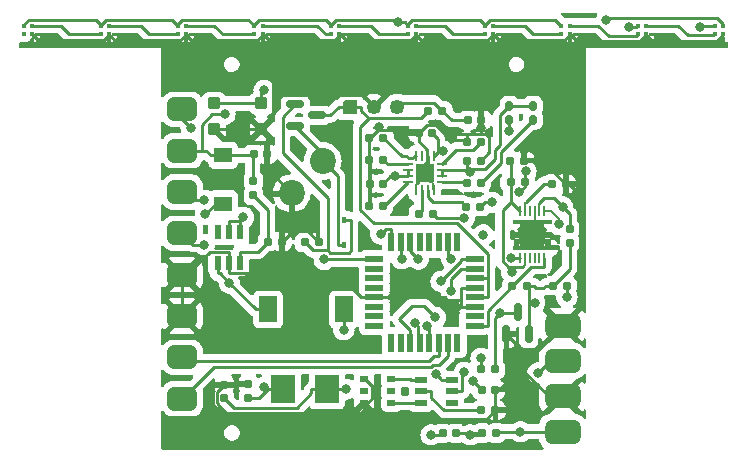
<source format=gtl>
G04 #@! TF.GenerationSoftware,KiCad,Pcbnew,8.0.0*
G04 #@! TF.CreationDate,2024-03-19T21:42:44+08:00*
G04 #@! TF.ProjectId,revopod1,7265766f-706f-4643-912e-6b696361645f,rev?*
G04 #@! TF.SameCoordinates,Original*
G04 #@! TF.FileFunction,Copper,L1,Top*
G04 #@! TF.FilePolarity,Positive*
%FSLAX46Y46*%
G04 Gerber Fmt 4.6, Leading zero omitted, Abs format (unit mm)*
G04 Created by KiCad (PCBNEW 8.0.0) date 2024-03-19 21:42:44*
%MOMM*%
%LPD*%
G01*
G04 APERTURE LIST*
G04 Aperture macros list*
%AMRoundRect*
0 Rectangle with rounded corners*
0 $1 Rounding radius*
0 $2 $3 $4 $5 $6 $7 $8 $9 X,Y pos of 4 corners*
0 Add a 4 corners polygon primitive as box body*
4,1,4,$2,$3,$4,$5,$6,$7,$8,$9,$2,$3,0*
0 Add four circle primitives for the rounded corners*
1,1,$1+$1,$2,$3*
1,1,$1+$1,$4,$5*
1,1,$1+$1,$6,$7*
1,1,$1+$1,$8,$9*
0 Add four rect primitives between the rounded corners*
20,1,$1+$1,$2,$3,$4,$5,0*
20,1,$1+$1,$4,$5,$6,$7,0*
20,1,$1+$1,$6,$7,$8,$9,0*
20,1,$1+$1,$8,$9,$2,$3,0*%
%AMOutline5P*
0 Free polygon, 5 corners , with rotation*
0 The origin of the aperture is its center*
0 number of corners: always 5*
0 $1 to $10 corner X, Y*
0 $11 Rotation angle, in degrees counterclockwise*
0 create outline with 5 corners*
4,1,5,$1,$2,$3,$4,$5,$6,$7,$8,$9,$10,$1,$2,$11*%
%AMOutline6P*
0 Free polygon, 6 corners , with rotation*
0 The origin of the aperture is its center*
0 number of corners: always 6*
0 $1 to $12 corner X, Y*
0 $13 Rotation angle, in degrees counterclockwise*
0 create outline with 6 corners*
4,1,6,$1,$2,$3,$4,$5,$6,$7,$8,$9,$10,$11,$12,$1,$2,$13*%
%AMOutline7P*
0 Free polygon, 7 corners , with rotation*
0 The origin of the aperture is its center*
0 number of corners: always 7*
0 $1 to $14 corner X, Y*
0 $15 Rotation angle, in degrees counterclockwise*
0 create outline with 7 corners*
4,1,7,$1,$2,$3,$4,$5,$6,$7,$8,$9,$10,$11,$12,$13,$14,$1,$2,$15*%
%AMOutline8P*
0 Free polygon, 8 corners , with rotation*
0 The origin of the aperture is its center*
0 number of corners: always 8*
0 $1 to $16 corner X, Y*
0 $17 Rotation angle, in degrees counterclockwise*
0 create outline with 8 corners*
4,1,8,$1,$2,$3,$4,$5,$6,$7,$8,$9,$10,$11,$12,$13,$14,$15,$16,$1,$2,$17*%
G04 Aperture macros list end*
G04 #@! TA.AperFunction,SMDPad,CuDef*
%ADD10RoundRect,0.160000X0.160000X-0.222500X0.160000X0.222500X-0.160000X0.222500X-0.160000X-0.222500X0*%
G04 #@! TD*
G04 #@! TA.AperFunction,SMDPad,CuDef*
%ADD11RoundRect,0.160000X0.160000X-0.197500X0.160000X0.197500X-0.160000X0.197500X-0.160000X-0.197500X0*%
G04 #@! TD*
G04 #@! TA.AperFunction,SMDPad,CuDef*
%ADD12RoundRect,0.160000X-0.197500X-0.160000X0.197500X-0.160000X0.197500X0.160000X-0.197500X0.160000X0*%
G04 #@! TD*
G04 #@! TA.AperFunction,SMDPad,CuDef*
%ADD13RoundRect,0.155000X-0.212500X-0.155000X0.212500X-0.155000X0.212500X0.155000X-0.212500X0.155000X0*%
G04 #@! TD*
G04 #@! TA.AperFunction,SMDPad,CuDef*
%ADD14RoundRect,0.062500X-0.375000X-0.062500X0.375000X-0.062500X0.375000X0.062500X-0.375000X0.062500X0*%
G04 #@! TD*
G04 #@! TA.AperFunction,SMDPad,CuDef*
%ADD15RoundRect,0.062500X-0.062500X-0.375000X0.062500X-0.375000X0.062500X0.375000X-0.062500X0.375000X0*%
G04 #@! TD*
G04 #@! TA.AperFunction,SMDPad,CuDef*
%ADD16R,1.600000X1.600000*%
G04 #@! TD*
G04 #@! TA.AperFunction,SMDPad,CuDef*
%ADD17RoundRect,0.155000X0.212500X0.155000X-0.212500X0.155000X-0.212500X-0.155000X0.212500X-0.155000X0*%
G04 #@! TD*
G04 #@! TA.AperFunction,SMDPad,CuDef*
%ADD18R,0.450000X0.590000*%
G04 #@! TD*
G04 #@! TA.AperFunction,SMDPad,CuDef*
%ADD19RoundRect,0.087500X0.087500X-0.087500X0.087500X0.087500X-0.087500X0.087500X-0.087500X-0.087500X0*%
G04 #@! TD*
G04 #@! TA.AperFunction,SMDPad,CuDef*
%ADD20RoundRect,0.500000X-1.000000X-0.500000X1.000000X-0.500000X1.000000X0.500000X-1.000000X0.500000X0*%
G04 #@! TD*
G04 #@! TA.AperFunction,SMDPad,CuDef*
%ADD21R,1.100000X0.600000*%
G04 #@! TD*
G04 #@! TA.AperFunction,ComponentPad*
%ADD22Outline5P,-0.625000X0.375000X-0.375000X0.625000X0.625000X0.625000X0.625000X-0.625000X-0.625000X-0.625000X0.000000*%
G04 #@! TD*
G04 #@! TA.AperFunction,ComponentPad*
%ADD23C,1.250000*%
G04 #@! TD*
G04 #@! TA.AperFunction,SMDPad,CuDef*
%ADD24C,2.200000*%
G04 #@! TD*
G04 #@! TA.AperFunction,SMDPad,CuDef*
%ADD25R,1.500000X2.200000*%
G04 #@! TD*
G04 #@! TA.AperFunction,SMDPad,CuDef*
%ADD26RoundRect,0.160000X0.197500X0.160000X-0.197500X0.160000X-0.197500X-0.160000X0.197500X-0.160000X0*%
G04 #@! TD*
G04 #@! TA.AperFunction,SMDPad,CuDef*
%ADD27RoundRect,0.500000X-0.750000X-0.500000X0.750000X-0.500000X0.750000X0.500000X-0.750000X0.500000X0*%
G04 #@! TD*
G04 #@! TA.AperFunction,SMDPad,CuDef*
%ADD28RoundRect,0.160000X-0.160000X0.197500X-0.160000X-0.197500X0.160000X-0.197500X0.160000X0.197500X0*%
G04 #@! TD*
G04 #@! TA.AperFunction,SMDPad,CuDef*
%ADD29RoundRect,0.155000X0.155000X-0.212500X0.155000X0.212500X-0.155000X0.212500X-0.155000X-0.212500X0*%
G04 #@! TD*
G04 #@! TA.AperFunction,SMDPad,CuDef*
%ADD30RoundRect,0.150000X-0.587500X-0.150000X0.587500X-0.150000X0.587500X0.150000X-0.587500X0.150000X0*%
G04 #@! TD*
G04 #@! TA.AperFunction,SMDPad,CuDef*
%ADD31R,0.600000X1.200000*%
G04 #@! TD*
G04 #@! TA.AperFunction,SMDPad,CuDef*
%ADD32RoundRect,0.100000X-0.400000X-0.400000X0.400000X-0.400000X0.400000X0.400000X-0.400000X0.400000X0*%
G04 #@! TD*
G04 #@! TA.AperFunction,SMDPad,CuDef*
%ADD33RoundRect,0.150000X0.150000X-0.587500X0.150000X0.587500X-0.150000X0.587500X-0.150000X-0.587500X0*%
G04 #@! TD*
G04 #@! TA.AperFunction,SMDPad,CuDef*
%ADD34R,2.000000X2.400000*%
G04 #@! TD*
G04 #@! TA.AperFunction,SMDPad,CuDef*
%ADD35R,0.699000X0.508000*%
G04 #@! TD*
G04 #@! TA.AperFunction,SMDPad,CuDef*
%ADD36R,1.600000X0.550000*%
G04 #@! TD*
G04 #@! TA.AperFunction,SMDPad,CuDef*
%ADD37R,0.550000X1.600000*%
G04 #@! TD*
G04 #@! TA.AperFunction,SMDPad,CuDef*
%ADD38R,1.500000X1.300000*%
G04 #@! TD*
G04 #@! TA.AperFunction,SMDPad,CuDef*
%ADD39R,0.200000X0.200000*%
G04 #@! TD*
G04 #@! TA.AperFunction,SMDPad,CuDef*
%ADD40O,0.200000X0.850000*%
G04 #@! TD*
G04 #@! TA.AperFunction,SMDPad,CuDef*
%ADD41R,0.575000X0.400000*%
G04 #@! TD*
G04 #@! TA.AperFunction,SMDPad,CuDef*
%ADD42R,0.675000X0.400000*%
G04 #@! TD*
G04 #@! TA.AperFunction,ComponentPad*
%ADD43C,0.600000*%
G04 #@! TD*
G04 #@! TA.AperFunction,SMDPad,CuDef*
%ADD44R,0.975000X1.300000*%
G04 #@! TD*
G04 #@! TA.AperFunction,SMDPad,CuDef*
%ADD45R,1.950000X2.600000*%
G04 #@! TD*
G04 #@! TA.AperFunction,ViaPad*
%ADD46C,0.800000*%
G04 #@! TD*
G04 #@! TA.AperFunction,Conductor*
%ADD47C,0.250000*%
G04 #@! TD*
G04 #@! TA.AperFunction,Conductor*
%ADD48C,0.200000*%
G04 #@! TD*
G04 APERTURE END LIST*
D10*
X129500000Y-107072500D03*
X129500000Y-105927500D03*
D11*
X134590000Y-117517500D03*
X134590000Y-116322500D03*
D12*
X117642500Y-110470000D03*
X118837500Y-110470000D03*
D13*
X117652500Y-112480000D03*
X118787500Y-112480000D03*
D14*
X120890000Y-110850000D03*
X120890000Y-111350000D03*
X120890000Y-111850000D03*
X120890000Y-112350000D03*
D15*
X121577500Y-113037500D03*
X122077500Y-113037500D03*
X122577500Y-113037500D03*
X123077500Y-113037500D03*
D14*
X123765000Y-112350000D03*
X123765000Y-111850000D03*
X123765000Y-111350000D03*
X123765000Y-110850000D03*
D15*
X123077500Y-110162500D03*
X122577500Y-110162500D03*
X122077500Y-110162500D03*
X121577500Y-110162500D03*
D16*
X122327500Y-111600000D03*
D12*
X127102500Y-128220000D03*
X128297500Y-128220000D03*
D17*
X122937500Y-108220000D03*
X121802500Y-108220000D03*
D18*
X115530000Y-117675000D03*
X115530000Y-115565000D03*
D19*
X127400000Y-99800000D03*
X127400000Y-99100000D03*
X128100000Y-99800000D03*
X128100000Y-99100000D03*
D20*
X134000000Y-133500000D03*
X134000000Y-130500000D03*
D19*
X107900000Y-99800000D03*
X107900000Y-99100000D03*
X108600000Y-99800000D03*
X108600000Y-99100000D03*
D12*
X117582500Y-114400000D03*
X118777500Y-114400000D03*
D21*
X122010000Y-129120000D03*
X122010000Y-130070000D03*
X122010000Y-131020000D03*
X124610000Y-131020000D03*
X124610000Y-130070000D03*
X124610000Y-129120000D03*
D22*
X116000000Y-106000000D03*
D23*
X118000000Y-106000000D03*
X120000000Y-106000000D03*
D13*
X107852500Y-110000000D03*
X108987500Y-110000000D03*
D24*
X113682683Y-110583570D03*
X111051317Y-113308430D03*
D13*
X129585000Y-110540000D03*
X130720000Y-110540000D03*
D25*
X109080000Y-123140000D03*
X115480000Y-123140000D03*
D26*
X123007500Y-115050000D03*
X121812500Y-115050000D03*
D27*
X101800000Y-106200000D03*
X101800000Y-109700000D03*
X101800000Y-113200000D03*
X101800000Y-116700000D03*
X101800000Y-120200000D03*
X101800000Y-123700000D03*
X101800000Y-127200000D03*
X101800000Y-130700000D03*
D17*
X127127500Y-107110000D03*
X125992500Y-107110000D03*
D28*
X107830000Y-112282500D03*
X107830000Y-113477500D03*
D29*
X105370000Y-130637500D03*
X105370000Y-129502500D03*
D12*
X127182500Y-133600000D03*
X128377500Y-133600000D03*
D30*
X111362500Y-105750000D03*
X111362500Y-107650000D03*
X113237500Y-106700000D03*
D12*
X112182500Y-117470000D03*
X113377500Y-117470000D03*
D29*
X107400000Y-130597500D03*
X107400000Y-129462500D03*
D19*
X94900000Y-99800000D03*
X94900000Y-99100000D03*
X95600000Y-99800000D03*
X95600000Y-99100000D03*
D31*
X104790000Y-119170000D03*
X105740000Y-119170000D03*
X106690000Y-119170000D03*
X106690000Y-116570000D03*
X105740000Y-116570000D03*
X104790000Y-116570000D03*
D12*
X117642500Y-108620000D03*
X118837500Y-108620000D03*
D19*
X120900000Y-99800000D03*
X120900000Y-99100000D03*
X121600000Y-99800000D03*
X121600000Y-99100000D03*
D13*
X125925000Y-110550000D03*
X127060000Y-110550000D03*
D32*
X104500000Y-105700000D03*
X108500000Y-105700000D03*
X104500000Y-107900000D03*
X108500000Y-107900000D03*
D19*
X140400000Y-99800000D03*
X140400000Y-99100000D03*
X141100000Y-99800000D03*
X141100000Y-99100000D03*
D20*
X134000000Y-127500000D03*
X134000000Y-124500000D03*
D10*
X131500000Y-107072500D03*
X131500000Y-105927500D03*
D19*
X88400000Y-99800000D03*
X88400000Y-99100000D03*
X89100000Y-99800000D03*
X89100000Y-99100000D03*
D33*
X130200000Y-123375000D03*
X131150000Y-125250000D03*
X129250000Y-125250000D03*
D34*
X114050000Y-129900000D03*
X110350000Y-129900000D03*
D13*
X123842500Y-133640000D03*
X124977500Y-133640000D03*
D12*
X122632500Y-106310000D03*
X123827500Y-106310000D03*
D19*
X101400000Y-99800000D03*
X101400000Y-99100000D03*
X102100000Y-99800000D03*
X102100000Y-99100000D03*
X133900000Y-99800000D03*
X133900000Y-99100000D03*
X134600000Y-99800000D03*
X134600000Y-99100000D03*
D35*
X117177500Y-129069000D03*
X117177500Y-130070000D03*
X117177500Y-131071000D03*
X119502500Y-131071000D03*
X119502500Y-130070000D03*
X119502500Y-129069000D03*
D36*
X126550000Y-124500000D03*
X126550000Y-123700000D03*
X126550000Y-122900000D03*
X126550000Y-122100000D03*
X126550000Y-121300000D03*
X126550000Y-120500000D03*
X126550000Y-119700000D03*
X126550000Y-118900000D03*
D37*
X125100000Y-117450000D03*
X124300000Y-117450000D03*
X123500000Y-117450000D03*
X122700000Y-117450000D03*
X121900000Y-117450000D03*
X121100000Y-117450000D03*
X120300000Y-117450000D03*
X119500000Y-117450000D03*
D36*
X118050000Y-118900000D03*
X118050000Y-119700000D03*
X118050000Y-120500000D03*
X118050000Y-121300000D03*
X118050000Y-122100000D03*
X118050000Y-122900000D03*
X118050000Y-123700000D03*
X118050000Y-124500000D03*
D37*
X119500000Y-125950000D03*
X120300000Y-125950000D03*
X121100000Y-125950000D03*
X121900000Y-125950000D03*
X122700000Y-125950000D03*
X123500000Y-125950000D03*
X124300000Y-125950000D03*
X125100000Y-125950000D03*
D13*
X127152500Y-129920000D03*
X128287500Y-129920000D03*
D12*
X109042500Y-117410000D03*
X110237500Y-117410000D03*
D38*
X105270000Y-110085000D03*
X105270000Y-114185000D03*
D26*
X130947500Y-121160000D03*
X129752500Y-121160000D03*
D12*
X125872500Y-112400000D03*
X127067500Y-112400000D03*
D19*
X114400000Y-99800000D03*
X114400000Y-99100000D03*
X115100000Y-99800000D03*
X115100000Y-99100000D03*
D39*
X132425000Y-114520000D03*
D40*
X132425000Y-114845000D03*
D39*
X132025000Y-114520000D03*
D40*
X132025000Y-114845000D03*
D39*
X131625000Y-114520000D03*
D40*
X131625000Y-114845000D03*
D39*
X131225000Y-114520000D03*
D40*
X131225000Y-114845000D03*
D39*
X130825000Y-114520000D03*
D40*
X130825000Y-114845000D03*
D39*
X130425000Y-114520000D03*
D40*
X130425000Y-114845000D03*
X130425000Y-118795000D03*
D39*
X130425000Y-119120000D03*
D40*
X130825000Y-118795000D03*
D39*
X130825000Y-119120000D03*
D40*
X131225000Y-118795000D03*
D39*
X131225000Y-119120000D03*
D40*
X131625000Y-118795000D03*
D39*
X131625000Y-119120000D03*
D40*
X132025000Y-118795000D03*
D39*
X132025000Y-119120000D03*
D40*
X132425000Y-118795000D03*
D39*
X132425000Y-119120000D03*
D41*
X132790000Y-115720000D03*
D42*
X132737500Y-115720000D03*
X130112500Y-115720000D03*
D41*
X130060000Y-115720000D03*
D43*
X131925000Y-115920000D03*
X130925000Y-115920000D03*
D44*
X131912500Y-116170000D03*
X130937500Y-116170000D03*
D43*
X131925000Y-116820000D03*
D45*
X131425000Y-116820000D03*
D43*
X130925000Y-116820000D03*
D44*
X131912500Y-117470000D03*
X130937500Y-117470000D03*
D43*
X131925000Y-117720000D03*
X130925000Y-117720000D03*
D41*
X132790000Y-117920000D03*
D42*
X132737500Y-117920000D03*
X130112500Y-117920000D03*
D41*
X130060000Y-117920000D03*
D12*
X129592500Y-112390000D03*
X130787500Y-112390000D03*
D13*
X133122500Y-112510000D03*
X134257500Y-112510000D03*
D12*
X125852500Y-114430000D03*
X127047500Y-114430000D03*
D19*
X146900000Y-99800000D03*
X146900000Y-99100000D03*
X147600000Y-99800000D03*
X147600000Y-99100000D03*
D12*
X125892500Y-108950000D03*
X127087500Y-108950000D03*
X133172500Y-121120000D03*
X134367500Y-121120000D03*
X127122500Y-131690000D03*
X128317500Y-131690000D03*
D46*
X129710000Y-120000000D03*
X130430000Y-133500000D03*
X118444700Y-107693000D03*
X129510000Y-127190000D03*
X135190000Y-113190000D03*
X127127500Y-107760000D03*
X124850000Y-123400000D03*
X130710000Y-109660000D03*
X131902800Y-128510000D03*
X123842300Y-109708400D03*
X128696800Y-123438600D03*
X126164200Y-111470000D03*
X125674800Y-115390900D03*
X123310000Y-128574300D03*
X122869100Y-133756000D03*
X125680200Y-128456900D03*
X126174700Y-133756000D03*
X126401100Y-129168600D03*
X115480000Y-124852500D03*
X106981800Y-115351500D03*
X131626200Y-122555600D03*
X120073900Y-98842500D03*
X139621300Y-99268600D03*
X105409600Y-106612300D03*
X145627300Y-99199000D03*
X124578900Y-118863600D03*
X129458200Y-108072100D03*
X128038400Y-114069100D03*
X105783200Y-120919900D03*
X103766500Y-115052700D03*
X121777600Y-118880100D03*
X137700000Y-98637900D03*
X130317500Y-113220000D03*
X119836700Y-111850000D03*
X130898200Y-111460000D03*
X129660000Y-118760000D03*
X123234500Y-123818300D03*
X133676931Y-115946150D03*
X134367500Y-122066400D03*
X134015000Y-114455000D03*
X127290000Y-116840000D03*
X121490000Y-124250000D03*
X122495400Y-124545000D03*
X108733400Y-104591600D03*
X127102500Y-127287300D03*
X108723700Y-129716400D03*
X123719100Y-120758300D03*
X115657900Y-129900000D03*
X124554800Y-121593200D03*
X120381500Y-118854100D03*
X103663800Y-117647700D03*
X118612400Y-116742800D03*
X102562000Y-107817000D03*
X113822600Y-118900000D03*
X103666200Y-113908300D03*
D47*
X128477500Y-133500000D02*
X128377500Y-133600000D01*
X129710000Y-119840000D02*
X129710000Y-120000000D01*
X134000000Y-133500000D02*
X130430000Y-133500000D01*
X129592500Y-114037500D02*
X128935000Y-114695000D01*
X129415000Y-119545000D02*
X130665000Y-119545000D01*
X129592500Y-110547500D02*
X129592500Y-112390000D01*
X128935000Y-114695000D02*
X128935000Y-119065000D01*
X129415000Y-119545000D02*
X129710000Y-119840000D01*
X128935000Y-119065000D02*
X129415000Y-119545000D01*
X129585000Y-110540000D02*
X129592500Y-110547500D01*
X130430000Y-133500000D02*
X128477500Y-133500000D01*
X129592500Y-112390000D02*
X129592500Y-114037500D01*
D48*
X130825000Y-119385000D02*
X130825000Y-119120000D01*
X130665000Y-119545000D02*
X130825000Y-119385000D01*
D47*
X129592500Y-114037500D02*
X130400000Y-114845000D01*
D48*
X122327500Y-111600000D02*
X122327500Y-111800260D01*
D47*
X132073300Y-117920000D02*
X132073300Y-117868300D01*
D48*
X123002500Y-112962500D02*
X123077500Y-113037500D01*
D47*
X129250000Y-125250000D02*
X130132100Y-126132100D01*
X117922800Y-132397000D02*
X117177500Y-131651700D01*
X130776700Y-115771700D02*
X130925000Y-115920000D01*
X117642500Y-108854400D02*
X117642500Y-108687100D01*
X105370000Y-129502500D02*
X104701400Y-130171100D01*
X125892500Y-108274300D02*
X125892500Y-108950000D01*
X95169800Y-100310600D02*
X95600000Y-99880400D01*
X107360000Y-129502500D02*
X105370000Y-129502500D01*
X132287500Y-110540000D02*
X130720000Y-110540000D01*
X135247000Y-100447000D02*
X140533400Y-100447000D01*
X125382100Y-122858800D02*
X125423300Y-122900000D01*
X121853500Y-112273100D02*
X121654400Y-112472200D01*
X96077900Y-100358300D02*
X101626300Y-100358300D01*
X104701400Y-130171100D02*
X104701400Y-131102500D01*
X109460200Y-106939800D02*
X109460200Y-105010800D01*
D48*
X121577500Y-112600001D02*
X121577500Y-113037500D01*
D47*
X132790000Y-115720000D02*
X132737500Y-115720000D01*
X121554500Y-107972000D02*
X121802500Y-108220000D01*
X114920000Y-120096700D02*
X110237500Y-120096700D01*
X124034000Y-122100000D02*
X124253900Y-122319900D01*
X128317500Y-129920000D02*
X128580000Y-129920000D01*
X117642500Y-108854400D02*
X117642500Y-110470000D01*
D48*
X131625000Y-115620000D02*
X131925000Y-115920000D01*
D47*
X117642500Y-112470000D02*
X117642500Y-110470000D01*
X108648600Y-99848600D02*
X108600000Y-99800000D01*
X132839400Y-130500000D02*
X134000000Y-130500000D01*
X105740000Y-119170000D02*
X105740000Y-120096700D01*
X125986700Y-122900000D02*
X126550000Y-122900000D01*
X123300100Y-107533000D02*
X122489500Y-107533000D01*
X132073300Y-115771700D02*
X131925000Y-115920000D01*
X111777500Y-115870000D02*
X113377500Y-117470000D01*
D48*
X122327500Y-111800260D02*
X123002500Y-112475260D01*
D47*
X122279900Y-111747100D02*
X122279900Y-111777600D01*
X147600000Y-99887300D02*
X147600000Y-99800000D01*
X130112500Y-115720000D02*
X130776700Y-115720000D01*
X130112500Y-117920000D02*
X130776700Y-117920000D01*
X134600000Y-99800000D02*
X134649100Y-99849100D01*
X127127500Y-108274300D02*
X127127500Y-107760000D01*
X108648600Y-99848600D02*
X108195200Y-100302000D01*
X131992800Y-126507200D02*
X134000000Y-124500000D01*
X128317500Y-131690000D02*
X127610500Y-132397000D01*
X134649100Y-99849100D02*
X135247000Y-100447000D01*
X131912500Y-116170000D02*
X131925000Y-116157500D01*
X134510000Y-112510000D02*
X135190000Y-113190000D01*
X124850000Y-123400000D02*
X125350000Y-122900000D01*
X117642500Y-108687100D02*
X118357600Y-107972000D01*
X128148600Y-99848600D02*
X127695200Y-100302000D01*
X102100000Y-99884600D02*
X102100000Y-99800000D01*
X134196200Y-100302000D02*
X128602000Y-100302000D01*
X117010800Y-105010800D02*
X109460200Y-105010800D01*
X108500000Y-107900000D02*
X109460200Y-106939800D01*
X127060000Y-110550000D02*
X127772300Y-109837700D01*
X128317500Y-129920000D02*
X128317500Y-131690000D01*
X130433700Y-128066300D02*
X130419700Y-128080300D01*
X121126800Y-100357500D02*
X121600000Y-99884300D01*
X108987500Y-110000000D02*
X108987500Y-111244600D01*
X101800000Y-123700000D02*
X101800000Y-120200000D01*
X117852000Y-130688000D02*
X117469000Y-131071000D01*
X129250000Y-125250000D02*
X129250000Y-126930000D01*
X122577500Y-110162500D02*
X122577500Y-111350000D01*
X134257500Y-112510000D02*
X132287500Y-110540000D01*
X104701400Y-131102500D02*
X105510300Y-131911400D01*
X125423300Y-121300000D02*
X125423300Y-122278700D01*
X109460200Y-100302000D02*
X109102000Y-100302000D01*
X130776700Y-117868300D02*
X130925000Y-117720000D01*
X141597000Y-100377400D02*
X147109900Y-100377400D01*
X127695200Y-100302000D02*
X122017700Y-100302000D01*
X117652500Y-114330000D02*
X117652500Y-112480000D01*
X122489500Y-107533000D02*
X121802500Y-108220000D01*
X128602000Y-100302000D02*
X128148600Y-99848600D01*
X130132200Y-126205700D02*
X130433700Y-126507200D01*
X118050000Y-122100000D02*
X116923300Y-122100000D01*
X128287500Y-129920000D02*
X128317500Y-129920000D01*
X132073300Y-117868300D02*
X131925000Y-117720000D01*
X89610600Y-100310600D02*
X95169800Y-100310600D01*
X118050000Y-122100000D02*
X124034000Y-122100000D01*
X122529400Y-110699000D02*
X122529400Y-109626000D01*
X132073300Y-115720000D02*
X132073300Y-115771700D01*
X118444700Y-107693000D02*
X118444700Y-107972000D01*
X122529400Y-109626000D02*
X121802500Y-108899100D01*
X117273000Y-129069000D02*
X117852000Y-129648000D01*
X89100000Y-99800000D02*
X89610600Y-100310600D01*
X111051300Y-115143800D02*
X111777500Y-115870000D01*
X101626300Y-100358300D02*
X102100000Y-99884600D01*
X127530600Y-108274300D02*
X127127500Y-108274300D01*
X140533400Y-100447000D02*
X141100000Y-99880400D01*
X131912500Y-117470000D02*
X131925000Y-117482500D01*
X130925000Y-116157500D02*
X130925000Y-115920000D01*
X108500000Y-107900000D02*
X108987500Y-108387500D01*
X116917800Y-131911400D02*
X117177500Y-131651700D01*
X104109300Y-118243300D02*
X105740000Y-118243300D01*
X130132100Y-126132100D02*
X130132100Y-126205700D01*
X117652500Y-112480000D02*
X117642500Y-112470000D01*
X134257500Y-112510000D02*
X134510000Y-112510000D01*
X115100000Y-99800000D02*
X115152100Y-99852000D01*
X130433700Y-126507200D02*
X130433700Y-128066300D01*
X117469000Y-131071000D02*
X117177500Y-131071000D01*
X125892500Y-108274300D02*
X124041400Y-108274300D01*
X121802500Y-108899100D02*
X121802500Y-108220000D01*
X125423300Y-122278700D02*
X125382100Y-122319900D01*
X107400000Y-129462500D02*
X107360000Y-129502500D01*
X127772300Y-108516000D02*
X127530600Y-108274300D01*
X117642500Y-108620000D02*
X117642500Y-108854400D01*
X95600000Y-99880400D02*
X96077900Y-100358300D01*
X131925000Y-117482500D02*
X131925000Y-117720000D01*
X110237500Y-120096700D02*
X105740000Y-120096700D01*
X131925000Y-116157500D02*
X131925000Y-115920000D01*
X102152600Y-120200000D02*
X104109300Y-118243300D01*
D48*
X131625000Y-114845000D02*
X131625000Y-115620000D01*
D47*
X128580000Y-129920000D02*
X130419700Y-128080300D01*
D48*
X121654400Y-112472200D02*
X121654400Y-112523101D01*
D47*
X105740000Y-119170000D02*
X105740000Y-118243300D01*
X125382100Y-122319900D02*
X125382100Y-122858800D01*
X129250000Y-126930000D02*
X129510000Y-127190000D01*
X122017700Y-100302000D02*
X121600000Y-99884300D01*
X127127500Y-108274300D02*
X125892500Y-108274300D01*
X127772300Y-109837700D02*
X127772300Y-108516000D01*
X130925000Y-116820000D02*
X131425000Y-116820000D01*
X109460200Y-105010800D02*
X109460200Y-100302000D01*
X121654400Y-112074000D02*
X121654400Y-111626000D01*
X130720000Y-109670000D02*
X130710000Y-109660000D01*
X115152100Y-99852000D02*
X114702100Y-100302000D01*
X104500000Y-107900000D02*
X108500000Y-107900000D01*
X130419700Y-128080300D02*
X132839400Y-130500000D01*
X118000000Y-106000000D02*
X117010800Y-105010800D01*
X130937500Y-117707500D02*
X130937500Y-117470000D01*
D48*
X123002500Y-112475260D02*
X123002500Y-112962500D01*
D47*
X108987500Y-111244600D02*
X111051300Y-113308400D01*
X131425000Y-116820000D02*
X131925000Y-116820000D01*
X101800000Y-120200000D02*
X102152600Y-120200000D01*
X122327500Y-111600000D02*
X122327500Y-111699500D01*
X121600000Y-99884300D02*
X121600000Y-99800000D01*
X130776700Y-115720000D02*
X130776700Y-115771700D01*
X125986700Y-122900000D02*
X125423300Y-122900000D01*
X130720000Y-110540000D02*
X130720000Y-109670000D01*
X121654400Y-110926900D02*
X121801500Y-110926900D01*
X111051300Y-113308400D02*
X111051300Y-115143800D01*
X130776700Y-117920000D02*
X130776700Y-117868300D01*
X117582500Y-114400000D02*
X117652500Y-114330000D01*
X121654400Y-112472200D02*
X121654400Y-112126000D01*
X122577500Y-111350000D02*
X122327500Y-111600000D01*
X117177500Y-129069000D02*
X117273000Y-129069000D01*
X116923300Y-122100000D02*
X114920000Y-120096700D01*
X130925000Y-117720000D02*
X130937500Y-117707500D01*
X117177500Y-131071000D02*
X117177500Y-131651700D01*
X130937500Y-116170000D02*
X130925000Y-116157500D01*
X130132100Y-126205700D02*
X130132200Y-126205700D01*
X127127500Y-107760000D02*
X127127500Y-107110000D01*
X132737500Y-115720000D02*
X132073300Y-115720000D01*
X115152100Y-99852000D02*
X115657500Y-100357500D01*
X141100000Y-99880400D02*
X141597000Y-100377400D01*
X130433700Y-126507200D02*
X131992800Y-126507200D01*
X130060000Y-115720000D02*
X130112500Y-115720000D01*
X118444700Y-107972000D02*
X121554500Y-107972000D01*
X108195200Y-100302000D02*
X102517400Y-100302000D01*
X127610500Y-132397000D02*
X117922800Y-132397000D01*
X147109900Y-100377400D02*
X147600000Y-99887300D01*
X128148600Y-99848600D02*
X128100000Y-99800000D01*
X124041400Y-108274300D02*
X123300100Y-107533000D01*
X117852000Y-129648000D02*
X117852000Y-130688000D01*
X130060000Y-117920000D02*
X130112500Y-117920000D01*
X115657500Y-100357500D02*
X121126800Y-100357500D01*
X108987500Y-108387500D02*
X108987500Y-110000000D01*
X134649100Y-99849100D02*
X134196200Y-100302000D01*
X109102000Y-100302000D02*
X108648600Y-99848600D01*
X95600000Y-99880400D02*
X95600000Y-99800000D01*
X102517400Y-100302000D02*
X102100000Y-99884600D01*
X122327500Y-111699500D02*
X122279900Y-111747100D01*
X122301500Y-110926900D02*
X122529400Y-110699000D01*
X122279900Y-111777600D02*
X122775400Y-112273100D01*
X132790000Y-117920000D02*
X132737500Y-117920000D01*
D48*
X121654400Y-112523101D02*
X121577500Y-112600001D01*
D47*
X105510300Y-131911400D02*
X116917800Y-131911400D01*
X110237500Y-117410000D02*
X110237500Y-120096700D01*
X114702100Y-100302000D02*
X109460200Y-100302000D01*
X126550000Y-121300000D02*
X125423300Y-121300000D01*
X125350000Y-122900000D02*
X126550000Y-122900000D01*
X124253900Y-122319900D02*
X125382100Y-122319900D01*
X118357600Y-107972000D02*
X118444700Y-107972000D01*
X111777500Y-115870000D02*
X110237500Y-117410000D01*
X132737500Y-117920000D02*
X132073300Y-117920000D01*
X141100000Y-99880400D02*
X141100000Y-99800000D01*
X133122500Y-112510000D02*
X132440000Y-112510000D01*
D48*
X130825000Y-114125000D02*
X130825000Y-114845000D01*
X130880000Y-114070000D02*
X130825000Y-114125000D01*
D47*
X132440000Y-112510000D02*
X130880000Y-114070000D01*
D48*
X130880000Y-114070000D02*
X130880000Y-114090000D01*
D47*
X123428200Y-109708400D02*
X123842300Y-109708400D01*
X132912800Y-127500000D02*
X131902800Y-128510000D01*
X123428200Y-109811800D02*
X123428200Y-109708400D01*
X123428200Y-109708400D02*
X123428200Y-108710700D01*
X123428200Y-108710700D02*
X122937500Y-108220000D01*
X134000000Y-127500000D02*
X132912800Y-127500000D01*
X123077500Y-110162500D02*
X123428200Y-109811800D01*
X127427300Y-111249900D02*
X126164200Y-111249900D01*
X125925000Y-111249900D02*
X125925000Y-110550000D01*
X126164200Y-111249900D02*
X125925000Y-111249900D01*
X123348400Y-115390900D02*
X125674800Y-115390900D01*
X128297500Y-123837900D02*
X128696800Y-123438600D01*
X128316100Y-109620004D02*
X128316100Y-110361100D01*
X129500000Y-105927500D02*
X128733200Y-106694300D01*
X128733200Y-109202904D02*
X128316100Y-109620004D01*
X123007500Y-115050000D02*
X123348400Y-115390900D01*
X123765000Y-111350000D02*
X125824900Y-111350000D01*
X126164200Y-111470000D02*
X126164200Y-111249900D01*
X125824900Y-111350000D02*
X125925000Y-111249900D01*
X123765000Y-111350000D02*
X123765000Y-111850000D01*
X129500000Y-105927500D02*
X131500000Y-105927500D01*
X128696800Y-123438600D02*
X130136400Y-123438600D01*
X128316100Y-110361100D02*
X127427300Y-111249900D01*
X128733200Y-106694300D02*
X128733200Y-109202904D01*
X130136400Y-123438600D02*
X130200000Y-123375000D01*
X128297500Y-128220000D02*
X128297500Y-123837900D01*
X124610000Y-129120000D02*
X123733300Y-129120000D01*
X123733300Y-129120000D02*
X123733300Y-128997600D01*
X123726500Y-133756000D02*
X123842500Y-133640000D01*
X123733300Y-128997600D02*
X123310000Y-128574300D01*
X122869100Y-133756000D02*
X123726500Y-133756000D01*
X124977500Y-133640000D02*
X127142500Y-133640000D01*
X127026500Y-133756000D02*
X127182500Y-133600000D01*
X127142500Y-133640000D02*
X127182500Y-133600000D01*
X124610000Y-130070000D02*
X125486700Y-130070000D01*
X125486700Y-130070000D02*
X125486700Y-128650400D01*
X126174700Y-133756000D02*
X127026500Y-133756000D01*
X125486700Y-128650400D02*
X125680200Y-128456900D01*
X105740000Y-116106600D02*
X105740000Y-116570000D01*
X105740000Y-115643300D02*
X106690000Y-115643300D01*
X132361000Y-121334200D02*
X132575200Y-121120000D01*
X131150000Y-122555600D02*
X131150000Y-125250000D01*
X134590000Y-119702500D02*
X133172500Y-121120000D01*
X134590000Y-117517500D02*
X134590000Y-119702500D01*
X130947500Y-121160000D02*
X131150000Y-121362500D01*
X115480000Y-124852500D02*
X115480000Y-123140000D01*
X130947500Y-121160000D02*
X130987500Y-121120000D01*
X105740000Y-116106600D02*
X105740000Y-115643300D01*
X131544900Y-121120000D02*
X131759100Y-121334200D01*
X131150000Y-121362500D02*
X131150000Y-122555600D01*
X127152500Y-129920000D02*
X126401100Y-129168600D01*
X131759100Y-121334200D02*
X132361000Y-121334200D01*
X131626200Y-122555600D02*
X131150000Y-122555600D01*
X130987500Y-121120000D02*
X131544900Y-121120000D01*
X106981800Y-115351500D02*
X106690000Y-115643300D01*
X106690000Y-116570000D02*
X106690000Y-115643300D01*
X132575200Y-121120000D02*
X133172500Y-121120000D01*
X116863400Y-107687500D02*
X116863400Y-114733800D01*
X88400000Y-99012700D02*
X88814700Y-98598000D01*
X100898000Y-98598000D02*
X95326200Y-98598000D01*
X114348300Y-106700000D02*
X115048300Y-106000000D01*
X107767500Y-110085000D02*
X107767500Y-112220000D01*
X119829400Y-98598000D02*
X120073900Y-98842500D01*
X105270000Y-110085000D02*
X104193300Y-110085000D01*
X88814700Y-98598000D02*
X94473800Y-98598000D01*
X127675200Y-120500000D02*
X127676700Y-120500000D01*
X126550000Y-122100000D02*
X127676700Y-122100000D01*
X127563400Y-120500000D02*
X127675200Y-120500000D01*
X133900000Y-99100000D02*
X133398000Y-98598000D01*
X127400000Y-99024200D02*
X127400000Y-99100000D01*
X116863400Y-114733800D02*
X117992600Y-115863000D01*
X101351400Y-99051400D02*
X100898000Y-98598000D01*
X103435200Y-109700000D02*
X103808300Y-109700000D01*
X126550000Y-120500000D02*
X127563400Y-120500000D01*
X120642500Y-98842500D02*
X120073900Y-98842500D01*
X121273200Y-98598000D02*
X126973800Y-98598000D01*
X120835600Y-99035600D02*
X121273200Y-98598000D01*
X126973800Y-98598000D02*
X127400000Y-99024200D01*
X127676700Y-118458000D02*
X127676700Y-120500000D01*
X101804800Y-98598000D02*
X101351400Y-99051400D01*
X104317700Y-106612300D02*
X105409600Y-106612300D01*
X103435200Y-109700000D02*
X103435200Y-107494800D01*
X120900000Y-99100000D02*
X120835600Y-99035600D01*
X101400000Y-99100000D02*
X101351400Y-99051400D01*
X94473800Y-98598000D02*
X94900000Y-99024200D01*
X116951700Y-106324000D02*
X116951700Y-106000000D01*
X120835600Y-99035600D02*
X120642500Y-98842500D01*
X107900000Y-99100000D02*
X107831200Y-99031100D01*
X127826200Y-98598000D02*
X127400000Y-99024200D01*
X117589300Y-106961600D02*
X116951700Y-106324000D01*
X125081700Y-115863000D02*
X127676700Y-118458000D01*
X107767500Y-112220000D02*
X107830000Y-112282500D01*
X146900000Y-99100000D02*
X145726300Y-99100000D01*
X88400000Y-99100000D02*
X88400000Y-99012700D01*
X127676700Y-120500000D02*
X127676700Y-122100000D01*
X113237500Y-106700000D02*
X114348300Y-106700000D01*
X116000000Y-106000000D02*
X116951700Y-106000000D01*
X107831200Y-99031100D02*
X107398000Y-98598000D01*
X94900000Y-99024200D02*
X94900000Y-99100000D01*
X117992600Y-115863000D02*
X125081700Y-115863000D01*
X139621300Y-99268600D02*
X140231400Y-99268600D01*
X140231400Y-99268600D02*
X140400000Y-99100000D01*
X113974600Y-98598000D02*
X108264300Y-98598000D01*
X145726300Y-99100000D02*
X145627300Y-99199000D01*
X114400000Y-99023400D02*
X113974600Y-98598000D01*
X105270000Y-110085000D02*
X107767500Y-110085000D01*
X116000000Y-106000000D02*
X115048300Y-106000000D01*
X103808300Y-109700000D02*
X104193300Y-110085000D01*
X101800000Y-109700000D02*
X103435200Y-109700000D01*
X114825400Y-98598000D02*
X119829400Y-98598000D01*
X114400000Y-99100000D02*
X114400000Y-99023400D01*
X95326200Y-98598000D02*
X94900000Y-99024200D01*
X108264300Y-98598000D02*
X107831200Y-99031100D01*
X114400000Y-99023400D02*
X114825400Y-98598000D01*
X121980900Y-106961600D02*
X117589300Y-106961600D01*
X117589300Y-106961600D02*
X116863400Y-107687500D01*
X103435200Y-107494800D02*
X104317700Y-106612300D01*
X107398000Y-98598000D02*
X101804800Y-98598000D01*
X133398000Y-98598000D02*
X127826200Y-98598000D01*
X107767500Y-110085000D02*
X107852500Y-110000000D01*
X122632500Y-106310000D02*
X121980900Y-106961600D01*
X120000000Y-106000000D02*
X120377500Y-105622500D01*
X124300000Y-117450000D02*
X124300000Y-118584700D01*
X123140000Y-105622500D02*
X123827500Y-106310000D01*
X124300000Y-118584700D02*
X124578900Y-118863600D01*
X120377500Y-105622500D02*
X123140000Y-105622500D01*
X124627500Y-107110000D02*
X123827500Y-106310000D01*
X125992500Y-107110000D02*
X124627500Y-107110000D01*
X127408400Y-114069100D02*
X127047500Y-114430000D01*
X129458200Y-107114300D02*
X129458200Y-108072100D01*
X129500000Y-107072500D02*
X129458200Y-107114300D01*
X128038400Y-114069100D02*
X127408400Y-114069100D01*
X128766100Y-110701400D02*
X128766100Y-109806400D01*
X128766100Y-109806400D02*
X131500000Y-107072500D01*
X127067500Y-112400000D02*
X128766100Y-110701400D01*
X109080000Y-123140000D02*
X108003300Y-123140000D01*
X105270000Y-114185000D02*
X104634200Y-114185000D01*
X104634200Y-114185000D02*
X103766500Y-115052700D01*
X105783200Y-120919900D02*
X108003300Y-123140000D01*
X104790000Y-119170000D02*
X104790000Y-120096700D01*
X104960000Y-120096700D02*
X105783200Y-120919900D01*
X104790000Y-120096700D02*
X104960000Y-120096700D01*
X143778000Y-99100000D02*
X144603700Y-99925700D01*
X144603700Y-99925700D02*
X146774300Y-99925700D01*
X141100000Y-99100000D02*
X143778000Y-99100000D01*
X146774300Y-99925700D02*
X146900000Y-99800000D01*
X147600000Y-99100000D02*
X147600000Y-99012600D01*
X147600000Y-99012600D02*
X147059700Y-98472300D01*
X121100000Y-118202500D02*
X121777600Y-118880100D01*
X137865600Y-98472300D02*
X137700000Y-98637900D01*
X121100000Y-117450000D02*
X121100000Y-118202500D01*
X147059700Y-98472300D02*
X137865600Y-98472300D01*
X137022000Y-99100000D02*
X137917300Y-99995300D01*
X134600000Y-99100000D02*
X137022000Y-99100000D01*
X137917300Y-99995300D02*
X140204700Y-99995300D01*
X140204700Y-99995300D02*
X140400000Y-99800000D01*
X130778000Y-99100000D02*
X128100000Y-99100000D01*
X133900000Y-99800000D02*
X131478000Y-99800000D01*
X131478000Y-99800000D02*
X130778000Y-99100000D01*
X124022000Y-99100000D02*
X124722000Y-99800000D01*
X124722000Y-99800000D02*
X127400000Y-99800000D01*
X121600000Y-99100000D02*
X124022000Y-99100000D01*
X117786600Y-99100000D02*
X115100000Y-99100000D01*
X120900000Y-99800000D02*
X118486600Y-99800000D01*
X118486600Y-99800000D02*
X117786600Y-99100000D01*
X114400000Y-99800000D02*
X113940900Y-99800000D01*
X113940900Y-99800000D02*
X113240900Y-99100000D01*
X113240900Y-99100000D02*
X108600000Y-99100000D01*
X102100000Y-99100000D02*
X104522000Y-99100000D01*
X105222000Y-99800000D02*
X107900000Y-99800000D01*
X104522000Y-99100000D02*
X105222000Y-99800000D01*
X101400000Y-99800000D02*
X98978000Y-99800000D01*
X98978000Y-99800000D02*
X98278000Y-99100000D01*
X98278000Y-99100000D02*
X95600000Y-99100000D01*
X92219900Y-99800000D02*
X94900000Y-99800000D01*
X91519900Y-99100000D02*
X92219900Y-99800000D01*
X89100000Y-99100000D02*
X91519900Y-99100000D01*
X119502500Y-131071000D02*
X121082300Y-131071000D01*
X121082300Y-131071000D02*
X121133300Y-131020000D01*
X122010000Y-131020000D02*
X121133300Y-131020000D01*
X121082300Y-129069000D02*
X121133300Y-129120000D01*
X119502500Y-129069000D02*
X121082300Y-129069000D01*
X122010000Y-129120000D02*
X121133300Y-129120000D01*
X113682700Y-109970200D02*
X111362500Y-107650000D01*
X113682700Y-110583600D02*
X113682700Y-109970200D01*
X115530000Y-117675000D02*
X114978300Y-117675000D01*
X114978300Y-111879200D02*
X113682700Y-110583600D01*
X114978300Y-117675000D02*
X114978300Y-111879200D01*
X130787500Y-112390000D02*
X130787500Y-112750000D01*
X130787500Y-112750000D02*
X130317500Y-113220000D01*
X130787500Y-111570700D02*
X130898200Y-111460000D01*
X130787500Y-112390000D02*
X130787500Y-111570700D01*
X130390000Y-118760000D02*
X130400000Y-118770000D01*
X120890000Y-111850000D02*
X119836700Y-111850000D01*
X119836700Y-111850000D02*
X119417500Y-111850000D01*
X119417500Y-111850000D02*
X118787500Y-112480000D01*
X130400000Y-118770000D02*
X130400000Y-118795000D01*
X129660000Y-118760000D02*
X130390000Y-118760000D01*
X120890000Y-111850000D02*
X120890000Y-111350000D01*
X121100000Y-124850000D02*
X120160000Y-123910000D01*
X134367500Y-122066400D02*
X134367500Y-121120000D01*
X121100000Y-125950000D02*
X121100000Y-124850000D01*
X121210000Y-122860000D02*
X122276200Y-122860000D01*
D48*
X132425000Y-114845000D02*
X133002500Y-114845000D01*
D47*
X120160000Y-123910000D02*
X121210000Y-122860000D01*
D48*
X133676931Y-115519431D02*
X133676931Y-115946150D01*
X133002500Y-114845000D02*
X133676931Y-115519431D01*
D47*
X122276200Y-122860000D02*
X123234500Y-123818300D01*
D48*
X132010000Y-114090000D02*
X132025000Y-114105000D01*
X132025000Y-114105000D02*
X132025000Y-114845000D01*
D47*
X132400000Y-113700000D02*
X132010000Y-114090000D01*
X121900000Y-125950000D02*
X121770400Y-125820400D01*
X121770400Y-124530400D02*
X121490000Y-124250000D01*
X121770400Y-125820400D02*
X121770400Y-124530400D01*
X134590000Y-115030000D02*
X133260000Y-113700000D01*
X133260000Y-113700000D02*
X132400000Y-113700000D01*
X134590000Y-116322500D02*
X134590000Y-115030000D01*
X129752500Y-121160000D02*
X131367500Y-119545000D01*
X131367500Y-119545000D02*
X132450000Y-119545000D01*
X132450000Y-119545000D02*
X132450000Y-118795000D01*
X126550000Y-124500000D02*
X127676700Y-124500000D01*
X127676700Y-123235800D02*
X129752500Y-121160000D01*
X127676700Y-124500000D02*
X127676700Y-123235800D01*
X127087500Y-108950000D02*
X126432800Y-109604700D01*
X126432800Y-109604700D02*
X125010300Y-109604700D01*
X125010300Y-109604700D02*
X123765000Y-110850000D01*
X121427700Y-110162500D02*
X121577500Y-110162500D01*
X120823500Y-110162500D02*
X120938500Y-110277500D01*
X120380000Y-110162500D02*
X120823500Y-110162500D01*
X120938500Y-110277500D02*
X121312700Y-110277500D01*
X121312700Y-110277500D02*
X121427700Y-110162500D01*
X118837500Y-108620000D02*
X120380000Y-110162500D01*
X123046500Y-114054700D02*
X125477200Y-114054700D01*
X122577500Y-113585700D02*
X123046500Y-114054700D01*
X122577500Y-113037500D02*
X122577500Y-113585700D01*
X125477200Y-114054700D02*
X125852500Y-114430000D01*
X125822500Y-112350000D02*
X125872500Y-112400000D01*
X123765000Y-112350000D02*
X125822500Y-112350000D01*
X122886700Y-130608800D02*
X123967900Y-131690000D01*
X123967900Y-131690000D02*
X127122500Y-131690000D01*
X122010000Y-130070000D02*
X122886700Y-130070000D01*
X122886700Y-130070000D02*
X122886700Y-130608800D01*
X106690000Y-118243300D02*
X108209200Y-118243300D01*
X109042500Y-117410000D02*
X109042500Y-114690000D01*
X109042500Y-114690000D02*
X107830000Y-113477500D01*
X106690000Y-119170000D02*
X106690000Y-118243300D01*
X108209200Y-118243300D02*
X109042500Y-117410000D01*
X108500000Y-104825000D02*
X108733400Y-104591600D01*
X108500000Y-105700000D02*
X108500000Y-104825000D01*
X122700000Y-124749600D02*
X122495400Y-124545000D01*
X108500000Y-105700000D02*
X104500000Y-105700000D01*
X122700000Y-125950000D02*
X122700000Y-124749600D01*
X127102500Y-128220000D02*
X127102500Y-127287300D01*
X109686700Y-129900000D02*
X109023300Y-129900000D01*
X110350000Y-129900000D02*
X110106300Y-129900000D01*
X126550000Y-118900000D02*
X125423300Y-118900000D01*
X108325800Y-130597500D02*
X107400000Y-130597500D01*
X109686700Y-129900000D02*
X110106300Y-129900000D01*
X110350000Y-129900000D02*
X109023300Y-129900000D01*
X108723700Y-129716400D02*
X108839700Y-129716400D01*
X125423300Y-119054100D02*
X123719100Y-120758300D01*
X108839700Y-129716400D02*
X109023300Y-129900000D01*
X125423300Y-118900000D02*
X125423300Y-119054100D01*
X109023300Y-129900000D02*
X108325800Y-130597500D01*
X124554800Y-121593200D02*
X124554800Y-120568500D01*
X113386700Y-129900000D02*
X114050000Y-129900000D01*
X111502300Y-131452700D02*
X106185200Y-131452700D01*
X112723300Y-130231700D02*
X111502300Y-131452700D01*
X124554800Y-120568500D02*
X125423300Y-119700000D01*
X112723300Y-129900000D02*
X112723300Y-130231700D01*
X126550000Y-119700000D02*
X125423300Y-119700000D01*
X106185200Y-131452700D02*
X105370000Y-130637500D01*
X115376700Y-129900000D02*
X115657900Y-129900000D01*
X113386700Y-129900000D02*
X112723300Y-129900000D01*
X114050000Y-129900000D02*
X115376700Y-129900000D01*
X119217500Y-110850000D02*
X118837500Y-110470000D01*
X120890000Y-110850000D02*
X119217500Y-110850000D01*
X118840000Y-114400000D02*
X118777500Y-114400000D01*
X120890000Y-112350000D02*
X118840000Y-114400000D01*
X123500000Y-127076700D02*
X123141200Y-127076700D01*
X122689500Y-127528400D02*
X102128400Y-127528400D01*
X123500000Y-125950000D02*
X123500000Y-127076700D01*
X102128400Y-127528400D02*
X101800000Y-127200000D01*
X123141200Y-127076700D02*
X122689500Y-127528400D01*
X123009100Y-127847600D02*
X122876600Y-127980100D01*
X123529100Y-127847600D02*
X123009100Y-127847600D01*
X104519900Y-127980100D02*
X101800000Y-130700000D01*
X124300000Y-127076700D02*
X123529100Y-127847600D01*
X124300000Y-125950000D02*
X124300000Y-127076700D01*
X122876600Y-127980100D02*
X104519900Y-127980100D01*
X120300000Y-118772600D02*
X120381500Y-118854100D01*
X101800000Y-116700000D02*
X102747700Y-117647700D01*
X102747700Y-117647700D02*
X103663800Y-117647700D01*
X120300000Y-117450000D02*
X120300000Y-118772600D01*
X118612400Y-116742800D02*
X119031900Y-116323300D01*
X101800000Y-106200000D02*
X101800000Y-107055000D01*
X101800000Y-107055000D02*
X102562000Y-107817000D01*
X119500000Y-117450000D02*
X119500000Y-116323300D01*
X119031900Y-116323300D02*
X119500000Y-116323300D01*
X102508300Y-113908300D02*
X101800000Y-113200000D01*
X118050000Y-118900000D02*
X113822600Y-118900000D01*
X103666200Y-113908300D02*
X102508300Y-113908300D01*
X114324300Y-118337400D02*
X114107400Y-118120500D01*
X114107400Y-118120500D02*
X112833000Y-118120500D01*
X112833000Y-118120500D02*
X112182500Y-117470000D01*
X114107400Y-118120500D02*
X114107400Y-113733100D01*
X116081700Y-118145200D02*
X115889500Y-118337400D01*
X116081700Y-115565000D02*
X116081700Y-118145200D01*
X115530000Y-115565000D02*
X116081700Y-115565000D01*
X110297700Y-106814800D02*
X111362500Y-105750000D01*
X115889500Y-118337400D02*
X114324300Y-118337400D01*
X110297700Y-109923400D02*
X110297700Y-106814800D01*
X114107400Y-113733100D02*
X110297700Y-109923400D01*
X122077500Y-113037500D02*
X122077500Y-114785000D01*
X122077500Y-114785000D02*
X121812500Y-115050000D01*
G04 #@! TA.AperFunction,Conductor*
G36*
X91276487Y-99745185D02*
G01*
X91297128Y-99761818D01*
X91734041Y-100198732D01*
X91734042Y-100198733D01*
X91785150Y-100249841D01*
X91821168Y-100285859D01*
X91923607Y-100354307D01*
X91923613Y-100354310D01*
X91923614Y-100354311D01*
X92037448Y-100401463D01*
X92158288Y-100425499D01*
X92158292Y-100425500D01*
X92158293Y-100425500D01*
X92158294Y-100425500D01*
X94550164Y-100425500D01*
X94597616Y-100434939D01*
X94629268Y-100448049D01*
X94659001Y-100460365D01*
X94773960Y-100475500D01*
X94773967Y-100475500D01*
X95026033Y-100475500D01*
X95026040Y-100475500D01*
X95140999Y-100460365D01*
X95203202Y-100434599D01*
X95272668Y-100427131D01*
X95298105Y-100434600D01*
X95359132Y-100459878D01*
X95359140Y-100459881D01*
X95424998Y-100468550D01*
X95425000Y-100468549D01*
X95425000Y-100325327D01*
X95444685Y-100258288D01*
X95450624Y-100249841D01*
X95489841Y-100198732D01*
X95501117Y-100184037D01*
X95536439Y-100098762D01*
X95580280Y-100044358D01*
X95646574Y-100022293D01*
X95714273Y-100039572D01*
X95761884Y-100090709D01*
X95775000Y-100146214D01*
X95775000Y-100468548D01*
X95840869Y-100459878D01*
X95983782Y-100400682D01*
X95983786Y-100400680D01*
X96106509Y-100306510D01*
X96106510Y-100306509D01*
X96200680Y-100183786D01*
X96200683Y-100183780D01*
X96259878Y-100040868D01*
X96268551Y-99975000D01*
X95946215Y-99975000D01*
X95879176Y-99955315D01*
X95833421Y-99902511D01*
X95823477Y-99833353D01*
X95852502Y-99769797D01*
X95898759Y-99736440D01*
X95902381Y-99734939D01*
X95949836Y-99725500D01*
X97967548Y-99725500D01*
X98034587Y-99745185D01*
X98055228Y-99761818D01*
X98492141Y-100198732D01*
X98492142Y-100198733D01*
X98543250Y-100249841D01*
X98579268Y-100285859D01*
X98681707Y-100354307D01*
X98681713Y-100354310D01*
X98681714Y-100354311D01*
X98795548Y-100401463D01*
X98916388Y-100425499D01*
X98916392Y-100425500D01*
X98916393Y-100425500D01*
X98916394Y-100425500D01*
X101050164Y-100425500D01*
X101097616Y-100434939D01*
X101129268Y-100448049D01*
X101159001Y-100460365D01*
X101273960Y-100475500D01*
X101273967Y-100475500D01*
X101526033Y-100475500D01*
X101526040Y-100475500D01*
X101640999Y-100460365D01*
X101703202Y-100434599D01*
X101772668Y-100427131D01*
X101798105Y-100434600D01*
X101859132Y-100459878D01*
X101859140Y-100459881D01*
X101924998Y-100468550D01*
X101925000Y-100468549D01*
X101925000Y-100325327D01*
X101944685Y-100258288D01*
X101950624Y-100249841D01*
X101989841Y-100198732D01*
X102001117Y-100184037D01*
X102036439Y-100098762D01*
X102080280Y-100044358D01*
X102146574Y-100022293D01*
X102214273Y-100039572D01*
X102261884Y-100090709D01*
X102275000Y-100146214D01*
X102275000Y-100468548D01*
X102340869Y-100459878D01*
X102483782Y-100400682D01*
X102483786Y-100400680D01*
X102606509Y-100306510D01*
X102606510Y-100306509D01*
X102700680Y-100183786D01*
X102700683Y-100183780D01*
X102759878Y-100040868D01*
X102768551Y-99975000D01*
X102446215Y-99975000D01*
X102379176Y-99955315D01*
X102333421Y-99902511D01*
X102323477Y-99833353D01*
X102352502Y-99769797D01*
X102398759Y-99736440D01*
X102402381Y-99734939D01*
X102449836Y-99725500D01*
X104211548Y-99725500D01*
X104278587Y-99745185D01*
X104299228Y-99761818D01*
X104736141Y-100198732D01*
X104736142Y-100198733D01*
X104787250Y-100249841D01*
X104823268Y-100285859D01*
X104925707Y-100354307D01*
X104925713Y-100354310D01*
X104925714Y-100354311D01*
X105039548Y-100401463D01*
X105160388Y-100425499D01*
X105160392Y-100425500D01*
X105160393Y-100425500D01*
X105160394Y-100425500D01*
X107550164Y-100425500D01*
X107597616Y-100434939D01*
X107629268Y-100448049D01*
X107659001Y-100460365D01*
X107773960Y-100475500D01*
X107773967Y-100475500D01*
X108026033Y-100475500D01*
X108026040Y-100475500D01*
X108140999Y-100460365D01*
X108203202Y-100434599D01*
X108272668Y-100427131D01*
X108298105Y-100434600D01*
X108359132Y-100459878D01*
X108359140Y-100459881D01*
X108424998Y-100468550D01*
X108425000Y-100468549D01*
X108425000Y-100325327D01*
X108444685Y-100258288D01*
X108450624Y-100249841D01*
X108489841Y-100198732D01*
X108501117Y-100184037D01*
X108536439Y-100098762D01*
X108580280Y-100044358D01*
X108646574Y-100022293D01*
X108714273Y-100039572D01*
X108761884Y-100090709D01*
X108775000Y-100146214D01*
X108775000Y-100468548D01*
X108840869Y-100459878D01*
X108983782Y-100400682D01*
X108983786Y-100400680D01*
X109106509Y-100306510D01*
X109106510Y-100306509D01*
X109200680Y-100183786D01*
X109200683Y-100183780D01*
X109259878Y-100040868D01*
X109268551Y-99975000D01*
X108946215Y-99975000D01*
X108879176Y-99955315D01*
X108833421Y-99902511D01*
X108823477Y-99833353D01*
X108852502Y-99769797D01*
X108898759Y-99736440D01*
X108902381Y-99734939D01*
X108949836Y-99725500D01*
X112930448Y-99725500D01*
X112997487Y-99745185D01*
X113018128Y-99761818D01*
X113455041Y-100198732D01*
X113455042Y-100198733D01*
X113506150Y-100249841D01*
X113542168Y-100285859D01*
X113644607Y-100354307D01*
X113644613Y-100354310D01*
X113644614Y-100354311D01*
X113758448Y-100401463D01*
X113879288Y-100425499D01*
X113879292Y-100425500D01*
X113879293Y-100425500D01*
X113879294Y-100425500D01*
X114050164Y-100425500D01*
X114097616Y-100434939D01*
X114129268Y-100448049D01*
X114159001Y-100460365D01*
X114273960Y-100475500D01*
X114273967Y-100475500D01*
X114526033Y-100475500D01*
X114526040Y-100475500D01*
X114640999Y-100460365D01*
X114703202Y-100434599D01*
X114772668Y-100427131D01*
X114798105Y-100434600D01*
X114859132Y-100459878D01*
X114859140Y-100459881D01*
X114924998Y-100468550D01*
X114925000Y-100468549D01*
X114925000Y-100325327D01*
X114944685Y-100258288D01*
X114950624Y-100249841D01*
X114989841Y-100198732D01*
X115001117Y-100184037D01*
X115036439Y-100098762D01*
X115080280Y-100044358D01*
X115146574Y-100022293D01*
X115214273Y-100039572D01*
X115261884Y-100090709D01*
X115275000Y-100146214D01*
X115275000Y-100468548D01*
X115340869Y-100459878D01*
X115483782Y-100400682D01*
X115483786Y-100400680D01*
X115606509Y-100306510D01*
X115606510Y-100306509D01*
X115700680Y-100183786D01*
X115700683Y-100183780D01*
X115759878Y-100040868D01*
X115768551Y-99975000D01*
X115446215Y-99975000D01*
X115379176Y-99955315D01*
X115333421Y-99902511D01*
X115323477Y-99833353D01*
X115352502Y-99769797D01*
X115398759Y-99736440D01*
X115402381Y-99734939D01*
X115449836Y-99725500D01*
X117476148Y-99725500D01*
X117543187Y-99745185D01*
X117563828Y-99761818D01*
X118000741Y-100198732D01*
X118000742Y-100198733D01*
X118051850Y-100249841D01*
X118087868Y-100285859D01*
X118190307Y-100354307D01*
X118190313Y-100354310D01*
X118190314Y-100354311D01*
X118304148Y-100401463D01*
X118424988Y-100425499D01*
X118424992Y-100425500D01*
X118424993Y-100425500D01*
X118424994Y-100425500D01*
X120550164Y-100425500D01*
X120597616Y-100434939D01*
X120629268Y-100448049D01*
X120659001Y-100460365D01*
X120773960Y-100475500D01*
X120773967Y-100475500D01*
X121026033Y-100475500D01*
X121026040Y-100475500D01*
X121140999Y-100460365D01*
X121203202Y-100434599D01*
X121272668Y-100427131D01*
X121298105Y-100434600D01*
X121359132Y-100459878D01*
X121359140Y-100459881D01*
X121424998Y-100468550D01*
X121425000Y-100468549D01*
X121425000Y-100325327D01*
X121444685Y-100258288D01*
X121450624Y-100249841D01*
X121489841Y-100198732D01*
X121501117Y-100184037D01*
X121536439Y-100098762D01*
X121580280Y-100044358D01*
X121646574Y-100022293D01*
X121714273Y-100039572D01*
X121761884Y-100090709D01*
X121775000Y-100146214D01*
X121775000Y-100468548D01*
X121840869Y-100459878D01*
X121983782Y-100400682D01*
X121983786Y-100400680D01*
X122106509Y-100306510D01*
X122106510Y-100306509D01*
X122200680Y-100183786D01*
X122200683Y-100183780D01*
X122259878Y-100040868D01*
X122268551Y-99975000D01*
X121946215Y-99975000D01*
X121879176Y-99955315D01*
X121833421Y-99902511D01*
X121823477Y-99833353D01*
X121852502Y-99769797D01*
X121898759Y-99736440D01*
X121902381Y-99734939D01*
X121949836Y-99725500D01*
X123711548Y-99725500D01*
X123778587Y-99745185D01*
X123799228Y-99761818D01*
X124236141Y-100198732D01*
X124236142Y-100198733D01*
X124287250Y-100249841D01*
X124323268Y-100285859D01*
X124425707Y-100354307D01*
X124425713Y-100354310D01*
X124425714Y-100354311D01*
X124539548Y-100401463D01*
X124660388Y-100425499D01*
X124660392Y-100425500D01*
X124660393Y-100425500D01*
X124660394Y-100425500D01*
X127050164Y-100425500D01*
X127097616Y-100434939D01*
X127129268Y-100448049D01*
X127159001Y-100460365D01*
X127273960Y-100475500D01*
X127273967Y-100475500D01*
X127526033Y-100475500D01*
X127526040Y-100475500D01*
X127640999Y-100460365D01*
X127703202Y-100434599D01*
X127772668Y-100427131D01*
X127798105Y-100434600D01*
X127859132Y-100459878D01*
X127859140Y-100459881D01*
X127924998Y-100468550D01*
X127925000Y-100468549D01*
X127925000Y-100325327D01*
X127944685Y-100258288D01*
X127950624Y-100249841D01*
X127989841Y-100198732D01*
X128001117Y-100184037D01*
X128036439Y-100098762D01*
X128080280Y-100044358D01*
X128146574Y-100022293D01*
X128214273Y-100039572D01*
X128261884Y-100090709D01*
X128275000Y-100146214D01*
X128275000Y-100468548D01*
X128340869Y-100459878D01*
X128483782Y-100400682D01*
X128483786Y-100400680D01*
X128606509Y-100306510D01*
X128606510Y-100306509D01*
X128700680Y-100183786D01*
X128700683Y-100183780D01*
X128759878Y-100040868D01*
X128768551Y-99975000D01*
X128446215Y-99975000D01*
X128379176Y-99955315D01*
X128333421Y-99902511D01*
X128323477Y-99833353D01*
X128352502Y-99769797D01*
X128398759Y-99736440D01*
X128402381Y-99734939D01*
X128449836Y-99725500D01*
X130467548Y-99725500D01*
X130534587Y-99745185D01*
X130555228Y-99761818D01*
X130992141Y-100198732D01*
X130992142Y-100198733D01*
X131043250Y-100249841D01*
X131079268Y-100285859D01*
X131181707Y-100354307D01*
X131181713Y-100354310D01*
X131181714Y-100354311D01*
X131295548Y-100401463D01*
X131416388Y-100425499D01*
X131416392Y-100425500D01*
X131416393Y-100425500D01*
X131416394Y-100425500D01*
X133550164Y-100425500D01*
X133597616Y-100434939D01*
X133629268Y-100448049D01*
X133659001Y-100460365D01*
X133773960Y-100475500D01*
X133773967Y-100475500D01*
X134026033Y-100475500D01*
X134026040Y-100475500D01*
X134140999Y-100460365D01*
X134203202Y-100434599D01*
X134272668Y-100427131D01*
X134298105Y-100434600D01*
X134359132Y-100459878D01*
X134359140Y-100459881D01*
X134424998Y-100468550D01*
X134425000Y-100468549D01*
X134425000Y-100325327D01*
X134444685Y-100258288D01*
X134450624Y-100249841D01*
X134489841Y-100198732D01*
X134501117Y-100184037D01*
X134536439Y-100098762D01*
X134580280Y-100044358D01*
X134646574Y-100022293D01*
X134714273Y-100039572D01*
X134761884Y-100090709D01*
X134775000Y-100146214D01*
X134775000Y-100468548D01*
X134840869Y-100459878D01*
X134983782Y-100400682D01*
X134983786Y-100400680D01*
X135106509Y-100306510D01*
X135106510Y-100306509D01*
X135200680Y-100183786D01*
X135200683Y-100183780D01*
X135259878Y-100040868D01*
X135268551Y-99975000D01*
X134946215Y-99975000D01*
X134879176Y-99955315D01*
X134833421Y-99902511D01*
X134823477Y-99833353D01*
X134852502Y-99769797D01*
X134898759Y-99736440D01*
X134902381Y-99734939D01*
X134949836Y-99725500D01*
X136711548Y-99725500D01*
X136778587Y-99745185D01*
X136799229Y-99761819D01*
X137518562Y-100481154D01*
X137518565Y-100481157D01*
X137546591Y-100499883D01*
X137621014Y-100549611D01*
X137734848Y-100596763D01*
X137855688Y-100620799D01*
X137855692Y-100620800D01*
X137855693Y-100620800D01*
X140266307Y-100620800D01*
X140326729Y-100608781D01*
X140387152Y-100596763D01*
X140387155Y-100596761D01*
X140387158Y-100596761D01*
X140420487Y-100582954D01*
X140420486Y-100582954D01*
X140420492Y-100582952D01*
X140500986Y-100549612D01*
X140552209Y-100515384D01*
X140603433Y-100481158D01*
X140603433Y-100481157D01*
X140608499Y-100477773D01*
X140609095Y-100478666D01*
X140634415Y-100465711D01*
X140633489Y-100463475D01*
X140640996Y-100460365D01*
X140640999Y-100460365D01*
X140703202Y-100434599D01*
X140772668Y-100427131D01*
X140798105Y-100434600D01*
X140859132Y-100459878D01*
X140859140Y-100459881D01*
X140924998Y-100468550D01*
X140925000Y-100468549D01*
X140925000Y-100325327D01*
X140944685Y-100258288D01*
X140950624Y-100249841D01*
X140989841Y-100198732D01*
X141001117Y-100184037D01*
X141036439Y-100098762D01*
X141080280Y-100044358D01*
X141146574Y-100022293D01*
X141214273Y-100039572D01*
X141261884Y-100090709D01*
X141275000Y-100146214D01*
X141275000Y-100468548D01*
X141340869Y-100459878D01*
X141483782Y-100400682D01*
X141483786Y-100400680D01*
X141606509Y-100306510D01*
X141606510Y-100306509D01*
X141700680Y-100183786D01*
X141700683Y-100183780D01*
X141759878Y-100040868D01*
X141768551Y-99975000D01*
X141446215Y-99975000D01*
X141379176Y-99955315D01*
X141333421Y-99902511D01*
X141323477Y-99833353D01*
X141352502Y-99769797D01*
X141398759Y-99736440D01*
X141402381Y-99734939D01*
X141449836Y-99725500D01*
X143467548Y-99725500D01*
X143534587Y-99745185D01*
X143555229Y-99761819D01*
X144114716Y-100321306D01*
X144114745Y-100321337D01*
X144204964Y-100411556D01*
X144204967Y-100411558D01*
X144256190Y-100445784D01*
X144307414Y-100480012D01*
X144307415Y-100480012D01*
X144307416Y-100480013D01*
X144347660Y-100496682D01*
X144387907Y-100513352D01*
X144421248Y-100527163D01*
X144481671Y-100539181D01*
X144542093Y-100551200D01*
X146835907Y-100551200D01*
X146896329Y-100539181D01*
X146956752Y-100527163D01*
X146956755Y-100527161D01*
X146956758Y-100527161D01*
X146990087Y-100513354D01*
X146990086Y-100513354D01*
X146990092Y-100513352D01*
X147070586Y-100480012D01*
X147070590Y-100480008D01*
X147075960Y-100477139D01*
X147076963Y-100479016D01*
X147118588Y-100463315D01*
X147140999Y-100460365D01*
X147203202Y-100434599D01*
X147272668Y-100427131D01*
X147298105Y-100434600D01*
X147359132Y-100459878D01*
X147359140Y-100459881D01*
X147424998Y-100468550D01*
X147425000Y-100468549D01*
X147425000Y-100325327D01*
X147444685Y-100258288D01*
X147450624Y-100249841D01*
X147489841Y-100198732D01*
X147501117Y-100184037D01*
X147536439Y-100098762D01*
X147580280Y-100044358D01*
X147646574Y-100022293D01*
X147714273Y-100039572D01*
X147761884Y-100090709D01*
X147775000Y-100146214D01*
X147775000Y-100468548D01*
X147840865Y-100459879D01*
X147843899Y-100459066D01*
X147846562Y-100459129D01*
X147848927Y-100458818D01*
X147848975Y-100459186D01*
X147913749Y-100460724D01*
X147971614Y-100499883D01*
X147999122Y-100564110D01*
X148000000Y-100578839D01*
X148000000Y-100876000D01*
X147980315Y-100943039D01*
X147927511Y-100988794D01*
X147876000Y-101000000D01*
X136000000Y-101000000D01*
X136000000Y-123295684D01*
X135980315Y-123362723D01*
X135927511Y-123408478D01*
X135858353Y-123418422D01*
X135794797Y-123389397D01*
X135779899Y-123374046D01*
X135710753Y-123289247D01*
X135630083Y-123223469D01*
X135630081Y-123223469D01*
X134353553Y-124499999D01*
X134353553Y-124500000D01*
X135630081Y-125776529D01*
X135630082Y-125776529D01*
X135710755Y-125710750D01*
X135779898Y-125625954D01*
X135837519Y-125586437D01*
X135907358Y-125584345D01*
X135967240Y-125620343D01*
X135998155Y-125683002D01*
X136000000Y-125704315D01*
X136000000Y-126294893D01*
X135980315Y-126361932D01*
X135927511Y-126407687D01*
X135858353Y-126417631D01*
X135794797Y-126388606D01*
X135779898Y-126373254D01*
X135711109Y-126288890D01*
X135595933Y-126194977D01*
X135553407Y-126160302D01*
X135373049Y-126066091D01*
X135179068Y-126010586D01*
X135125499Y-125979051D01*
X134000000Y-124853553D01*
X132874498Y-125979052D01*
X132820929Y-126010587D01*
X132626953Y-126066090D01*
X132626951Y-126066090D01*
X132626951Y-126066091D01*
X132446593Y-126160302D01*
X132446591Y-126160303D01*
X132446590Y-126160304D01*
X132288890Y-126288890D01*
X132160304Y-126446590D01*
X132160302Y-126446593D01*
X132138673Y-126488000D01*
X132066089Y-126626954D01*
X132029427Y-126755085D01*
X132017185Y-126797872D01*
X132010114Y-126822583D01*
X132010113Y-126822586D01*
X131999500Y-126941966D01*
X131999500Y-127477346D01*
X131979815Y-127544385D01*
X131963187Y-127565021D01*
X131955032Y-127573177D01*
X131893713Y-127606665D01*
X131867347Y-127609500D01*
X131808154Y-127609500D01*
X131784297Y-127614571D01*
X131622997Y-127648855D01*
X131622992Y-127648857D01*
X131450070Y-127725848D01*
X131450065Y-127725851D01*
X131296929Y-127837111D01*
X131170266Y-127977785D01*
X131075621Y-128141715D01*
X131075618Y-128141722D01*
X131017855Y-128319500D01*
X131017126Y-128321744D01*
X130997340Y-128510000D01*
X131017126Y-128698256D01*
X131017127Y-128698259D01*
X131075618Y-128878277D01*
X131075621Y-128878284D01*
X131170267Y-129042216D01*
X131264365Y-129146722D01*
X131296929Y-129182888D01*
X131450065Y-129294148D01*
X131450070Y-129294151D01*
X131622992Y-129371142D01*
X131622997Y-129371144D01*
X131808154Y-129410500D01*
X131808155Y-129410500D01*
X131975050Y-129410500D01*
X132042089Y-129430185D01*
X132087844Y-129482989D01*
X132097788Y-129552147D01*
X132084958Y-129591912D01*
X132066557Y-129627136D01*
X132010609Y-129822671D01*
X132010608Y-129822674D01*
X132000000Y-129941999D01*
X132000000Y-131058000D01*
X132010608Y-131177325D01*
X132010609Y-131177328D01*
X132066557Y-131372861D01*
X132160721Y-131553129D01*
X132289244Y-131710750D01*
X132369915Y-131776529D01*
X132369917Y-131776529D01*
X134000000Y-130146447D01*
X135125498Y-129020948D01*
X135179065Y-128989414D01*
X135373049Y-128933909D01*
X135553407Y-128839698D01*
X135711109Y-128711109D01*
X135719735Y-128700531D01*
X135779898Y-128626746D01*
X135837518Y-128587228D01*
X135907357Y-128585136D01*
X135967239Y-128621134D01*
X135998154Y-128683792D01*
X136000000Y-128705106D01*
X136000000Y-129295684D01*
X135980315Y-129362723D01*
X135927511Y-129408478D01*
X135858353Y-129418422D01*
X135794797Y-129389397D01*
X135779899Y-129374046D01*
X135710753Y-129289247D01*
X135630083Y-129223469D01*
X135630081Y-129223469D01*
X134353553Y-130499999D01*
X134353553Y-130500000D01*
X135630081Y-131776529D01*
X135630082Y-131776529D01*
X135710755Y-131710750D01*
X135779898Y-131625954D01*
X135837519Y-131586437D01*
X135907358Y-131584345D01*
X135967240Y-131620343D01*
X135998155Y-131683002D01*
X136000000Y-131704315D01*
X136000000Y-132294893D01*
X135980315Y-132361932D01*
X135927511Y-132407687D01*
X135858353Y-132417631D01*
X135794797Y-132388606D01*
X135779898Y-132373254D01*
X135711109Y-132288890D01*
X135553409Y-132160304D01*
X135553410Y-132160304D01*
X135553407Y-132160302D01*
X135373049Y-132066091D01*
X135373021Y-132066083D01*
X135179068Y-132010586D01*
X135125499Y-131979051D01*
X134000000Y-130853553D01*
X132874498Y-131979052D01*
X132820929Y-132010587D01*
X132626953Y-132066090D01*
X132626951Y-132066090D01*
X132626951Y-132066091D01*
X132446593Y-132160302D01*
X132446591Y-132160303D01*
X132446590Y-132160304D01*
X132288890Y-132288890D01*
X132160304Y-132446590D01*
X132160302Y-132446593D01*
X132126920Y-132510500D01*
X132066090Y-132626953D01*
X132062684Y-132638857D01*
X132022442Y-132779500D01*
X132020979Y-132784612D01*
X131983612Y-132843649D01*
X131920258Y-132873113D01*
X131901763Y-132874500D01*
X131133748Y-132874500D01*
X131066709Y-132854815D01*
X131041600Y-132833474D01*
X131035873Y-132827114D01*
X131035869Y-132827110D01*
X130882734Y-132715851D01*
X130882729Y-132715848D01*
X130709807Y-132638857D01*
X130709802Y-132638855D01*
X130564001Y-132607865D01*
X130524646Y-132599500D01*
X130335354Y-132599500D01*
X130302897Y-132606398D01*
X130150197Y-132638855D01*
X130150192Y-132638857D01*
X129977270Y-132715848D01*
X129977265Y-132715851D01*
X129824130Y-132827110D01*
X129824126Y-132827114D01*
X129818400Y-132833474D01*
X129758913Y-132870121D01*
X129726252Y-132874500D01*
X128950845Y-132874500D01*
X128886696Y-132856618D01*
X128884847Y-132855500D01*
X128848069Y-132833267D01*
X128848067Y-132833266D01*
X128848065Y-132833265D01*
X128694933Y-132785548D01*
X128694935Y-132785548D01*
X128668312Y-132783128D01*
X128628381Y-132779500D01*
X128628378Y-132779500D01*
X128126611Y-132779500D01*
X128060073Y-132785546D01*
X128060066Y-132785548D01*
X127906933Y-132833265D01*
X127906929Y-132833267D01*
X127844149Y-132871219D01*
X127776594Y-132889055D01*
X127715851Y-132871219D01*
X127653070Y-132833267D01*
X127653066Y-132833265D01*
X127499933Y-132785548D01*
X127499935Y-132785548D01*
X127473312Y-132783128D01*
X127433381Y-132779500D01*
X127433378Y-132779500D01*
X126931611Y-132779500D01*
X126865073Y-132785546D01*
X126865066Y-132785548D01*
X126711933Y-132833265D01*
X126711929Y-132833267D01*
X126599499Y-132901233D01*
X126531944Y-132919069D01*
X126484915Y-132908396D01*
X126454502Y-132894855D01*
X126308701Y-132863865D01*
X126269346Y-132855500D01*
X126080054Y-132855500D01*
X126047597Y-132862398D01*
X125894897Y-132894855D01*
X125894892Y-132894857D01*
X125716370Y-132974342D01*
X125647120Y-132983627D01*
X125602996Y-132964663D01*
X125601669Y-132966908D01*
X125479835Y-132894855D01*
X125452400Y-132878630D01*
X125452399Y-132878629D01*
X125452398Y-132878629D01*
X125452395Y-132878628D01*
X125293362Y-132832424D01*
X125293356Y-132832423D01*
X125256203Y-132829500D01*
X124698809Y-132829500D01*
X124698784Y-132829501D01*
X124661645Y-132832423D01*
X124502598Y-132878630D01*
X124473119Y-132896064D01*
X124405394Y-132913245D01*
X124346881Y-132896064D01*
X124317400Y-132878630D01*
X124317395Y-132878628D01*
X124158362Y-132832424D01*
X124158356Y-132832423D01*
X124121203Y-132829500D01*
X123563809Y-132829500D01*
X123563784Y-132829501D01*
X123526645Y-132832423D01*
X123367600Y-132878630D01*
X123313105Y-132910858D01*
X123245381Y-132928039D01*
X123199550Y-132917405D01*
X123148902Y-132894855D01*
X123003101Y-132863865D01*
X122963746Y-132855500D01*
X122774454Y-132855500D01*
X122741997Y-132862398D01*
X122589297Y-132894855D01*
X122589292Y-132894857D01*
X122416370Y-132971848D01*
X122416365Y-132971851D01*
X122263229Y-133083111D01*
X122136566Y-133223785D01*
X122041921Y-133387715D01*
X122041918Y-133387722D01*
X121983427Y-133567740D01*
X121983426Y-133567744D01*
X121963640Y-133756000D01*
X121983426Y-133944256D01*
X121983427Y-133944259D01*
X122041918Y-134124277D01*
X122041921Y-134124284D01*
X122136567Y-134288216D01*
X122255676Y-134420500D01*
X122263229Y-134428888D01*
X122416365Y-134540148D01*
X122416370Y-134540151D01*
X122589292Y-134617142D01*
X122589297Y-134617144D01*
X122774454Y-134656500D01*
X122774455Y-134656500D01*
X122963744Y-134656500D01*
X122963746Y-134656500D01*
X123148903Y-134617144D01*
X123321830Y-134540151D01*
X123422211Y-134467219D01*
X123488017Y-134443740D01*
X123520240Y-134447390D01*
X123520415Y-134446438D01*
X123526633Y-134447573D01*
X123526642Y-134447576D01*
X123563797Y-134450500D01*
X124121202Y-134450499D01*
X124158358Y-134447576D01*
X124317400Y-134401370D01*
X124346877Y-134383936D01*
X124414599Y-134366752D01*
X124473122Y-134383936D01*
X124494224Y-134396416D01*
X124502596Y-134401368D01*
X124502600Y-134401370D01*
X124502601Y-134401370D01*
X124502603Y-134401371D01*
X124661637Y-134447575D01*
X124661640Y-134447575D01*
X124661642Y-134447576D01*
X124698797Y-134450500D01*
X125256202Y-134450499D01*
X125293358Y-134447576D01*
X125451043Y-134401764D01*
X125520911Y-134401963D01*
X125563157Y-134425637D01*
X125563571Y-134425069D01*
X125568390Y-134428570D01*
X125568618Y-134428698D01*
X125568835Y-134428893D01*
X125721965Y-134540148D01*
X125721970Y-134540151D01*
X125894892Y-134617142D01*
X125894897Y-134617144D01*
X126080054Y-134656500D01*
X126080055Y-134656500D01*
X126269344Y-134656500D01*
X126269346Y-134656500D01*
X126454503Y-134617144D01*
X126627430Y-134540151D01*
X126770453Y-134436238D01*
X126836257Y-134412760D01*
X126858490Y-134414312D01*
X126858532Y-134413858D01*
X126865066Y-134414451D01*
X126865067Y-134414452D01*
X126931619Y-134420500D01*
X127433380Y-134420499D01*
X127433388Y-134420499D01*
X127499926Y-134414453D01*
X127499927Y-134414452D01*
X127499933Y-134414452D01*
X127653069Y-134366733D01*
X127715850Y-134328779D01*
X127783405Y-134310944D01*
X127844149Y-134328779D01*
X127906931Y-134366733D01*
X127906934Y-134366734D01*
X127906933Y-134366734D01*
X127961100Y-134383612D01*
X128060067Y-134414452D01*
X128126619Y-134420500D01*
X128628380Y-134420499D01*
X128628388Y-134420499D01*
X128694926Y-134414453D01*
X128694927Y-134414452D01*
X128694933Y-134414452D01*
X128848069Y-134366733D01*
X128918717Y-134324024D01*
X128985329Y-134283757D01*
X128985330Y-134283756D01*
X128985329Y-134283756D01*
X128985335Y-134283753D01*
X129098753Y-134170335D01*
X129098753Y-134170334D01*
X129104057Y-134165031D01*
X129105630Y-134166604D01*
X129153479Y-134132396D01*
X129194255Y-134125500D01*
X129726252Y-134125500D01*
X129793291Y-134145185D01*
X129818400Y-134166526D01*
X129824126Y-134172885D01*
X129824130Y-134172889D01*
X129977265Y-134284148D01*
X129977270Y-134284151D01*
X130150192Y-134361142D01*
X130150197Y-134361144D01*
X130335354Y-134400500D01*
X130335355Y-134400500D01*
X130524644Y-134400500D01*
X130524646Y-134400500D01*
X130709803Y-134361144D01*
X130882730Y-134284151D01*
X131035871Y-134172888D01*
X131038788Y-134169647D01*
X131041600Y-134166526D01*
X131101087Y-134129879D01*
X131133748Y-134125500D01*
X131901763Y-134125500D01*
X131968802Y-134145185D01*
X132014557Y-134197989D01*
X132020977Y-134215382D01*
X132040653Y-134284148D01*
X132062684Y-134361144D01*
X132066091Y-134373049D01*
X132160302Y-134553407D01*
X132160304Y-134553409D01*
X132288890Y-134711109D01*
X132373254Y-134779898D01*
X132412771Y-134837519D01*
X132414863Y-134907357D01*
X132378865Y-134967240D01*
X132316207Y-134998155D01*
X132294893Y-135000000D01*
X100124000Y-135000000D01*
X100056961Y-134980315D01*
X100011206Y-134927511D01*
X100000000Y-134876000D01*
X100000000Y-133600000D01*
X105347417Y-133600000D01*
X105367919Y-133762290D01*
X105367919Y-133762293D01*
X105428136Y-133914382D01*
X105428141Y-133914391D01*
X105524283Y-134046720D01*
X105524284Y-134046721D01*
X105524286Y-134046722D01*
X105524287Y-134046724D01*
X105650329Y-134150994D01*
X105798341Y-134220643D01*
X105959024Y-134251295D01*
X106122282Y-134241024D01*
X106277856Y-134190475D01*
X106415972Y-134102824D01*
X106527951Y-133983579D01*
X106606756Y-133840232D01*
X106647437Y-133681790D01*
X106650000Y-133600000D01*
X106647437Y-133518210D01*
X106606756Y-133359768D01*
X106606755Y-133359767D01*
X106606755Y-133359765D01*
X106527954Y-133216426D01*
X106527951Y-133216421D01*
X106415973Y-133097177D01*
X106415972Y-133097176D01*
X106340068Y-133049006D01*
X106277855Y-133009524D01*
X106122282Y-132958976D01*
X105959027Y-132948705D01*
X105959026Y-132948705D01*
X105959024Y-132948705D01*
X105881801Y-132963435D01*
X105798343Y-132979356D01*
X105798341Y-132979357D01*
X105650329Y-133049006D01*
X105650327Y-133049007D01*
X105650326Y-133049008D01*
X105524284Y-133153278D01*
X105524283Y-133153279D01*
X105428141Y-133285608D01*
X105428136Y-133285617D01*
X105367919Y-133437706D01*
X105367919Y-133437709D01*
X105347417Y-133599999D01*
X105347417Y-133600000D01*
X100000000Y-133600000D01*
X100000000Y-131843786D01*
X100019685Y-131776747D01*
X100072489Y-131730992D01*
X100141647Y-131721048D01*
X100205203Y-131750073D01*
X100220102Y-131765426D01*
X100338888Y-131911107D01*
X100374323Y-131940000D01*
X100496593Y-132039698D01*
X100676951Y-132133909D01*
X100872582Y-132189886D01*
X100991963Y-132200500D01*
X102608036Y-132200499D01*
X102727418Y-132189886D01*
X102923049Y-132133909D01*
X103103407Y-132039698D01*
X103261109Y-131911109D01*
X103389698Y-131753407D01*
X103483909Y-131573049D01*
X103539886Y-131377418D01*
X103550500Y-131258037D01*
X103550499Y-130141964D01*
X103539886Y-130022582D01*
X103520392Y-129954453D01*
X103520875Y-129884586D01*
X103551925Y-129832664D01*
X104370915Y-129013675D01*
X104432237Y-128980191D01*
X104501929Y-128985175D01*
X104557862Y-129027047D01*
X104582279Y-129092511D01*
X104577672Y-129135951D01*
X104562921Y-129186722D01*
X104560000Y-129223842D01*
X104560000Y-129252500D01*
X106180000Y-129252500D01*
X106180000Y-129223857D01*
X106179999Y-129223842D01*
X106177078Y-129186722D01*
X106177077Y-129186716D01*
X106130908Y-129027805D01*
X106130907Y-129027802D01*
X106046666Y-128885357D01*
X106046660Y-128885349D01*
X105978592Y-128817281D01*
X105945107Y-128755958D01*
X105950091Y-128686266D01*
X105991963Y-128630333D01*
X106057427Y-128605916D01*
X106066273Y-128605600D01*
X106663727Y-128605600D01*
X106730766Y-128625285D01*
X106776521Y-128678089D01*
X106786465Y-128747247D01*
X106757440Y-128810803D01*
X106751408Y-128817281D01*
X106723339Y-128845349D01*
X106723333Y-128845357D01*
X106639092Y-128987802D01*
X106639091Y-128987805D01*
X106592922Y-129146716D01*
X106592921Y-129146722D01*
X106590000Y-129183842D01*
X106590000Y-129212500D01*
X107526000Y-129212500D01*
X107593039Y-129232185D01*
X107638794Y-129284989D01*
X107650000Y-129336500D01*
X107650000Y-129588500D01*
X107630315Y-129655539D01*
X107577511Y-129701294D01*
X107526000Y-129712500D01*
X106590000Y-129712500D01*
X106590000Y-129741157D01*
X106592921Y-129778277D01*
X106592922Y-129778283D01*
X106639091Y-129937194D01*
X106639093Y-129937199D01*
X106656355Y-129966389D01*
X106673536Y-130034113D01*
X106656355Y-130092627D01*
X106638631Y-130122596D01*
X106638628Y-130122604D01*
X106592424Y-130281637D01*
X106592423Y-130281643D01*
X106589500Y-130318789D01*
X106589500Y-130673048D01*
X106569815Y-130740087D01*
X106517011Y-130785842D01*
X106447853Y-130795786D01*
X106384297Y-130766761D01*
X106377819Y-130760729D01*
X106216818Y-130599728D01*
X106183333Y-130538405D01*
X106180499Y-130512047D01*
X106180499Y-130358809D01*
X106180498Y-130358784D01*
X106177576Y-130321645D01*
X106177576Y-130321642D01*
X106131370Y-130162600D01*
X106113644Y-130132627D01*
X106096462Y-130064905D01*
X106113646Y-130006386D01*
X106130905Y-129977202D01*
X106130908Y-129977194D01*
X106177077Y-129818283D01*
X106177078Y-129818277D01*
X106179999Y-129781157D01*
X106180000Y-129781142D01*
X106180000Y-129752500D01*
X104560000Y-129752500D01*
X104560000Y-129781157D01*
X104562921Y-129818277D01*
X104562922Y-129818283D01*
X104609091Y-129977194D01*
X104609093Y-129977199D01*
X104626355Y-130006389D01*
X104643536Y-130074113D01*
X104626355Y-130132627D01*
X104608631Y-130162596D01*
X104608628Y-130162604D01*
X104562424Y-130321637D01*
X104562423Y-130321643D01*
X104559500Y-130358789D01*
X104559500Y-130916190D01*
X104559501Y-130916215D01*
X104562423Y-130953354D01*
X104562423Y-130953357D01*
X104562424Y-130953358D01*
X104584162Y-131028181D01*
X104608630Y-131112400D01*
X104692934Y-131254950D01*
X104692941Y-131254959D01*
X104810040Y-131372058D01*
X104810049Y-131372065D01*
X104825521Y-131381215D01*
X104952600Y-131456370D01*
X104994541Y-131468555D01*
X105111637Y-131502575D01*
X105111640Y-131502575D01*
X105111642Y-131502576D01*
X105148797Y-131505500D01*
X105302046Y-131505499D01*
X105369086Y-131525183D01*
X105389728Y-131541818D01*
X105696216Y-131848306D01*
X105696245Y-131848337D01*
X105786464Y-131938556D01*
X105786467Y-131938558D01*
X105857895Y-131986284D01*
X105857896Y-131986286D01*
X105870320Y-131994587D01*
X105888915Y-132007012D01*
X105955596Y-132034631D01*
X105955598Y-132034633D01*
X106002743Y-132054161D01*
X106002748Y-132054163D01*
X106034251Y-132060429D01*
X106062674Y-132066083D01*
X106062694Y-132066086D01*
X106062716Y-132066091D01*
X106123591Y-132078199D01*
X106123592Y-132078200D01*
X106123593Y-132078200D01*
X111563908Y-132078200D01*
X111563908Y-132078199D01*
X111624784Y-132066091D01*
X111624785Y-132066091D01*
X111639878Y-132063088D01*
X111684752Y-132054163D01*
X111719673Y-132039698D01*
X111798586Y-132007012D01*
X111854077Y-131969933D01*
X111901033Y-131938558D01*
X111988158Y-131851433D01*
X111988159Y-131851430D01*
X111995225Y-131844365D01*
X111995228Y-131844361D01*
X112014893Y-131824696D01*
X116777354Y-131824696D01*
X116780173Y-131824999D01*
X116780175Y-131825000D01*
X117574828Y-131825000D01*
X117574836Y-131824999D01*
X117577643Y-131824697D01*
X117577643Y-131824696D01*
X117177501Y-131424553D01*
X117177500Y-131424553D01*
X116777354Y-131824696D01*
X112014893Y-131824696D01*
X112458375Y-131381213D01*
X112519696Y-131347730D01*
X112589388Y-131352714D01*
X112645320Y-131394584D01*
X112656911Y-131410067D01*
X112691574Y-131456371D01*
X112692455Y-131457547D01*
X112807664Y-131543793D01*
X112807671Y-131543797D01*
X112942517Y-131594091D01*
X112942516Y-131594091D01*
X112949444Y-131594835D01*
X113002127Y-131600500D01*
X115097872Y-131600499D01*
X115157483Y-131594091D01*
X115292331Y-131543796D01*
X115407546Y-131457546D01*
X115493796Y-131342331D01*
X115544091Y-131207483D01*
X115550500Y-131147873D01*
X115550499Y-130924499D01*
X115570183Y-130857461D01*
X115622987Y-130811706D01*
X115674499Y-130800500D01*
X115752544Y-130800500D01*
X115752546Y-130800500D01*
X115937703Y-130761144D01*
X116110630Y-130684151D01*
X116128094Y-130671463D01*
X116131114Y-130669269D01*
X116196920Y-130645788D01*
X116264974Y-130661613D01*
X116313669Y-130711718D01*
X116328000Y-130769586D01*
X116328000Y-131372844D01*
X116334401Y-131432372D01*
X116334403Y-131432382D01*
X116369218Y-131525726D01*
X116369219Y-131525727D01*
X117034128Y-130860818D01*
X117095451Y-130827333D01*
X117121803Y-130824499D01*
X117233191Y-130824499D01*
X117300229Y-130844184D01*
X117320871Y-130860818D01*
X117985779Y-131525727D01*
X118020598Y-131432376D01*
X118026999Y-131372844D01*
X118027000Y-131372827D01*
X118027000Y-130769172D01*
X118026999Y-130769155D01*
X118020598Y-130709627D01*
X118020597Y-130709623D01*
X117985136Y-130614548D01*
X117980152Y-130544856D01*
X117985131Y-130527896D01*
X118021091Y-130431483D01*
X118027500Y-130371873D01*
X118027499Y-129768128D01*
X118022062Y-129717548D01*
X118021091Y-129708516D01*
X117985136Y-129612117D01*
X117980152Y-129542426D01*
X117985137Y-129525449D01*
X118020596Y-129430380D01*
X118020598Y-129430372D01*
X118026999Y-129370844D01*
X118027000Y-129370827D01*
X118027000Y-128767172D01*
X118026999Y-128767160D01*
X118024386Y-128742858D01*
X118036790Y-128674098D01*
X118084399Y-128622960D01*
X118147675Y-128605600D01*
X118531821Y-128605600D01*
X118598860Y-128625285D01*
X118644615Y-128678089D01*
X118655109Y-128742854D01*
X118653735Y-128755638D01*
X118652500Y-128767122D01*
X118652500Y-129370870D01*
X118652501Y-129370876D01*
X118658909Y-129430484D01*
X118694596Y-129526168D01*
X118699580Y-129595859D01*
X118694596Y-129612832D01*
X118658910Y-129708511D01*
X118658909Y-129708515D01*
X118658909Y-129708517D01*
X118652500Y-129768127D01*
X118652500Y-129768134D01*
X118652500Y-129768135D01*
X118652500Y-130371870D01*
X118652501Y-130371876D01*
X118658909Y-130431484D01*
X118694596Y-130527168D01*
X118699580Y-130596859D01*
X118694596Y-130613832D01*
X118658910Y-130709511D01*
X118658909Y-130709515D01*
X118658909Y-130709517D01*
X118652500Y-130769127D01*
X118652500Y-130769134D01*
X118652500Y-130769135D01*
X118652500Y-131372870D01*
X118652501Y-131372876D01*
X118658908Y-131432483D01*
X118709202Y-131567328D01*
X118709206Y-131567335D01*
X118795452Y-131682544D01*
X118795455Y-131682547D01*
X118910664Y-131768793D01*
X118910671Y-131768797D01*
X119045517Y-131819091D01*
X119045516Y-131819091D01*
X119052444Y-131819835D01*
X119105127Y-131825500D01*
X119899872Y-131825499D01*
X119959483Y-131819091D01*
X120094331Y-131768796D01*
X120157867Y-131721233D01*
X120223331Y-131696816D01*
X120232178Y-131696500D01*
X121020693Y-131696500D01*
X121086501Y-131696500D01*
X121153540Y-131716185D01*
X121160813Y-131721233D01*
X121199337Y-131750073D01*
X121217668Y-131763795D01*
X121217671Y-131763797D01*
X121352517Y-131814091D01*
X121352516Y-131814091D01*
X121359444Y-131814835D01*
X121412127Y-131820500D01*
X122607872Y-131820499D01*
X122667483Y-131814091D01*
X122802331Y-131763796D01*
X122917546Y-131677546D01*
X122917546Y-131677545D01*
X122919206Y-131676303D01*
X122984670Y-131651886D01*
X123052943Y-131666737D01*
X123081198Y-131687889D01*
X123569163Y-132175855D01*
X123569167Y-132175858D01*
X123671610Y-132244309D01*
X123671611Y-132244309D01*
X123671615Y-132244312D01*
X123738296Y-132271931D01*
X123738298Y-132271933D01*
X123785443Y-132291461D01*
X123785448Y-132291463D01*
X123805497Y-132295451D01*
X123839096Y-132302134D01*
X123906292Y-132315501D01*
X123906294Y-132315501D01*
X124035621Y-132315501D01*
X124035641Y-132315500D01*
X126405050Y-132315500D01*
X126472089Y-132335185D01*
X126492731Y-132351819D01*
X126514665Y-132373753D01*
X126514670Y-132373757D01*
X126651929Y-132456732D01*
X126651933Y-132456734D01*
X126706100Y-132473612D01*
X126805067Y-132504452D01*
X126871619Y-132510500D01*
X127373380Y-132510499D01*
X127373388Y-132510499D01*
X127439926Y-132504453D01*
X127439927Y-132504452D01*
X127439933Y-132504452D01*
X127593069Y-132456733D01*
X127656334Y-132418487D01*
X127723888Y-132400652D01*
X127784633Y-132418488D01*
X127847141Y-132456275D01*
X127847140Y-132456275D01*
X128000157Y-132503956D01*
X128000156Y-132503956D01*
X128066663Y-132510000D01*
X128067500Y-132510000D01*
X128067500Y-131940000D01*
X128567500Y-131940000D01*
X128567500Y-132510000D01*
X128568337Y-132510000D01*
X128634843Y-132503956D01*
X128787859Y-132456275D01*
X128787863Y-132456273D01*
X128925019Y-132373360D01*
X128925023Y-132373357D01*
X129038357Y-132260023D01*
X129038360Y-132260019D01*
X129121273Y-132122863D01*
X129121275Y-132122859D01*
X129168956Y-131969844D01*
X129171669Y-131940000D01*
X128567500Y-131940000D01*
X128067500Y-131940000D01*
X128067500Y-131564000D01*
X128087185Y-131496961D01*
X128139989Y-131451206D01*
X128191500Y-131440000D01*
X129171668Y-131440000D01*
X129168956Y-131410155D01*
X129121275Y-131257140D01*
X129121273Y-131257136D01*
X129038360Y-131119980D01*
X129038357Y-131119976D01*
X128925023Y-131006642D01*
X128925019Y-131006639D01*
X128787862Y-130923726D01*
X128765473Y-130916749D01*
X128707326Y-130878010D01*
X128679353Y-130813985D01*
X128690435Y-130744999D01*
X128737055Y-130692957D01*
X128755381Y-130684806D01*
X128755036Y-130684007D01*
X128762197Y-130680907D01*
X128904642Y-130596666D01*
X128904650Y-130596660D01*
X129021660Y-130479650D01*
X129021666Y-130479642D01*
X129105907Y-130337197D01*
X129105909Y-130337194D01*
X129152078Y-130178281D01*
X129152730Y-130170000D01*
X128161500Y-130170000D01*
X128094461Y-130150315D01*
X128048706Y-130097511D01*
X128037500Y-130046000D01*
X128037500Y-129794000D01*
X128057185Y-129726961D01*
X128109989Y-129681206D01*
X128161500Y-129670000D01*
X129152730Y-129670000D01*
X129152078Y-129661718D01*
X129105909Y-129502805D01*
X129105907Y-129502802D01*
X129021666Y-129360357D01*
X129021660Y-129360349D01*
X128904650Y-129243339D01*
X128904641Y-129243332D01*
X128799542Y-129181177D01*
X128751858Y-129130108D01*
X128739355Y-129061366D01*
X128766000Y-128996777D01*
X128798508Y-128968331D01*
X128905335Y-128903753D01*
X129018753Y-128790335D01*
X129032756Y-128767172D01*
X129074415Y-128698259D01*
X129101733Y-128653069D01*
X129149452Y-128499933D01*
X129155500Y-128433381D01*
X129155499Y-128006620D01*
X129155499Y-128006611D01*
X129149453Y-127940073D01*
X129149452Y-127940070D01*
X129149452Y-127940067D01*
X129101733Y-127786931D01*
X129101732Y-127786929D01*
X129018757Y-127649670D01*
X129018753Y-127649665D01*
X128959319Y-127590231D01*
X128925834Y-127528908D01*
X128923000Y-127502550D01*
X128923000Y-126610212D01*
X128942685Y-126543173D01*
X128962829Y-126519156D01*
X129000000Y-126484795D01*
X129000000Y-125500000D01*
X129500000Y-125500000D01*
X129500000Y-126484795D01*
X129500001Y-126484795D01*
X129502486Y-126484600D01*
X129660198Y-126438781D01*
X129801552Y-126355185D01*
X129801561Y-126355178D01*
X129917678Y-126239061D01*
X129917685Y-126239052D01*
X130001282Y-126097696D01*
X130001283Y-126097693D01*
X130047099Y-125939995D01*
X130047100Y-125939989D01*
X130049999Y-125903149D01*
X130050000Y-125903134D01*
X130050000Y-125500000D01*
X129500000Y-125500000D01*
X129000000Y-125500000D01*
X129000000Y-125124000D01*
X129019685Y-125056961D01*
X129072489Y-125011206D01*
X129124000Y-125000000D01*
X130050000Y-125000000D01*
X130050000Y-124737000D01*
X130069685Y-124669961D01*
X130122489Y-124624206D01*
X130174000Y-124613000D01*
X130225500Y-124613000D01*
X130292539Y-124632685D01*
X130338294Y-124685489D01*
X130349500Y-124737000D01*
X130349500Y-125903201D01*
X130352401Y-125940067D01*
X130352402Y-125940073D01*
X130398254Y-126097893D01*
X130398255Y-126097896D01*
X130481917Y-126239362D01*
X130481923Y-126239370D01*
X130598129Y-126355576D01*
X130598133Y-126355579D01*
X130598135Y-126355581D01*
X130739602Y-126439244D01*
X130764887Y-126446590D01*
X130897426Y-126485097D01*
X130897429Y-126485097D01*
X130897431Y-126485098D01*
X130934306Y-126488000D01*
X130934314Y-126488000D01*
X131365686Y-126488000D01*
X131365694Y-126488000D01*
X131402569Y-126485098D01*
X131402571Y-126485097D01*
X131402573Y-126485097D01*
X131444191Y-126473005D01*
X131560398Y-126439244D01*
X131701865Y-126355581D01*
X131818081Y-126239365D01*
X131901744Y-126097898D01*
X131947598Y-125940069D01*
X131950500Y-125903194D01*
X131950500Y-125643608D01*
X131970185Y-125576569D01*
X132022989Y-125530814D01*
X132092147Y-125520870D01*
X132155703Y-125549895D01*
X132170602Y-125565247D01*
X132289244Y-125710750D01*
X132369915Y-125776529D01*
X132369917Y-125776529D01*
X133646447Y-124500000D01*
X132380454Y-123234007D01*
X132346969Y-123172684D01*
X132351953Y-123102992D01*
X132360748Y-123084326D01*
X132389716Y-123034151D01*
X132453379Y-122923884D01*
X132511874Y-122743856D01*
X132531660Y-122555600D01*
X132511874Y-122367344D01*
X132453379Y-122187316D01*
X132453376Y-122187310D01*
X132418853Y-122127514D01*
X132402380Y-122059614D01*
X132425233Y-121993587D01*
X132480154Y-121950397D01*
X132502045Y-121943898D01*
X132543452Y-121935663D01*
X132543457Y-121935661D01*
X132576783Y-121921856D01*
X132576785Y-121921854D01*
X132576792Y-121921852D01*
X132637429Y-121896736D01*
X132706895Y-121889270D01*
X132721766Y-121892914D01*
X132734035Y-121896737D01*
X132855067Y-121934452D01*
X132921619Y-121940500D01*
X133338040Y-121940499D01*
X133405079Y-121960183D01*
X133450834Y-122012987D01*
X133461054Y-122059969D01*
X133461361Y-122059937D01*
X133461653Y-122062724D01*
X133462040Y-122064499D01*
X133462040Y-122066397D01*
X133462040Y-122066400D01*
X133481826Y-122254656D01*
X133481827Y-122254659D01*
X133540318Y-122434677D01*
X133540321Y-122434684D01*
X133634967Y-122598616D01*
X133705521Y-122676974D01*
X133761629Y-122739288D01*
X133811721Y-122775682D01*
X133854387Y-122831012D01*
X133860366Y-122900625D01*
X133827760Y-122962420D01*
X133766922Y-122996777D01*
X133738836Y-123000000D01*
X132941997Y-123000000D01*
X132860774Y-123007221D01*
X134000000Y-124146447D01*
X134000001Y-124146447D01*
X135139224Y-123007221D01*
X135058002Y-123000000D01*
X134996164Y-123000000D01*
X134929125Y-122980315D01*
X134883370Y-122927511D01*
X134873426Y-122858353D01*
X134902451Y-122794797D01*
X134923279Y-122775682D01*
X134937001Y-122765712D01*
X134973371Y-122739288D01*
X135100033Y-122598616D01*
X135194679Y-122434684D01*
X135253174Y-122254656D01*
X135272960Y-122066400D01*
X135253174Y-121878144D01*
X135194679Y-121698116D01*
X135176847Y-121667230D01*
X135160375Y-121599334D01*
X135169732Y-121560303D01*
X135169501Y-121560231D01*
X135170580Y-121556765D01*
X135171165Y-121554329D01*
X135171725Y-121553080D01*
X135171733Y-121553069D01*
X135219452Y-121399933D01*
X135225500Y-121333381D01*
X135225499Y-120906620D01*
X135225499Y-120906611D01*
X135219453Y-120840073D01*
X135219452Y-120840070D01*
X135219452Y-120840067D01*
X135184198Y-120726933D01*
X135171734Y-120686933D01*
X135171732Y-120686929D01*
X135088757Y-120549670D01*
X135088753Y-120549665D01*
X134975334Y-120436246D01*
X134975330Y-120436243D01*
X134964636Y-120429778D01*
X134917450Y-120378249D01*
X134905613Y-120309389D01*
X134932884Y-120245062D01*
X134941094Y-120235996D01*
X135075858Y-120101233D01*
X135144312Y-119998785D01*
X135191463Y-119884951D01*
X135192949Y-119877483D01*
X135215500Y-119764106D01*
X135215500Y-118234950D01*
X135235185Y-118167911D01*
X135251819Y-118147269D01*
X135260600Y-118138488D01*
X135273753Y-118125335D01*
X135274258Y-118124501D01*
X135331636Y-118029584D01*
X135356733Y-117988069D01*
X135359242Y-117980019D01*
X135363113Y-117967594D01*
X135404452Y-117834933D01*
X135410500Y-117768381D01*
X135410499Y-117266620D01*
X135410499Y-117266619D01*
X135410499Y-117266611D01*
X135404453Y-117200073D01*
X135404452Y-117200070D01*
X135404452Y-117200067D01*
X135373147Y-117099604D01*
X135356734Y-117046933D01*
X135350688Y-117036931D01*
X135318779Y-116984149D01*
X135300944Y-116916595D01*
X135318780Y-116855850D01*
X135328374Y-116839980D01*
X135356733Y-116793069D01*
X135404452Y-116639933D01*
X135410500Y-116573381D01*
X135410499Y-116071620D01*
X135410499Y-116071611D01*
X135404453Y-116005073D01*
X135404452Y-116005070D01*
X135404452Y-116005067D01*
X135366637Y-115883714D01*
X135356734Y-115851933D01*
X135356732Y-115851929D01*
X135273757Y-115714670D01*
X135273753Y-115714665D01*
X135251819Y-115692731D01*
X135218334Y-115631408D01*
X135215500Y-115605050D01*
X135215500Y-114968394D01*
X135215499Y-114968387D01*
X135215314Y-114967458D01*
X135215301Y-114967397D01*
X135191463Y-114847549D01*
X135191092Y-114846656D01*
X135191086Y-114846599D01*
X135191072Y-114846606D01*
X135170603Y-114797188D01*
X135170603Y-114797187D01*
X135146273Y-114738449D01*
X135144312Y-114733714D01*
X135100317Y-114667873D01*
X135075858Y-114631267D01*
X135075856Y-114631264D01*
X134985637Y-114541045D01*
X134985606Y-114541016D01*
X134953960Y-114509370D01*
X134920475Y-114448047D01*
X134918323Y-114434671D01*
X134900674Y-114266744D01*
X134842179Y-114086716D01*
X134747533Y-113922784D01*
X134620871Y-113782112D01*
X134620870Y-113782111D01*
X134467734Y-113670851D01*
X134467729Y-113670848D01*
X134294807Y-113593857D01*
X134294802Y-113593855D01*
X134132421Y-113559341D01*
X134109646Y-113554500D01*
X134109645Y-113554500D01*
X134072362Y-113554500D01*
X134005323Y-113534815D01*
X133959568Y-113482011D01*
X133949624Y-113412853D01*
X133978649Y-113349297D01*
X133984681Y-113342819D01*
X134007500Y-113320000D01*
X134007500Y-112760000D01*
X134507500Y-112760000D01*
X134507500Y-113320000D01*
X134536142Y-113320000D01*
X134536157Y-113319999D01*
X134573277Y-113317078D01*
X134573283Y-113317077D01*
X134732194Y-113270908D01*
X134732197Y-113270907D01*
X134874642Y-113186666D01*
X134874650Y-113186660D01*
X134991660Y-113069650D01*
X134991666Y-113069642D01*
X135075907Y-112927197D01*
X135075909Y-112927194D01*
X135122078Y-112768281D01*
X135122730Y-112760000D01*
X134507500Y-112760000D01*
X134007500Y-112760000D01*
X134007500Y-111700000D01*
X134507500Y-111700000D01*
X134507500Y-112260000D01*
X135122730Y-112260000D01*
X135122078Y-112251718D01*
X135075909Y-112092805D01*
X135075907Y-112092802D01*
X134991666Y-111950357D01*
X134991660Y-111950349D01*
X134874650Y-111833339D01*
X134874642Y-111833333D01*
X134732197Y-111749092D01*
X134732194Y-111749091D01*
X134573283Y-111702922D01*
X134573277Y-111702921D01*
X134536157Y-111700000D01*
X134507500Y-111700000D01*
X134007500Y-111700000D01*
X133978842Y-111700000D01*
X133941722Y-111702921D01*
X133941716Y-111702922D01*
X133782804Y-111749091D01*
X133782800Y-111749093D01*
X133753609Y-111766356D01*
X133685884Y-111783536D01*
X133627369Y-111766354D01*
X133626924Y-111766091D01*
X133597400Y-111748630D01*
X133597399Y-111748629D01*
X133597398Y-111748629D01*
X133597395Y-111748628D01*
X133438362Y-111702424D01*
X133438356Y-111702423D01*
X133401203Y-111699500D01*
X132843809Y-111699500D01*
X132843784Y-111699501D01*
X132806645Y-111702423D01*
X132647599Y-111748630D01*
X132505049Y-111832934D01*
X132505040Y-111832941D01*
X132489801Y-111848181D01*
X132428478Y-111881666D01*
X132402120Y-111884500D01*
X132378389Y-111884500D01*
X132317971Y-111896518D01*
X132257548Y-111908537D01*
X132257546Y-111908537D01*
X132257545Y-111908538D01*
X132257543Y-111908538D01*
X132229762Y-111920046D01*
X132143718Y-111955685D01*
X132143709Y-111955690D01*
X132098031Y-111986213D01*
X132098030Y-111986214D01*
X132041268Y-112024140D01*
X132009196Y-112056213D01*
X131954142Y-112111267D01*
X131954139Y-112111270D01*
X131897228Y-112168181D01*
X131852978Y-112212431D01*
X131791654Y-112245915D01*
X131721963Y-112240931D01*
X131666030Y-112199059D01*
X131641806Y-112135969D01*
X131639453Y-112110073D01*
X131639452Y-112110070D01*
X131639452Y-112110067D01*
X131628703Y-112075572D01*
X131627551Y-112005712D01*
X131639699Y-111976685D01*
X131725379Y-111828284D01*
X131783874Y-111648256D01*
X131803660Y-111460000D01*
X131783874Y-111271744D01*
X131725379Y-111091716D01*
X131659337Y-110977328D01*
X131630735Y-110927787D01*
X131630731Y-110927782D01*
X131613478Y-110908620D01*
X131583249Y-110845629D01*
X131583650Y-110803354D01*
X131584578Y-110798272D01*
X131585230Y-110790000D01*
X131548335Y-110790000D01*
X131481296Y-110770315D01*
X131475472Y-110766334D01*
X131352055Y-110676666D01*
X131350929Y-110675848D01*
X131178007Y-110598857D01*
X131178002Y-110598855D01*
X131032201Y-110567865D01*
X130992846Y-110559500D01*
X130803554Y-110559500D01*
X130803552Y-110559500D01*
X130619780Y-110598561D01*
X130550113Y-110593245D01*
X130494380Y-110551107D01*
X130470275Y-110485527D01*
X130470000Y-110477271D01*
X130470000Y-109730000D01*
X130970000Y-109730000D01*
X130970000Y-110290000D01*
X131585230Y-110290000D01*
X131584578Y-110281718D01*
X131538409Y-110122805D01*
X131538407Y-110122802D01*
X131454166Y-109980357D01*
X131454160Y-109980349D01*
X131337150Y-109863339D01*
X131337142Y-109863333D01*
X131194697Y-109779092D01*
X131194694Y-109779091D01*
X131035783Y-109732922D01*
X131035777Y-109732921D01*
X130998657Y-109730000D01*
X130970000Y-109730000D01*
X130470000Y-109730000D01*
X130441342Y-109730000D01*
X130404222Y-109732921D01*
X130404216Y-109732922D01*
X130245304Y-109779091D01*
X130245300Y-109779093D01*
X130216109Y-109796356D01*
X130148384Y-109813536D01*
X130089869Y-109796354D01*
X130072779Y-109786247D01*
X130059900Y-109778630D01*
X130059899Y-109778629D01*
X130059898Y-109778629D01*
X130059895Y-109778628D01*
X129965676Y-109751255D01*
X129906791Y-109713649D01*
X129877584Y-109650177D01*
X129887330Y-109580990D01*
X129912587Y-109544501D01*
X131465272Y-107991818D01*
X131526595Y-107958333D01*
X131552953Y-107955499D01*
X131713388Y-107955499D01*
X131779926Y-107949453D01*
X131779927Y-107949452D01*
X131779933Y-107949452D01*
X131930386Y-107902569D01*
X131933066Y-107901734D01*
X131933066Y-107901733D01*
X131933069Y-107901733D01*
X132007621Y-107856665D01*
X132070329Y-107818757D01*
X132070330Y-107818755D01*
X132070335Y-107818753D01*
X132183753Y-107705335D01*
X132186677Y-107700499D01*
X132238897Y-107614115D01*
X132266733Y-107568069D01*
X132314452Y-107414933D01*
X132320500Y-107348381D01*
X132320499Y-106796620D01*
X132320499Y-106796619D01*
X132320499Y-106796611D01*
X132314453Y-106730073D01*
X132314452Y-106730069D01*
X132314452Y-106730067D01*
X132278965Y-106616186D01*
X132266734Y-106576933D01*
X132266733Y-106576931D01*
X132259007Y-106564151D01*
X132241170Y-106496596D01*
X132259007Y-106435849D01*
X132260765Y-106432941D01*
X132266733Y-106423069D01*
X132314452Y-106269933D01*
X132320500Y-106203381D01*
X132320499Y-105651620D01*
X132320499Y-105651619D01*
X132320499Y-105651611D01*
X132314453Y-105585073D01*
X132314452Y-105585070D01*
X132314452Y-105585067D01*
X132266733Y-105431931D01*
X132246545Y-105398536D01*
X132183757Y-105294670D01*
X132183753Y-105294665D01*
X132070334Y-105181246D01*
X132070329Y-105181242D01*
X131933070Y-105098267D01*
X131933066Y-105098265D01*
X131779933Y-105050548D01*
X131779935Y-105050548D01*
X131747471Y-105047598D01*
X131713381Y-105044500D01*
X131713378Y-105044500D01*
X131286611Y-105044500D01*
X131220073Y-105050546D01*
X131220066Y-105050548D01*
X131066933Y-105098265D01*
X131066929Y-105098267D01*
X130929670Y-105181242D01*
X130929665Y-105181246D01*
X130845231Y-105265681D01*
X130783908Y-105299166D01*
X130757550Y-105302000D01*
X130242450Y-105302000D01*
X130175411Y-105282315D01*
X130154769Y-105265681D01*
X130070334Y-105181246D01*
X130070329Y-105181242D01*
X129933070Y-105098267D01*
X129933066Y-105098265D01*
X129779933Y-105050548D01*
X129779935Y-105050548D01*
X129747471Y-105047598D01*
X129713381Y-105044500D01*
X129713378Y-105044500D01*
X129286611Y-105044500D01*
X129220073Y-105050546D01*
X129220066Y-105050548D01*
X129066933Y-105098265D01*
X129066929Y-105098267D01*
X128929670Y-105181242D01*
X128929665Y-105181246D01*
X128816246Y-105294665D01*
X128816242Y-105294670D01*
X128733267Y-105431929D01*
X128733265Y-105431933D01*
X128685548Y-105585065D01*
X128679500Y-105651621D01*
X128679500Y-105812047D01*
X128659815Y-105879086D01*
X128643181Y-105899728D01*
X128334470Y-106208439D01*
X128334467Y-106208442D01*
X128312654Y-106230255D01*
X128247342Y-106295566D01*
X128220258Y-106336101D01*
X128220257Y-106336102D01*
X128178890Y-106398009D01*
X128178888Y-106398013D01*
X128171410Y-106416067D01*
X128155890Y-106453537D01*
X128144239Y-106481666D01*
X128131738Y-106511845D01*
X128131735Y-106511853D01*
X128122092Y-106560336D01*
X128122088Y-106560358D01*
X128121294Y-106564346D01*
X128088898Y-106626251D01*
X128028176Y-106660815D01*
X127958407Y-106657062D01*
X127901743Y-106616186D01*
X127892949Y-106603253D01*
X127861669Y-106550360D01*
X127861660Y-106550349D01*
X127744650Y-106433339D01*
X127744642Y-106433333D01*
X127602197Y-106349092D01*
X127602194Y-106349091D01*
X127443283Y-106302922D01*
X127443277Y-106302921D01*
X127406157Y-106300000D01*
X127377500Y-106300000D01*
X127377500Y-107236000D01*
X127357815Y-107303039D01*
X127305011Y-107348794D01*
X127253500Y-107360000D01*
X127001500Y-107360000D01*
X126934461Y-107340315D01*
X126888706Y-107287511D01*
X126877500Y-107236000D01*
X126877500Y-106300000D01*
X126848842Y-106300000D01*
X126811722Y-106302921D01*
X126811716Y-106302922D01*
X126652804Y-106349091D01*
X126652800Y-106349093D01*
X126623609Y-106366356D01*
X126555884Y-106383536D01*
X126497369Y-106366354D01*
X126468179Y-106349091D01*
X126467400Y-106348630D01*
X126467399Y-106348629D01*
X126467398Y-106348629D01*
X126467395Y-106348628D01*
X126308362Y-106302424D01*
X126308356Y-106302423D01*
X126271203Y-106299500D01*
X125713809Y-106299500D01*
X125713784Y-106299501D01*
X125676645Y-106302423D01*
X125517599Y-106348630D01*
X125375049Y-106432934D01*
X125375040Y-106432941D01*
X125359801Y-106448181D01*
X125298478Y-106481666D01*
X125272120Y-106484500D01*
X124937952Y-106484500D01*
X124870913Y-106464815D01*
X124850271Y-106448181D01*
X124721818Y-106319728D01*
X124688333Y-106258405D01*
X124685499Y-106232047D01*
X124685499Y-106096611D01*
X124679453Y-106030073D01*
X124679452Y-106030070D01*
X124679452Y-106030067D01*
X124638766Y-105899500D01*
X124631734Y-105876933D01*
X124631732Y-105876929D01*
X124548757Y-105739670D01*
X124548753Y-105739665D01*
X124435334Y-105626246D01*
X124435329Y-105626242D01*
X124298070Y-105543267D01*
X124298066Y-105543265D01*
X124144933Y-105495548D01*
X124144935Y-105495548D01*
X124118312Y-105493128D01*
X124078381Y-105489500D01*
X124078378Y-105489500D01*
X123942952Y-105489500D01*
X123875913Y-105469815D01*
X123855271Y-105453181D01*
X123630198Y-105228108D01*
X123630178Y-105228086D01*
X123538735Y-105136643D01*
X123505890Y-105114697D01*
X123480877Y-105097984D01*
X123436285Y-105068187D01*
X123393698Y-105050548D01*
X123355792Y-105034847D01*
X123322453Y-105021037D01*
X123312427Y-105019043D01*
X123262029Y-105009018D01*
X123201610Y-104997000D01*
X123201607Y-104997000D01*
X123201606Y-104997000D01*
X120549783Y-104997000D01*
X120504989Y-104988627D01*
X120503828Y-104988177D01*
X120309327Y-104912827D01*
X120104293Y-104874500D01*
X119895707Y-104874500D01*
X119690673Y-104912827D01*
X119690670Y-104912827D01*
X119690670Y-104912828D01*
X119496172Y-104988176D01*
X119496171Y-104988177D01*
X119318829Y-105097984D01*
X119318828Y-105097984D01*
X119164683Y-105238505D01*
X119080137Y-105350461D01*
X119024027Y-105392097D01*
X118972602Y-105399437D01*
X118955313Y-105398237D01*
X118375000Y-105978550D01*
X118375000Y-105950630D01*
X118349444Y-105855255D01*
X118300075Y-105769745D01*
X118230255Y-105699925D01*
X118144745Y-105650556D01*
X118049370Y-105625000D01*
X118021448Y-105625000D01*
X118598847Y-105047599D01*
X118503602Y-104988626D01*
X118503601Y-104988625D01*
X118309197Y-104913313D01*
X118309187Y-104913310D01*
X118104244Y-104875000D01*
X117895756Y-104875000D01*
X117690812Y-104913310D01*
X117690811Y-104913310D01*
X117496398Y-104988625D01*
X117496396Y-104988627D01*
X117401152Y-105047598D01*
X117401151Y-105047599D01*
X117978553Y-105625000D01*
X117950630Y-105625000D01*
X117855255Y-105650556D01*
X117769745Y-105699925D01*
X117699925Y-105769745D01*
X117650556Y-105855255D01*
X117625000Y-105950630D01*
X117625000Y-105978553D01*
X117601900Y-105955453D01*
X117568415Y-105894130D01*
X117567989Y-105892087D01*
X117553163Y-105817548D01*
X117506011Y-105703714D01*
X117506010Y-105703713D01*
X117506007Y-105703707D01*
X117437558Y-105601267D01*
X117437555Y-105601263D01*
X117350436Y-105514144D01*
X117350432Y-105514141D01*
X117247992Y-105445692D01*
X117247982Y-105445687D01*
X117201103Y-105426269D01*
X117146700Y-105382428D01*
X117125266Y-105324961D01*
X117119091Y-105267516D01*
X117068797Y-105132671D01*
X117068793Y-105132664D01*
X116982547Y-105017455D01*
X116982544Y-105017452D01*
X116867335Y-104931206D01*
X116867328Y-104931202D01*
X116732482Y-104880908D01*
X116732483Y-104880908D01*
X116672883Y-104874501D01*
X116672881Y-104874500D01*
X116672873Y-104874500D01*
X116672864Y-104874500D01*
X115584029Y-104874500D01*
X115499950Y-104885060D01*
X115366984Y-104940136D01*
X115300065Y-104992121D01*
X115300058Y-104992127D01*
X114992117Y-105300067D01*
X114992106Y-105300080D01*
X114953094Y-105350301D01*
X114896423Y-105391167D01*
X114879364Y-105395848D01*
X114865849Y-105398536D01*
X114752016Y-105445687D01*
X114686447Y-105489500D01*
X114686446Y-105489501D01*
X114649563Y-105514144D01*
X114649562Y-105514145D01*
X114235134Y-105928574D01*
X114173811Y-105962059D01*
X114104119Y-105957075D01*
X114088087Y-105949419D01*
X114085393Y-105948254D01*
X113927573Y-105902402D01*
X113927567Y-105902401D01*
X113890701Y-105899500D01*
X113890694Y-105899500D01*
X112724500Y-105899500D01*
X112657461Y-105879815D01*
X112611706Y-105827011D01*
X112600500Y-105775500D01*
X112600500Y-105534313D01*
X112600499Y-105534298D01*
X112597598Y-105497432D01*
X112597597Y-105497426D01*
X112551745Y-105339606D01*
X112551744Y-105339603D01*
X112551744Y-105339602D01*
X112468081Y-105198135D01*
X112468079Y-105198133D01*
X112468076Y-105198129D01*
X112351870Y-105081923D01*
X112351862Y-105081917D01*
X112228597Y-105009019D01*
X112210398Y-104998256D01*
X112210397Y-104998255D01*
X112210396Y-104998255D01*
X112210393Y-104998254D01*
X112052573Y-104952402D01*
X112052567Y-104952401D01*
X112015701Y-104949500D01*
X112015694Y-104949500D01*
X110709306Y-104949500D01*
X110709298Y-104949500D01*
X110672432Y-104952401D01*
X110672426Y-104952402D01*
X110514606Y-104998254D01*
X110514603Y-104998255D01*
X110373137Y-105081917D01*
X110373129Y-105081923D01*
X110256923Y-105198129D01*
X110256917Y-105198137D01*
X110173255Y-105339603D01*
X110173254Y-105339606D01*
X110127402Y-105497426D01*
X110127401Y-105497432D01*
X110124500Y-105534298D01*
X110124500Y-105965701D01*
X110127401Y-106002563D01*
X110127402Y-106002569D01*
X110128992Y-106008041D01*
X110128790Y-106077911D01*
X110097595Y-106130313D01*
X109898969Y-106328940D01*
X109811844Y-106416064D01*
X109811838Y-106416072D01*
X109743390Y-106518508D01*
X109743388Y-106518513D01*
X109715169Y-106586641D01*
X109715169Y-106586642D01*
X109696237Y-106632346D01*
X109696237Y-106632347D01*
X109696237Y-106632348D01*
X109691479Y-106656267D01*
X109676321Y-106732480D01*
X109676320Y-106732485D01*
X109672200Y-106753194D01*
X109672200Y-107181341D01*
X109652515Y-107248380D01*
X109599711Y-107294135D01*
X109530553Y-107304079D01*
X109524010Y-107302959D01*
X109462772Y-107290778D01*
X108853553Y-107899999D01*
X108853553Y-107900000D01*
X109462772Y-108509220D01*
X109524008Y-108497039D01*
X109593600Y-108503266D01*
X109648777Y-108546129D01*
X109672022Y-108612018D01*
X109672200Y-108618656D01*
X109672200Y-109145892D01*
X109652515Y-109212931D01*
X109599711Y-109258686D01*
X109530553Y-109268630D01*
X109485080Y-109252625D01*
X109462195Y-109239091D01*
X109303283Y-109192922D01*
X109303277Y-109192921D01*
X109266157Y-109190000D01*
X109237500Y-109190000D01*
X109237500Y-110810000D01*
X109266142Y-110810000D01*
X109266157Y-110809999D01*
X109303277Y-110807078D01*
X109303283Y-110807077D01*
X109462194Y-110760908D01*
X109462197Y-110760907D01*
X109604642Y-110676666D01*
X109604650Y-110676660D01*
X109721660Y-110559650D01*
X109721664Y-110559644D01*
X109762065Y-110491330D01*
X109813134Y-110443646D01*
X109881875Y-110431142D01*
X109946465Y-110457787D01*
X109956479Y-110466769D01*
X110992646Y-111502936D01*
X111026131Y-111564259D01*
X111021147Y-111633951D01*
X110979275Y-111689884D01*
X110914695Y-111714235D01*
X110800244Y-111723243D01*
X110555360Y-111782033D01*
X110322685Y-111878410D01*
X110107954Y-112009998D01*
X110107949Y-112010001D01*
X109916447Y-112173560D01*
X109752888Y-112365062D01*
X109752885Y-112365067D01*
X109621297Y-112579798D01*
X109524920Y-112812473D01*
X109466130Y-113057357D01*
X109463867Y-113086100D01*
X110796992Y-113062831D01*
X111172935Y-113056269D01*
X111240308Y-113074780D01*
X111286977Y-113126778D01*
X111299080Y-113178086D01*
X111328912Y-114887248D01*
X111547275Y-114834825D01*
X111779948Y-114738449D01*
X111994679Y-114606861D01*
X111994684Y-114606858D01*
X112186186Y-114443299D01*
X112349745Y-114251797D01*
X112349748Y-114251792D01*
X112481336Y-114037061D01*
X112577713Y-113804386D01*
X112636504Y-113559501D01*
X112645511Y-113445053D01*
X112670395Y-113379764D01*
X112726626Y-113338293D01*
X112796351Y-113333806D01*
X112856810Y-113367100D01*
X113445581Y-113955871D01*
X113479066Y-114017194D01*
X113481900Y-114043552D01*
X113481900Y-117371000D01*
X113462215Y-117438039D01*
X113409411Y-117483794D01*
X113357900Y-117495000D01*
X113251500Y-117495000D01*
X113184461Y-117475315D01*
X113138706Y-117422511D01*
X113127500Y-117371000D01*
X113127500Y-116650000D01*
X113126663Y-116650000D01*
X113060156Y-116656043D01*
X112907141Y-116703724D01*
X112844632Y-116741512D01*
X112777077Y-116759347D01*
X112716334Y-116741511D01*
X112653070Y-116703267D01*
X112653066Y-116703265D01*
X112499933Y-116655548D01*
X112499935Y-116655548D01*
X112473312Y-116653128D01*
X112433381Y-116649500D01*
X112433378Y-116649500D01*
X111931611Y-116649500D01*
X111865073Y-116655546D01*
X111865066Y-116655548D01*
X111711933Y-116703265D01*
X111711929Y-116703267D01*
X111574670Y-116786242D01*
X111574665Y-116786246D01*
X111461246Y-116899665D01*
X111461242Y-116899670D01*
X111378267Y-117036929D01*
X111378265Y-117036933D01*
X111333177Y-117181628D01*
X111294440Y-117239776D01*
X111230414Y-117267750D01*
X111161429Y-117256668D01*
X111109386Y-117210050D01*
X111091301Y-117155958D01*
X111088956Y-117130156D01*
X111041275Y-116977140D01*
X111041273Y-116977136D01*
X110958360Y-116839980D01*
X110958357Y-116839976D01*
X110845023Y-116726642D01*
X110845019Y-116726639D01*
X110707863Y-116643726D01*
X110707859Y-116643724D01*
X110554842Y-116596043D01*
X110554843Y-116596043D01*
X110488337Y-116590000D01*
X110487500Y-116590000D01*
X110487500Y-118230000D01*
X110488337Y-118230000D01*
X110554843Y-118223956D01*
X110707859Y-118176275D01*
X110707863Y-118176273D01*
X110845019Y-118093360D01*
X110845023Y-118093357D01*
X110958357Y-117980023D01*
X110958360Y-117980019D01*
X111041272Y-117842864D01*
X111086313Y-117698323D01*
X111125051Y-117640175D01*
X111189076Y-117612201D01*
X111258061Y-117623282D01*
X111310105Y-117669901D01*
X111328190Y-117723991D01*
X111330546Y-117749927D01*
X111330548Y-117749933D01*
X111378265Y-117903066D01*
X111378267Y-117903070D01*
X111461242Y-118040329D01*
X111461246Y-118040334D01*
X111574665Y-118153753D01*
X111574670Y-118153757D01*
X111711929Y-118236732D01*
X111711933Y-118236734D01*
X111766100Y-118253612D01*
X111865067Y-118284452D01*
X111931619Y-118290500D01*
X112067046Y-118290499D01*
X112134086Y-118310183D01*
X112154728Y-118326818D01*
X112344016Y-118516106D01*
X112344045Y-118516137D01*
X112434264Y-118606356D01*
X112434267Y-118606358D01*
X112494053Y-118646305D01*
X112494054Y-118646307D01*
X112502895Y-118652214D01*
X112536715Y-118674812D01*
X112603396Y-118702431D01*
X112603398Y-118702433D01*
X112643640Y-118719101D01*
X112650548Y-118721963D01*
X112686716Y-118729157D01*
X112771391Y-118745999D01*
X112771392Y-118746000D01*
X112771393Y-118746000D01*
X112771394Y-118746000D01*
X112795610Y-118746000D01*
X112862649Y-118765685D01*
X112908404Y-118818489D01*
X112918930Y-118882960D01*
X112917140Y-118900000D01*
X112936926Y-119088256D01*
X112936927Y-119088259D01*
X112995418Y-119268277D01*
X112995421Y-119268284D01*
X113090067Y-119432216D01*
X113203259Y-119557928D01*
X113216729Y-119572888D01*
X113369865Y-119684148D01*
X113369870Y-119684151D01*
X113542792Y-119761142D01*
X113542797Y-119761144D01*
X113727954Y-119800500D01*
X113727955Y-119800500D01*
X113917244Y-119800500D01*
X113917246Y-119800500D01*
X114102403Y-119761144D01*
X114275330Y-119684151D01*
X114428471Y-119572888D01*
X114431388Y-119569647D01*
X114434200Y-119566526D01*
X114493687Y-119529879D01*
X114526348Y-119525500D01*
X116625500Y-119525500D01*
X116692539Y-119545185D01*
X116738294Y-119597989D01*
X116749500Y-119649500D01*
X116749500Y-120022869D01*
X116749501Y-120022879D01*
X116756367Y-120086751D01*
X116756367Y-120113257D01*
X116755909Y-120117516D01*
X116755909Y-120117517D01*
X116749500Y-120177127D01*
X116749500Y-120177129D01*
X116749500Y-120177133D01*
X116749500Y-120822870D01*
X116749501Y-120822879D01*
X116756367Y-120886751D01*
X116756367Y-120913257D01*
X116755909Y-120917516D01*
X116755909Y-120917517D01*
X116749500Y-120977127D01*
X116749500Y-120977129D01*
X116749500Y-120977133D01*
X116749500Y-121555971D01*
X116729815Y-121623010D01*
X116677011Y-121668765D01*
X116607853Y-121678709D01*
X116551189Y-121655237D01*
X116472331Y-121596204D01*
X116472328Y-121596202D01*
X116337482Y-121545908D01*
X116337483Y-121545908D01*
X116277883Y-121539501D01*
X116277881Y-121539500D01*
X116277873Y-121539500D01*
X116277864Y-121539500D01*
X114682129Y-121539500D01*
X114682123Y-121539501D01*
X114622516Y-121545908D01*
X114487671Y-121596202D01*
X114487664Y-121596206D01*
X114372455Y-121682452D01*
X114372452Y-121682455D01*
X114286206Y-121797664D01*
X114286202Y-121797671D01*
X114235908Y-121932517D01*
X114231400Y-121974452D01*
X114229501Y-121992123D01*
X114229500Y-121992135D01*
X114229500Y-124287870D01*
X114229501Y-124287876D01*
X114235908Y-124347483D01*
X114286202Y-124482328D01*
X114286206Y-124482335D01*
X114372452Y-124597544D01*
X114372455Y-124597547D01*
X114487664Y-124683793D01*
X114487666Y-124683794D01*
X114487669Y-124683796D01*
X114498289Y-124687757D01*
X114554224Y-124729625D01*
X114578644Y-124795088D01*
X114578281Y-124816899D01*
X114577653Y-124822876D01*
X114574540Y-124852500D01*
X114594326Y-125040756D01*
X114594327Y-125040759D01*
X114652818Y-125220777D01*
X114652821Y-125220784D01*
X114747467Y-125384716D01*
X114870061Y-125520870D01*
X114874129Y-125525388D01*
X115027265Y-125636648D01*
X115027270Y-125636651D01*
X115200192Y-125713642D01*
X115200197Y-125713644D01*
X115385354Y-125753000D01*
X115385355Y-125753000D01*
X115574644Y-125753000D01*
X115574646Y-125753000D01*
X115759803Y-125713644D01*
X115932730Y-125636651D01*
X116085871Y-125525388D01*
X116212533Y-125384716D01*
X116307179Y-125220784D01*
X116365674Y-125040756D01*
X116385460Y-124852500D01*
X116381718Y-124816900D01*
X116394287Y-124748172D01*
X116442019Y-124697148D01*
X116461701Y-124687760D01*
X116472331Y-124683796D01*
X116551192Y-124624760D01*
X116616652Y-124600344D01*
X116684925Y-124615195D01*
X116734331Y-124664599D01*
X116749500Y-124724027D01*
X116749500Y-124822869D01*
X116749501Y-124822876D01*
X116755908Y-124882483D01*
X116806202Y-125017328D01*
X116806206Y-125017335D01*
X116892452Y-125132544D01*
X116892455Y-125132547D01*
X117007664Y-125218793D01*
X117007671Y-125218797D01*
X117142517Y-125269091D01*
X117142516Y-125269091D01*
X117149444Y-125269835D01*
X117202127Y-125275500D01*
X118600500Y-125275499D01*
X118667539Y-125295184D01*
X118713294Y-125347987D01*
X118724500Y-125399499D01*
X118724501Y-126778900D01*
X118704816Y-126845939D01*
X118652013Y-126891694D01*
X118600501Y-126902900D01*
X103674499Y-126902900D01*
X103607460Y-126883215D01*
X103561705Y-126830411D01*
X103550499Y-126778900D01*
X103550499Y-126641971D01*
X103550499Y-126641964D01*
X103539886Y-126522582D01*
X103483909Y-126326951D01*
X103389698Y-126146593D01*
X103324057Y-126066091D01*
X103261109Y-125988890D01*
X103103409Y-125860304D01*
X103103410Y-125860304D01*
X103103407Y-125860302D01*
X102923049Y-125766091D01*
X102923048Y-125766090D01*
X102923045Y-125766089D01*
X102805829Y-125732550D01*
X102727418Y-125710114D01*
X102727415Y-125710113D01*
X102727413Y-125710113D01*
X102661102Y-125704217D01*
X102608037Y-125699500D01*
X102608032Y-125699500D01*
X100991971Y-125699500D01*
X100991965Y-125699500D01*
X100991964Y-125699501D01*
X100980316Y-125700536D01*
X100872584Y-125710113D01*
X100676954Y-125766089D01*
X100656968Y-125776529D01*
X100496593Y-125860302D01*
X100496591Y-125860303D01*
X100496590Y-125860304D01*
X100338890Y-125988890D01*
X100220102Y-126134574D01*
X100162481Y-126174091D01*
X100092643Y-126176183D01*
X100032760Y-126140185D01*
X100001845Y-126077527D01*
X100000000Y-126056213D01*
X100000000Y-125143001D01*
X100710550Y-125143001D01*
X100872673Y-125189391D01*
X100991999Y-125199999D01*
X100992002Y-125200000D01*
X102607998Y-125200000D01*
X102608000Y-125199999D01*
X102727330Y-125189391D01*
X102727330Y-125189390D01*
X102889448Y-125143002D01*
X102889448Y-125143001D01*
X101800000Y-124053553D01*
X100710550Y-125143001D01*
X100000000Y-125143001D01*
X100000000Y-124842995D01*
X100019685Y-124775956D01*
X100072489Y-124730201D01*
X100141647Y-124720257D01*
X100205203Y-124749282D01*
X100220102Y-124764634D01*
X100292735Y-124853710D01*
X100292736Y-124853711D01*
X101446447Y-123700000D01*
X102153553Y-123700000D01*
X103307263Y-124853710D01*
X103307264Y-124853710D01*
X103389278Y-124753129D01*
X103483442Y-124572861D01*
X103539390Y-124377328D01*
X103539391Y-124377325D01*
X103549999Y-124258000D01*
X103550000Y-124257998D01*
X103550000Y-123142002D01*
X103549999Y-123141999D01*
X103539391Y-123022674D01*
X103539390Y-123022671D01*
X103483442Y-122827138D01*
X103389277Y-122646866D01*
X103307264Y-122546288D01*
X103307263Y-122546288D01*
X102153553Y-123699999D01*
X102153553Y-123700000D01*
X101446447Y-123700000D01*
X101446447Y-123699999D01*
X100292735Y-122546287D01*
X100292734Y-122546288D01*
X100220102Y-122635365D01*
X100162481Y-122674882D01*
X100092643Y-122676974D01*
X100032760Y-122640976D01*
X100001845Y-122578317D01*
X100000000Y-122557004D01*
X100000000Y-122256997D01*
X100710549Y-122256997D01*
X101800000Y-123346447D01*
X101800001Y-123346447D01*
X102889449Y-122256997D01*
X102727325Y-122210608D01*
X102608000Y-122200000D01*
X100991999Y-122200000D01*
X100872674Y-122210608D01*
X100872671Y-122210609D01*
X100710549Y-122256997D01*
X100000000Y-122256997D01*
X100000000Y-121643001D01*
X100710550Y-121643001D01*
X100872673Y-121689391D01*
X100991999Y-121699999D01*
X100992002Y-121700000D01*
X102607998Y-121700000D01*
X102608000Y-121699999D01*
X102727330Y-121689391D01*
X102727330Y-121689390D01*
X102889448Y-121643002D01*
X102889448Y-121643001D01*
X101800000Y-120553553D01*
X100710550Y-121643001D01*
X100000000Y-121643001D01*
X100000000Y-121342995D01*
X100019685Y-121275956D01*
X100072489Y-121230201D01*
X100141647Y-121220257D01*
X100205203Y-121249282D01*
X100220102Y-121264634D01*
X100292735Y-121353710D01*
X100292736Y-121353711D01*
X101446447Y-120200000D01*
X102153553Y-120200000D01*
X103307263Y-121353710D01*
X103307264Y-121353710D01*
X103389278Y-121253129D01*
X103483442Y-121072861D01*
X103539390Y-120877328D01*
X103539391Y-120877325D01*
X103549999Y-120758000D01*
X103550000Y-120757998D01*
X103550000Y-119642002D01*
X103549999Y-119641999D01*
X103539391Y-119522674D01*
X103539390Y-119522671D01*
X103483442Y-119327138D01*
X103389277Y-119146866D01*
X103307264Y-119046288D01*
X103307263Y-119046288D01*
X102153553Y-120199999D01*
X102153553Y-120200000D01*
X101446447Y-120200000D01*
X101446447Y-120199999D01*
X100292735Y-119046287D01*
X100292734Y-119046288D01*
X100220102Y-119135365D01*
X100162481Y-119174882D01*
X100092643Y-119176974D01*
X100032760Y-119140976D01*
X100001845Y-119078317D01*
X100000000Y-119057004D01*
X100000000Y-118756997D01*
X100710549Y-118756997D01*
X101800000Y-119846447D01*
X101800001Y-119846447D01*
X102889449Y-118756997D01*
X102727325Y-118710608D01*
X102608000Y-118700000D01*
X100991999Y-118700000D01*
X100872674Y-118710608D01*
X100872671Y-118710609D01*
X100710549Y-118756997D01*
X100000000Y-118756997D01*
X100000000Y-117843786D01*
X100019685Y-117776747D01*
X100072489Y-117730992D01*
X100141647Y-117721048D01*
X100205203Y-117750073D01*
X100220102Y-117765426D01*
X100338888Y-117911107D01*
X100389622Y-117952475D01*
X100496593Y-118039698D01*
X100676951Y-118133909D01*
X100872582Y-118189886D01*
X100991963Y-118200500D01*
X102423098Y-118200499D01*
X102470551Y-118209938D01*
X102565248Y-118249163D01*
X102625671Y-118261181D01*
X102686093Y-118273200D01*
X102686094Y-118273200D01*
X102960052Y-118273200D01*
X103027091Y-118292885D01*
X103052200Y-118314226D01*
X103057926Y-118320585D01*
X103057930Y-118320589D01*
X103211065Y-118431848D01*
X103211070Y-118431851D01*
X103383992Y-118508842D01*
X103383997Y-118508844D01*
X103569154Y-118548200D01*
X103569155Y-118548200D01*
X103758444Y-118548200D01*
X103758446Y-118548200D01*
X103839722Y-118530924D01*
X103909385Y-118536239D01*
X103965119Y-118578376D01*
X103989225Y-118643956D01*
X103989500Y-118652214D01*
X103989500Y-119817870D01*
X103989501Y-119817876D01*
X103995908Y-119877483D01*
X104046202Y-120012328D01*
X104046203Y-120012329D01*
X104046204Y-120012331D01*
X104101910Y-120086745D01*
X104132456Y-120127549D01*
X104138221Y-120133314D01*
X104171706Y-120194637D01*
X104172157Y-120196804D01*
X104188535Y-120279144D01*
X104188538Y-120279154D01*
X104235687Y-120392983D01*
X104235692Y-120392992D01*
X104304141Y-120495432D01*
X104304144Y-120495436D01*
X104391263Y-120582555D01*
X104391267Y-120582558D01*
X104493707Y-120651007D01*
X104493713Y-120651010D01*
X104493714Y-120651011D01*
X104607548Y-120698163D01*
X104657192Y-120708037D01*
X104719102Y-120740420D01*
X104720621Y-120741911D01*
X104844239Y-120865530D01*
X104877723Y-120926852D01*
X104879878Y-120940248D01*
X104883755Y-120977129D01*
X104897526Y-121108156D01*
X104897527Y-121108159D01*
X104956018Y-121288177D01*
X104956021Y-121288184D01*
X105050667Y-121452116D01*
X105148079Y-121560303D01*
X105177329Y-121592788D01*
X105330465Y-121704048D01*
X105330470Y-121704051D01*
X105503392Y-121781042D01*
X105503397Y-121781044D01*
X105688554Y-121820400D01*
X105747748Y-121820400D01*
X105814787Y-121840085D01*
X105835429Y-121856719D01*
X107604563Y-123625855D01*
X107604567Y-123625858D01*
X107707010Y-123694309D01*
X107707011Y-123694309D01*
X107707015Y-123694312D01*
X107752953Y-123713339D01*
X107807355Y-123757178D01*
X107829421Y-123823472D01*
X107829500Y-123827900D01*
X107829500Y-124287870D01*
X107829501Y-124287876D01*
X107835908Y-124347483D01*
X107886202Y-124482328D01*
X107886206Y-124482335D01*
X107972452Y-124597544D01*
X107972455Y-124597547D01*
X108087664Y-124683793D01*
X108087671Y-124683797D01*
X108222517Y-124734091D01*
X108222516Y-124734091D01*
X108229444Y-124734835D01*
X108282127Y-124740500D01*
X109877872Y-124740499D01*
X109937483Y-124734091D01*
X110072331Y-124683796D01*
X110187546Y-124597546D01*
X110273796Y-124482331D01*
X110324091Y-124347483D01*
X110330500Y-124287873D01*
X110330499Y-121992128D01*
X110324091Y-121932517D01*
X110320113Y-121921852D01*
X110273797Y-121797671D01*
X110273793Y-121797664D01*
X110187547Y-121682455D01*
X110187544Y-121682452D01*
X110072335Y-121596206D01*
X110072328Y-121596202D01*
X109937482Y-121545908D01*
X109937483Y-121545908D01*
X109877883Y-121539501D01*
X109877881Y-121539500D01*
X109877873Y-121539500D01*
X109877864Y-121539500D01*
X108282129Y-121539500D01*
X108282123Y-121539501D01*
X108222516Y-121545908D01*
X108087671Y-121596202D01*
X108087664Y-121596206D01*
X107972455Y-121682452D01*
X107972452Y-121682455D01*
X107886206Y-121797664D01*
X107886201Y-121797673D01*
X107861092Y-121864993D01*
X107819221Y-121920926D01*
X107753756Y-121945342D01*
X107685483Y-121930490D01*
X107657230Y-121909339D01*
X106722160Y-120974269D01*
X106688675Y-120912946D01*
X106686523Y-120899568D01*
X106668874Y-120731644D01*
X106610379Y-120551616D01*
X106555462Y-120456498D01*
X106538990Y-120388599D01*
X106561843Y-120322572D01*
X106616764Y-120279381D01*
X106662850Y-120270499D01*
X107037871Y-120270499D01*
X107037872Y-120270499D01*
X107097483Y-120264091D01*
X107232331Y-120213796D01*
X107347546Y-120127546D01*
X107433796Y-120012331D01*
X107484091Y-119877483D01*
X107490500Y-119817873D01*
X107490499Y-118992799D01*
X107510183Y-118925761D01*
X107562987Y-118880006D01*
X107614499Y-118868800D01*
X108270808Y-118868800D01*
X108270808Y-118868799D01*
X108344710Y-118854100D01*
X108344711Y-118854100D01*
X108368505Y-118849366D01*
X108391652Y-118844763D01*
X108432121Y-118828000D01*
X108505486Y-118797612D01*
X108566547Y-118756811D01*
X108607933Y-118729158D01*
X108695058Y-118642033D01*
X108695059Y-118642031D01*
X108702125Y-118634965D01*
X108702128Y-118634961D01*
X109070271Y-118266818D01*
X109131594Y-118233333D01*
X109157952Y-118230499D01*
X109293388Y-118230499D01*
X109359926Y-118224453D01*
X109359927Y-118224452D01*
X109359933Y-118224452D01*
X109513069Y-118176733D01*
X109576334Y-118138487D01*
X109643888Y-118120652D01*
X109704633Y-118138488D01*
X109767141Y-118176275D01*
X109767140Y-118176275D01*
X109920157Y-118223956D01*
X109920156Y-118223956D01*
X109986663Y-118230000D01*
X109987500Y-118230000D01*
X109987500Y-116590000D01*
X109986663Y-116590000D01*
X109920159Y-116596043D01*
X109828889Y-116624483D01*
X109759029Y-116625633D01*
X109699637Y-116588832D01*
X109669569Y-116525763D01*
X109668000Y-116506097D01*
X109668000Y-114628393D01*
X109667999Y-114628389D01*
X109655858Y-114567349D01*
X109643963Y-114507548D01*
X109635301Y-114486638D01*
X109627833Y-114417169D01*
X109659108Y-114354690D01*
X109719197Y-114319038D01*
X109789022Y-114321532D01*
X109844153Y-114358654D01*
X109916447Y-114443299D01*
X110107949Y-114606858D01*
X110107954Y-114606861D01*
X110322685Y-114738449D01*
X110555360Y-114834826D01*
X110800246Y-114893617D01*
X110800257Y-114893618D01*
X110828986Y-114895879D01*
X110828987Y-114895878D01*
X110805718Y-113562755D01*
X109472497Y-113586026D01*
X109524922Y-113804390D01*
X109621295Y-114037057D01*
X109621297Y-114037060D01*
X109623305Y-114040337D01*
X109641547Y-114107783D01*
X109620430Y-114174385D01*
X109566657Y-114218997D01*
X109497301Y-114227455D01*
X109434382Y-114197074D01*
X109429895Y-114192805D01*
X108686818Y-113449728D01*
X108653333Y-113388405D01*
X108650499Y-113362047D01*
X108650499Y-113226611D01*
X108644453Y-113160073D01*
X108644452Y-113160070D01*
X108644452Y-113160067D01*
X108607321Y-113040908D01*
X108596734Y-113006933D01*
X108592684Y-113000233D01*
X108558779Y-112944149D01*
X108540944Y-112876595D01*
X108558780Y-112815850D01*
X108596733Y-112753069D01*
X108644452Y-112599933D01*
X108650500Y-112533381D01*
X108650499Y-112031620D01*
X108650499Y-112031619D01*
X108650499Y-112031611D01*
X108644453Y-111965073D01*
X108644452Y-111965070D01*
X108644452Y-111965067D01*
X108603278Y-111832934D01*
X108596734Y-111811933D01*
X108596732Y-111811929D01*
X108513757Y-111674670D01*
X108513753Y-111674665D01*
X108429319Y-111590231D01*
X108395834Y-111528908D01*
X108393000Y-111502550D01*
X108393000Y-110891254D01*
X108412685Y-110824215D01*
X108465489Y-110778460D01*
X108534647Y-110768516D01*
X108551595Y-110772178D01*
X108671716Y-110807077D01*
X108671722Y-110807078D01*
X108708842Y-110809999D01*
X108708858Y-110810000D01*
X108737500Y-110810000D01*
X108737500Y-109190000D01*
X108708842Y-109190000D01*
X108671722Y-109192921D01*
X108671716Y-109192922D01*
X108512804Y-109239091D01*
X108512800Y-109239093D01*
X108483609Y-109256356D01*
X108415884Y-109273536D01*
X108357369Y-109256354D01*
X108328179Y-109239091D01*
X108327400Y-109238630D01*
X108327399Y-109238629D01*
X108327398Y-109238629D01*
X108327395Y-109238628D01*
X108168362Y-109192424D01*
X108168356Y-109192423D01*
X108131203Y-109189500D01*
X107573809Y-109189500D01*
X107573784Y-109189501D01*
X107536645Y-109192423D01*
X107377599Y-109238630D01*
X107235049Y-109322934D01*
X107235040Y-109322941D01*
X107134801Y-109423181D01*
X107073478Y-109456666D01*
X107047120Y-109459500D01*
X106639664Y-109459500D01*
X106572625Y-109439815D01*
X106526870Y-109387011D01*
X106516374Y-109348754D01*
X106516170Y-109346857D01*
X106514091Y-109327517D01*
X106471353Y-109212931D01*
X106463797Y-109192671D01*
X106463793Y-109192664D01*
X106377547Y-109077455D01*
X106377544Y-109077452D01*
X106262335Y-108991206D01*
X106262328Y-108991202D01*
X106127482Y-108940908D01*
X106127483Y-108940908D01*
X106067883Y-108934501D01*
X106067881Y-108934500D01*
X106067873Y-108934500D01*
X106067865Y-108934500D01*
X105232310Y-108934500D01*
X105165271Y-108914815D01*
X105144629Y-108898181D01*
X105109220Y-108862772D01*
X107890778Y-108862772D01*
X107943370Y-108884556D01*
X108060676Y-108899999D01*
X108939324Y-108899999D01*
X109056622Y-108884557D01*
X109056634Y-108884554D01*
X109109220Y-108862772D01*
X108500001Y-108253553D01*
X108500000Y-108253553D01*
X107890778Y-108862772D01*
X105109220Y-108862772D01*
X104234128Y-107987680D01*
X104200643Y-107926357D01*
X104205627Y-107856665D01*
X104234128Y-107812318D01*
X104412318Y-107634128D01*
X104473641Y-107600643D01*
X104543333Y-107605627D01*
X104587680Y-107634128D01*
X105462772Y-108509220D01*
X105484554Y-108456634D01*
X105484555Y-108456630D01*
X105499999Y-108339330D01*
X105499999Y-108339324D01*
X107500000Y-108339324D01*
X107515442Y-108456627D01*
X107537226Y-108509220D01*
X108146447Y-107900000D01*
X108146447Y-107899999D01*
X107537226Y-107290778D01*
X107537225Y-107290778D01*
X107515444Y-107343366D01*
X107500000Y-107460669D01*
X107500000Y-108339324D01*
X105499999Y-108339324D01*
X105499999Y-107614115D01*
X105519683Y-107547076D01*
X105572487Y-107501321D01*
X105598205Y-107492828D01*
X105689403Y-107473444D01*
X105689407Y-107473442D01*
X105689408Y-107473442D01*
X105747768Y-107447458D01*
X105862330Y-107396451D01*
X106015471Y-107285188D01*
X106142133Y-107144516D01*
X106236779Y-106980584D01*
X106295274Y-106800556D01*
X106315060Y-106612300D01*
X106299311Y-106462459D01*
X106311880Y-106393732D01*
X106359613Y-106342708D01*
X106422632Y-106325500D01*
X107460574Y-106325500D01*
X107527613Y-106345185D01*
X107573368Y-106397989D01*
X107575136Y-106402050D01*
X107575462Y-106402838D01*
X107575464Y-106402841D01*
X107664222Y-106518514D01*
X107671718Y-106528282D01*
X107797159Y-106624536D01*
X107797160Y-106624536D01*
X107797161Y-106624537D01*
X107801299Y-106626251D01*
X107943238Y-106685044D01*
X107943240Y-106685044D01*
X107944845Y-106685709D01*
X107999249Y-106729550D01*
X108021314Y-106795844D01*
X108004035Y-106863543D01*
X107952898Y-106911154D01*
X107944844Y-106914832D01*
X107890778Y-106937225D01*
X107890778Y-106937226D01*
X108500000Y-107546447D01*
X108500001Y-107546447D01*
X109109220Y-106937226D01*
X109109220Y-106937225D01*
X109055155Y-106914832D01*
X109000751Y-106870991D01*
X108978685Y-106804698D01*
X108995963Y-106736998D01*
X109047100Y-106689387D01*
X109055154Y-106685709D01*
X109056758Y-106685044D01*
X109056762Y-106685044D01*
X109202841Y-106624536D01*
X109328282Y-106528282D01*
X109424536Y-106402841D01*
X109485044Y-106256762D01*
X109500500Y-106139361D01*
X109500499Y-105260640D01*
X109497585Y-105238507D01*
X109484907Y-105142196D01*
X109495673Y-105073161D01*
X109500441Y-105064044D01*
X109560579Y-104959884D01*
X109619074Y-104779856D01*
X109638860Y-104591600D01*
X109619074Y-104403344D01*
X109560579Y-104223316D01*
X109465933Y-104059384D01*
X109339271Y-103918712D01*
X109339270Y-103918711D01*
X109186134Y-103807451D01*
X109186129Y-103807448D01*
X109013207Y-103730457D01*
X109013202Y-103730455D01*
X108867401Y-103699465D01*
X108828046Y-103691100D01*
X108638754Y-103691100D01*
X108606297Y-103697998D01*
X108453597Y-103730455D01*
X108453592Y-103730457D01*
X108280670Y-103807448D01*
X108280665Y-103807451D01*
X108127529Y-103918711D01*
X108000866Y-104059385D01*
X107906221Y-104223315D01*
X107906218Y-104223322D01*
X107847727Y-104403340D01*
X107847726Y-104403344D01*
X107827940Y-104591600D01*
X107836266Y-104670824D01*
X107823696Y-104739554D01*
X107788432Y-104782159D01*
X107671718Y-104871717D01*
X107575464Y-104997158D01*
X107575462Y-104997161D01*
X107575136Y-104997950D01*
X107574681Y-104998513D01*
X107571398Y-105004201D01*
X107570511Y-105003689D01*
X107531296Y-105052355D01*
X107465003Y-105074421D01*
X107460574Y-105074500D01*
X105539426Y-105074500D01*
X105472387Y-105054815D01*
X105426632Y-105002011D01*
X105424864Y-104997950D01*
X105424537Y-104997161D01*
X105424535Y-104997158D01*
X105417987Y-104988625D01*
X105338520Y-104885060D01*
X105328283Y-104871719D01*
X105328282Y-104871718D01*
X105202841Y-104775464D01*
X105056762Y-104714956D01*
X105056760Y-104714955D01*
X104939361Y-104699500D01*
X104060636Y-104699500D01*
X103943246Y-104714953D01*
X103943237Y-104714956D01*
X103797160Y-104775463D01*
X103671718Y-104871718D01*
X103575464Y-104997159D01*
X103551294Y-105055510D01*
X103507452Y-105109913D01*
X103441158Y-105131977D01*
X103373459Y-105114697D01*
X103340631Y-105086417D01*
X103261109Y-104988890D01*
X103128678Y-104880908D01*
X103103407Y-104860302D01*
X102923049Y-104766091D01*
X102923048Y-104766090D01*
X102923045Y-104766089D01*
X102805829Y-104732550D01*
X102727418Y-104710114D01*
X102727415Y-104710113D01*
X102727413Y-104710113D01*
X102661102Y-104704217D01*
X102608037Y-104699500D01*
X102608032Y-104699500D01*
X100991971Y-104699500D01*
X100991965Y-104699500D01*
X100991964Y-104699501D01*
X100980316Y-104700536D01*
X100872584Y-104710113D01*
X100676954Y-104766089D01*
X100659009Y-104775463D01*
X100496593Y-104860302D01*
X100496591Y-104860303D01*
X100496590Y-104860304D01*
X100338890Y-104988890D01*
X100220102Y-105134574D01*
X100162481Y-105174091D01*
X100092643Y-105176183D01*
X100032760Y-105140185D01*
X100001845Y-105077527D01*
X100000000Y-105056213D01*
X100000000Y-102400000D01*
X105347417Y-102400000D01*
X105367919Y-102562290D01*
X105367919Y-102562293D01*
X105428136Y-102714382D01*
X105428141Y-102714391D01*
X105524283Y-102846720D01*
X105524284Y-102846721D01*
X105524286Y-102846722D01*
X105524287Y-102846724D01*
X105650329Y-102950994D01*
X105798341Y-103020643D01*
X105959024Y-103051295D01*
X106122282Y-103041024D01*
X106277856Y-102990475D01*
X106415972Y-102902824D01*
X106527951Y-102783579D01*
X106606756Y-102640232D01*
X106647437Y-102481790D01*
X106650000Y-102400000D01*
X129447417Y-102400000D01*
X129467919Y-102562290D01*
X129467919Y-102562293D01*
X129528136Y-102714382D01*
X129528141Y-102714391D01*
X129624283Y-102846720D01*
X129624284Y-102846721D01*
X129624286Y-102846722D01*
X129624287Y-102846724D01*
X129750329Y-102950994D01*
X129898341Y-103020643D01*
X130059024Y-103051295D01*
X130222282Y-103041024D01*
X130377856Y-102990475D01*
X130515972Y-102902824D01*
X130627951Y-102783579D01*
X130706756Y-102640232D01*
X130747437Y-102481790D01*
X130750000Y-102400000D01*
X130747437Y-102318210D01*
X130706756Y-102159768D01*
X130706755Y-102159767D01*
X130706755Y-102159765D01*
X130627954Y-102016426D01*
X130627951Y-102016421D01*
X130515973Y-101897177D01*
X130515972Y-101897176D01*
X130440068Y-101849006D01*
X130377855Y-101809524D01*
X130222282Y-101758976D01*
X130059027Y-101748705D01*
X130059026Y-101748705D01*
X130059024Y-101748705D01*
X129981801Y-101763435D01*
X129898343Y-101779356D01*
X129898341Y-101779357D01*
X129750329Y-101849006D01*
X129750327Y-101849007D01*
X129750326Y-101849008D01*
X129624284Y-101953278D01*
X129624283Y-101953279D01*
X129528141Y-102085608D01*
X129528136Y-102085617D01*
X129467919Y-102237706D01*
X129467919Y-102237709D01*
X129447417Y-102399999D01*
X129447417Y-102400000D01*
X106650000Y-102400000D01*
X106647437Y-102318210D01*
X106606756Y-102159768D01*
X106606755Y-102159767D01*
X106606755Y-102159765D01*
X106527954Y-102016426D01*
X106527951Y-102016421D01*
X106415973Y-101897177D01*
X106415972Y-101897176D01*
X106340068Y-101849006D01*
X106277855Y-101809524D01*
X106122282Y-101758976D01*
X105959027Y-101748705D01*
X105959026Y-101748705D01*
X105959024Y-101748705D01*
X105881801Y-101763435D01*
X105798343Y-101779356D01*
X105798341Y-101779357D01*
X105650329Y-101849006D01*
X105650327Y-101849007D01*
X105650326Y-101849008D01*
X105524284Y-101953278D01*
X105524283Y-101953279D01*
X105428141Y-102085608D01*
X105428136Y-102085617D01*
X105367919Y-102237706D01*
X105367919Y-102237709D01*
X105347417Y-102399999D01*
X105347417Y-102400000D01*
X100000000Y-102400000D01*
X100000000Y-101000000D01*
X88124000Y-101000000D01*
X88056961Y-100980315D01*
X88011206Y-100927511D01*
X88000000Y-100876000D01*
X88000000Y-100579360D01*
X88019685Y-100512321D01*
X88072489Y-100466566D01*
X88141647Y-100456622D01*
X88156098Y-100459586D01*
X88158991Y-100460361D01*
X88159001Y-100460365D01*
X88273960Y-100475500D01*
X88273967Y-100475500D01*
X88526033Y-100475500D01*
X88526040Y-100475500D01*
X88640999Y-100460365D01*
X88703202Y-100434599D01*
X88772668Y-100427131D01*
X88798105Y-100434600D01*
X88859132Y-100459878D01*
X88859140Y-100459881D01*
X88924998Y-100468550D01*
X88925000Y-100468549D01*
X88925000Y-100325327D01*
X88944685Y-100258288D01*
X88950624Y-100249841D01*
X88989841Y-100198732D01*
X89001117Y-100184037D01*
X89036439Y-100098762D01*
X89080280Y-100044358D01*
X89146574Y-100022293D01*
X89214273Y-100039572D01*
X89261884Y-100090709D01*
X89275000Y-100146214D01*
X89275000Y-100468548D01*
X89340869Y-100459878D01*
X89483782Y-100400682D01*
X89483786Y-100400680D01*
X89606509Y-100306510D01*
X89606510Y-100306509D01*
X89700680Y-100183786D01*
X89700683Y-100183780D01*
X89759878Y-100040868D01*
X89768551Y-99975000D01*
X89446215Y-99975000D01*
X89379176Y-99955315D01*
X89333421Y-99902511D01*
X89323477Y-99833353D01*
X89352502Y-99769797D01*
X89398759Y-99736440D01*
X89402381Y-99734939D01*
X89449836Y-99725500D01*
X91209448Y-99725500D01*
X91276487Y-99745185D01*
G37*
G04 #@! TD.AperFunction*
G04 #@! TA.AperFunction,Conductor*
G36*
X123117514Y-118744089D02*
G01*
X123117517Y-118744091D01*
X123177127Y-118750500D01*
X123549902Y-118750499D01*
X123616941Y-118770183D01*
X123662696Y-118822987D01*
X123673223Y-118861537D01*
X123675164Y-118880006D01*
X123693226Y-119051856D01*
X123693227Y-119051859D01*
X123751718Y-119231877D01*
X123751721Y-119231884D01*
X123846366Y-119395815D01*
X123933754Y-119492870D01*
X123963984Y-119555862D01*
X123955358Y-119625197D01*
X123929286Y-119663523D01*
X123771327Y-119821482D01*
X123710007Y-119854966D01*
X123683648Y-119857800D01*
X123624454Y-119857800D01*
X123591997Y-119864698D01*
X123439297Y-119897155D01*
X123439292Y-119897157D01*
X123266370Y-119974148D01*
X123266365Y-119974151D01*
X123113229Y-120085411D01*
X122986566Y-120226085D01*
X122891921Y-120390015D01*
X122891918Y-120390022D01*
X122838784Y-120553553D01*
X122833426Y-120570044D01*
X122813640Y-120758300D01*
X122833426Y-120946556D01*
X122833427Y-120946559D01*
X122891918Y-121126577D01*
X122891921Y-121126584D01*
X122986567Y-121290516D01*
X123068223Y-121381204D01*
X123113229Y-121431188D01*
X123266365Y-121542448D01*
X123266370Y-121542451D01*
X123439292Y-121619442D01*
X123439293Y-121619442D01*
X123439297Y-121619444D01*
X123568836Y-121646978D01*
X123630318Y-121680170D01*
X123664095Y-121741333D01*
X123666377Y-121755305D01*
X123669125Y-121781455D01*
X123727618Y-121961477D01*
X123727621Y-121961484D01*
X123822267Y-122125416D01*
X123920487Y-122234500D01*
X123948929Y-122266088D01*
X124102065Y-122377348D01*
X124102070Y-122377351D01*
X124274992Y-122454342D01*
X124274997Y-122454344D01*
X124460154Y-122493700D01*
X124460155Y-122493700D01*
X124649444Y-122493700D01*
X124649446Y-122493700D01*
X124834603Y-122454344D01*
X125007530Y-122377351D01*
X125054151Y-122343478D01*
X125119954Y-122319999D01*
X125188008Y-122335824D01*
X125236704Y-122385929D01*
X125250325Y-122430543D01*
X125256619Y-122489091D01*
X125256619Y-122515599D01*
X125250000Y-122577169D01*
X125250000Y-122650000D01*
X125268591Y-122650000D01*
X125335630Y-122669685D01*
X125367855Y-122699686D01*
X125392454Y-122732546D01*
X125392455Y-122732546D01*
X125392456Y-122732548D01*
X125483540Y-122800734D01*
X125525411Y-122856668D01*
X125530395Y-122926359D01*
X125496909Y-122987682D01*
X125483540Y-122999266D01*
X125392456Y-123067451D01*
X125392454Y-123067454D01*
X125367856Y-123100312D01*
X125311924Y-123142182D01*
X125268591Y-123150000D01*
X125250000Y-123150000D01*
X125250000Y-123222844D01*
X125256619Y-123284398D01*
X125256620Y-123310909D01*
X125255909Y-123317514D01*
X125255909Y-123317517D01*
X125249500Y-123377127D01*
X125249500Y-123377134D01*
X125249500Y-123377135D01*
X125249500Y-124022870D01*
X125249501Y-124022879D01*
X125256367Y-124086751D01*
X125256367Y-124113257D01*
X125255909Y-124117516D01*
X125255909Y-124117517D01*
X125249500Y-124177127D01*
X125249500Y-124177128D01*
X125249500Y-124177132D01*
X125249500Y-124525500D01*
X125229815Y-124592539D01*
X125177011Y-124638294D01*
X125125500Y-124649500D01*
X124777130Y-124649500D01*
X124777120Y-124649501D01*
X124713248Y-124656367D01*
X124686742Y-124656367D01*
X124682483Y-124655909D01*
X124622873Y-124649500D01*
X124622866Y-124649500D01*
X123976333Y-124649500D01*
X123909294Y-124629815D01*
X123863539Y-124577011D01*
X123853595Y-124507853D01*
X123882620Y-124444297D01*
X123884095Y-124442627D01*
X123967033Y-124350516D01*
X124061679Y-124186584D01*
X124120174Y-124006556D01*
X124139960Y-123818300D01*
X124120174Y-123630044D01*
X124061679Y-123450016D01*
X123967033Y-123286084D01*
X123840371Y-123145412D01*
X123840370Y-123145411D01*
X123687234Y-123034151D01*
X123687229Y-123034148D01*
X123514307Y-122957157D01*
X123514302Y-122957155D01*
X123357736Y-122923877D01*
X123329146Y-122917800D01*
X123329145Y-122917800D01*
X123269952Y-122917800D01*
X123202913Y-122898115D01*
X123182271Y-122881481D01*
X122766398Y-122465608D01*
X122766378Y-122465586D01*
X122674933Y-122374141D01*
X122623709Y-122339915D01*
X122572486Y-122305688D01*
X122572483Y-122305686D01*
X122572480Y-122305685D01*
X122480180Y-122267454D01*
X122458655Y-122258538D01*
X122458653Y-122258537D01*
X122458652Y-122258537D01*
X122398229Y-122246518D01*
X122337810Y-122234500D01*
X122337807Y-122234500D01*
X122337806Y-122234500D01*
X121271607Y-122234500D01*
X121148393Y-122234500D01*
X121148389Y-122234500D01*
X121087971Y-122246518D01*
X121047059Y-122254656D01*
X121027546Y-122258537D01*
X120913716Y-122305687D01*
X120913707Y-122305692D01*
X120811268Y-122374140D01*
X120767705Y-122417703D01*
X120724142Y-122461267D01*
X120724139Y-122461270D01*
X119761267Y-123424143D01*
X119674145Y-123511264D01*
X119674139Y-123511272D01*
X119605690Y-123613709D01*
X119605688Y-123613712D01*
X119589060Y-123653857D01*
X119545218Y-123708260D01*
X119478924Y-123730324D01*
X119411225Y-123713044D01*
X119363615Y-123661907D01*
X119350499Y-123606403D01*
X119350499Y-123377129D01*
X119350499Y-123377128D01*
X119344091Y-123317517D01*
X119344089Y-123317513D01*
X119343632Y-123313255D01*
X119343632Y-123286745D01*
X119344089Y-123282486D01*
X119344091Y-123282483D01*
X119350500Y-123222873D01*
X119350499Y-122577128D01*
X119344091Y-122517517D01*
X119344090Y-122517516D01*
X119343380Y-122510904D01*
X119343381Y-122484393D01*
X119349999Y-122422842D01*
X119350000Y-122422827D01*
X119350000Y-122350000D01*
X119331409Y-122350000D01*
X119264370Y-122330315D01*
X119232144Y-122300313D01*
X119207546Y-122267454D01*
X119116457Y-122199265D01*
X119074588Y-122143333D01*
X119069604Y-122073641D01*
X119103089Y-122012318D01*
X119116452Y-122000738D01*
X119207546Y-121932546D01*
X119232143Y-121899687D01*
X119288076Y-121857818D01*
X119331409Y-121850000D01*
X119350000Y-121850000D01*
X119350000Y-121777172D01*
X119349999Y-121777160D01*
X119343380Y-121715604D01*
X119343380Y-121689090D01*
X119344090Y-121682485D01*
X119344091Y-121682483D01*
X119350500Y-121622873D01*
X119350499Y-120977128D01*
X119344091Y-120917517D01*
X119344089Y-120917513D01*
X119343632Y-120913255D01*
X119343632Y-120886745D01*
X119344089Y-120882486D01*
X119344091Y-120882483D01*
X119350500Y-120822873D01*
X119350499Y-120177128D01*
X119344091Y-120117517D01*
X119344089Y-120117513D01*
X119343632Y-120113255D01*
X119343632Y-120086745D01*
X119344089Y-120082486D01*
X119344091Y-120082483D01*
X119350500Y-120022873D01*
X119350499Y-119377128D01*
X119350498Y-119377126D01*
X119350498Y-119377112D01*
X119346143Y-119336608D01*
X119358548Y-119267849D01*
X119406157Y-119216711D01*
X119473857Y-119199431D01*
X119540151Y-119221495D01*
X119576819Y-119261352D01*
X119609246Y-119317517D01*
X119648967Y-119386316D01*
X119754353Y-119503359D01*
X119775629Y-119526988D01*
X119928765Y-119638248D01*
X119928770Y-119638251D01*
X120101692Y-119715242D01*
X120101697Y-119715244D01*
X120286854Y-119754600D01*
X120286855Y-119754600D01*
X120476144Y-119754600D01*
X120476146Y-119754600D01*
X120661303Y-119715244D01*
X120834230Y-119638251D01*
X120944786Y-119557928D01*
X120992629Y-119523168D01*
X120994070Y-119525152D01*
X121047064Y-119499703D01*
X121116402Y-119508309D01*
X121159226Y-119539103D01*
X121171727Y-119552986D01*
X121171735Y-119552993D01*
X121324865Y-119664248D01*
X121324870Y-119664251D01*
X121497792Y-119741242D01*
X121497797Y-119741244D01*
X121682954Y-119780600D01*
X121682955Y-119780600D01*
X121872244Y-119780600D01*
X121872246Y-119780600D01*
X122057403Y-119741244D01*
X122230330Y-119664251D01*
X122383471Y-119552988D01*
X122510133Y-119412316D01*
X122604779Y-119248384D01*
X122663274Y-119068356D01*
X122683060Y-118880100D01*
X122683060Y-118880097D01*
X122683060Y-118874499D01*
X122702745Y-118807460D01*
X122755549Y-118761705D01*
X122807060Y-118750499D01*
X123022871Y-118750499D01*
X123022872Y-118750499D01*
X123082483Y-118744091D01*
X123082486Y-118744089D01*
X123086744Y-118743632D01*
X123113254Y-118743632D01*
X123117514Y-118744089D01*
G37*
G04 #@! TD.AperFunction*
G04 #@! TA.AperFunction,Conductor*
G36*
X131686999Y-115668254D02*
G01*
X131776254Y-115719784D01*
X131793216Y-115729577D01*
X131944077Y-115770000D01*
X131895163Y-115770000D01*
X131840032Y-115792836D01*
X131797836Y-115835032D01*
X131775000Y-115890163D01*
X131775000Y-115949837D01*
X131797836Y-116004968D01*
X131840032Y-116047164D01*
X131895163Y-116070000D01*
X131954837Y-116070000D01*
X132009968Y-116047164D01*
X132052164Y-116004968D01*
X132075000Y-115949837D01*
X132075000Y-115890163D01*
X132052164Y-115835032D01*
X132009968Y-115792836D01*
X131956044Y-115770500D01*
X132077691Y-115770500D01*
X132144730Y-115790185D01*
X132165372Y-115806819D01*
X132630863Y-116272309D01*
X132664348Y-116333632D01*
X132667182Y-116359990D01*
X132667182Y-116380009D01*
X132647497Y-116447048D01*
X132630863Y-116467690D01*
X132528553Y-116569999D01*
X132528554Y-116570000D01*
X132921294Y-116570000D01*
X132935698Y-116562134D01*
X133005390Y-116567115D01*
X133054211Y-116600326D01*
X133071059Y-116619037D01*
X133071060Y-116619038D01*
X133224196Y-116730298D01*
X133224201Y-116730301D01*
X133397123Y-116807292D01*
X133397128Y-116807294D01*
X133582285Y-116846650D01*
X133582286Y-116846650D01*
X133724484Y-116846650D01*
X133791523Y-116866335D01*
X133837278Y-116919139D01*
X133847222Y-116988297D01*
X133830601Y-117034797D01*
X133829311Y-117036933D01*
X133823265Y-117046934D01*
X133775548Y-117200065D01*
X133769500Y-117266621D01*
X133769500Y-117457273D01*
X133749815Y-117524312D01*
X133697011Y-117570067D01*
X133627853Y-117580011D01*
X133564297Y-117550986D01*
X133529318Y-117500606D01*
X133520854Y-117477913D01*
X133520850Y-117477906D01*
X133434690Y-117362812D01*
X133434687Y-117362809D01*
X133319593Y-117276649D01*
X133319586Y-117276645D01*
X133184879Y-117226403D01*
X133184872Y-117226401D01*
X133125344Y-117220000D01*
X133024000Y-117220000D01*
X132956961Y-117200315D01*
X132911206Y-117147511D01*
X132900000Y-117096000D01*
X132900000Y-117070000D01*
X132528553Y-117070000D01*
X132635553Y-117176999D01*
X132635554Y-117177000D01*
X132866000Y-117177000D01*
X132933039Y-117196685D01*
X132978794Y-117249489D01*
X132990000Y-117301000D01*
X132990000Y-117720000D01*
X133590165Y-117720000D01*
X133623583Y-117701751D01*
X133693275Y-117706734D01*
X133749209Y-117748604D01*
X133773435Y-117811692D01*
X133775547Y-117834928D01*
X133775548Y-117834933D01*
X133823265Y-117988066D01*
X133823267Y-117988070D01*
X133906242Y-118125329D01*
X133906246Y-118125334D01*
X133928181Y-118147269D01*
X133961666Y-118208592D01*
X133964500Y-118234950D01*
X133964500Y-119392047D01*
X133944815Y-119459086D01*
X133928181Y-119479728D01*
X133144727Y-120263181D01*
X133083404Y-120296666D01*
X133057047Y-120299500D01*
X132921610Y-120299500D01*
X132857146Y-120305358D01*
X132788600Y-120291821D01*
X132738255Y-120243373D01*
X132722095Y-120175398D01*
X132745250Y-120109477D01*
X132777036Y-120078765D01*
X132838020Y-120038016D01*
X132848733Y-120030858D01*
X132935858Y-119943733D01*
X133004311Y-119841286D01*
X133051463Y-119727452D01*
X133075500Y-119606606D01*
X133075500Y-118736740D01*
X133095185Y-118669701D01*
X133147989Y-118623946D01*
X133177446Y-118615864D01*
X133177332Y-118615380D01*
X133184879Y-118613596D01*
X133319586Y-118563354D01*
X133319593Y-118563350D01*
X133434687Y-118477190D01*
X133434690Y-118477187D01*
X133520850Y-118362093D01*
X133520854Y-118362086D01*
X133571096Y-118227379D01*
X133571098Y-118227372D01*
X133577499Y-118167844D01*
X133577500Y-118167827D01*
X133577500Y-118120000D01*
X132975599Y-118120000D01*
X132908560Y-118100315D01*
X132887918Y-118083682D01*
X132843931Y-118039695D01*
X132793716Y-117989480D01*
X132793713Y-117989478D01*
X132793709Y-117989475D01*
X132656790Y-117910426D01*
X132656786Y-117910424D01*
X132656784Y-117910423D01*
X132656782Y-117910422D01*
X132656781Y-117910422D01*
X132629404Y-117903086D01*
X132569745Y-117866720D01*
X132539216Y-117803873D01*
X132537500Y-117783312D01*
X132537500Y-117461053D01*
X132537499Y-117461052D01*
X132165372Y-117833181D01*
X132104049Y-117866666D01*
X132077691Y-117869500D01*
X131956044Y-117869500D01*
X132009968Y-117847164D01*
X132052164Y-117804968D01*
X132075000Y-117749837D01*
X132075000Y-117690163D01*
X132052164Y-117635032D01*
X132009968Y-117592836D01*
X131954837Y-117570000D01*
X131895163Y-117570000D01*
X131840032Y-117592836D01*
X131797836Y-117635032D01*
X131775000Y-117690163D01*
X131775000Y-117749837D01*
X131797836Y-117804968D01*
X131840032Y-117847164D01*
X131895163Y-117870000D01*
X131944075Y-117870000D01*
X131857092Y-117893306D01*
X131792908Y-117893306D01*
X131704056Y-117869499D01*
X131700262Y-117869000D01*
X131697301Y-117867690D01*
X131696208Y-117867397D01*
X131696253Y-117867226D01*
X131636369Y-117840727D01*
X131601898Y-117793515D01*
X131571447Y-117720000D01*
X131278553Y-117720000D01*
X131248101Y-117793516D01*
X131204259Y-117847919D01*
X131149738Y-117869000D01*
X131145942Y-117869500D01*
X131057092Y-117893306D01*
X130992908Y-117893306D01*
X130905924Y-117870000D01*
X130954837Y-117870000D01*
X131009968Y-117847164D01*
X131052164Y-117804968D01*
X131075000Y-117749837D01*
X131075000Y-117690163D01*
X131052164Y-117635032D01*
X131009968Y-117592836D01*
X130954837Y-117570000D01*
X130895163Y-117570000D01*
X130840032Y-117592836D01*
X130797836Y-117635032D01*
X130775000Y-117690163D01*
X130775000Y-117749837D01*
X130797836Y-117804968D01*
X130840032Y-117847164D01*
X130893956Y-117869500D01*
X130772308Y-117869500D01*
X130705269Y-117849815D01*
X130684627Y-117833181D01*
X130312500Y-117461052D01*
X130312500Y-117783312D01*
X130292815Y-117850351D01*
X130240011Y-117896106D01*
X130220596Y-117903086D01*
X130193221Y-117910421D01*
X130193214Y-117910424D01*
X130148905Y-117936005D01*
X130081005Y-117952475D01*
X130036473Y-117941896D01*
X129933867Y-117896213D01*
X129935046Y-117893563D01*
X129887801Y-117861076D01*
X129860772Y-117796647D01*
X129860000Y-117782834D01*
X129860000Y-117301000D01*
X129879685Y-117233961D01*
X129932489Y-117188206D01*
X129984000Y-117177000D01*
X130214446Y-117177000D01*
X130214446Y-117176999D01*
X130321446Y-117070000D01*
X129950000Y-117070000D01*
X129950000Y-117096000D01*
X129930315Y-117163039D01*
X129877511Y-117208794D01*
X129826000Y-117220000D01*
X129724672Y-117220000D01*
X129724653Y-117220001D01*
X129697755Y-117222893D01*
X129628996Y-117210488D01*
X129577858Y-117162878D01*
X129560500Y-117099604D01*
X129560500Y-116849837D01*
X130775000Y-116849837D01*
X130797836Y-116904968D01*
X130840032Y-116947164D01*
X130895163Y-116970000D01*
X130954837Y-116970000D01*
X131009968Y-116947164D01*
X131052164Y-116904968D01*
X131075000Y-116849837D01*
X131775000Y-116849837D01*
X131797836Y-116904968D01*
X131840032Y-116947164D01*
X131895163Y-116970000D01*
X131954837Y-116970000D01*
X132009968Y-116947164D01*
X132052164Y-116904968D01*
X132075000Y-116849837D01*
X132075000Y-116790163D01*
X132052164Y-116735032D01*
X132009968Y-116692836D01*
X131954837Y-116670000D01*
X131895163Y-116670000D01*
X131840032Y-116692836D01*
X131797836Y-116735032D01*
X131775000Y-116790163D01*
X131775000Y-116849837D01*
X131075000Y-116849837D01*
X131075000Y-116790163D01*
X131052164Y-116735032D01*
X131009968Y-116692836D01*
X130954837Y-116670000D01*
X130895163Y-116670000D01*
X130840032Y-116692836D01*
X130797836Y-116735032D01*
X130775000Y-116790163D01*
X130775000Y-116849837D01*
X129560500Y-116849837D01*
X129560500Y-116540395D01*
X129580185Y-116473356D01*
X129632989Y-116427601D01*
X129697760Y-116417106D01*
X129724665Y-116419999D01*
X129724672Y-116420000D01*
X129826000Y-116420000D01*
X129893039Y-116439685D01*
X129938794Y-116492489D01*
X129950000Y-116544000D01*
X129950000Y-116570000D01*
X130321446Y-116570000D01*
X130321446Y-116569999D01*
X130219137Y-116467690D01*
X130185652Y-116406367D01*
X130182818Y-116380009D01*
X130182818Y-116359990D01*
X130202503Y-116292951D01*
X130219137Y-116272309D01*
X130684627Y-115806819D01*
X130745950Y-115773334D01*
X130772308Y-115770500D01*
X130893956Y-115770500D01*
X130840032Y-115792836D01*
X130797836Y-115835032D01*
X130775000Y-115890163D01*
X130775000Y-115949837D01*
X130797836Y-116004968D01*
X130840032Y-116047164D01*
X130895163Y-116070000D01*
X130954837Y-116070000D01*
X131009968Y-116047164D01*
X131052164Y-116004968D01*
X131075000Y-115949837D01*
X131075000Y-115890163D01*
X131052164Y-115835032D01*
X131009968Y-115792836D01*
X130954837Y-115770000D01*
X130905923Y-115770000D01*
X130992909Y-115746692D01*
X131057091Y-115746692D01*
X131145943Y-115770500D01*
X131145953Y-115770500D01*
X131149728Y-115770998D01*
X131152682Y-115772305D01*
X131153794Y-115772603D01*
X131153747Y-115772776D01*
X131213624Y-115799266D01*
X131248101Y-115846484D01*
X131278553Y-115920000D01*
X131571445Y-115920000D01*
X131523021Y-115871575D01*
X131489537Y-115810252D01*
X131494521Y-115740560D01*
X131536393Y-115684627D01*
X131548693Y-115676513D01*
X131563008Y-115668248D01*
X131630909Y-115651782D01*
X131686999Y-115668254D01*
G37*
G04 #@! TD.AperFunction*
G04 #@! TA.AperFunction,Conductor*
G36*
X117835539Y-110239685D02*
G01*
X117881294Y-110292489D01*
X117892500Y-110344000D01*
X117892500Y-111290000D01*
X117893337Y-111290000D01*
X117959838Y-111283957D01*
X118112862Y-111236273D01*
X118175365Y-111198489D01*
X118242920Y-111180652D01*
X118303665Y-111198488D01*
X118366929Y-111236732D01*
X118366933Y-111236734D01*
X118411432Y-111250600D01*
X118520067Y-111284452D01*
X118586619Y-111290500D01*
X118722044Y-111290499D01*
X118789084Y-111310183D01*
X118809726Y-111326818D01*
X118818763Y-111335855D01*
X118818767Y-111335858D01*
X118829982Y-111343352D01*
X118874787Y-111396964D01*
X118883494Y-111466289D01*
X118853339Y-111529317D01*
X118848772Y-111534135D01*
X118749726Y-111633181D01*
X118688403Y-111666666D01*
X118662046Y-111669500D01*
X118508810Y-111669500D01*
X118508784Y-111669501D01*
X118471641Y-111672424D01*
X118312604Y-111718628D01*
X118312596Y-111718631D01*
X118282627Y-111736355D01*
X118214903Y-111753536D01*
X118156389Y-111736355D01*
X118127199Y-111719093D01*
X118127194Y-111719091D01*
X117968283Y-111672922D01*
X117968277Y-111672921D01*
X117931157Y-111670000D01*
X117902500Y-111670000D01*
X117902500Y-113290000D01*
X117931142Y-113290000D01*
X117931157Y-113289999D01*
X117968277Y-113287078D01*
X117968283Y-113287077D01*
X118127194Y-113240908D01*
X118127202Y-113240905D01*
X118156386Y-113223646D01*
X118224109Y-113206462D01*
X118282628Y-113223644D01*
X118312600Y-113241370D01*
X118354541Y-113253555D01*
X118471637Y-113287575D01*
X118471640Y-113287575D01*
X118471642Y-113287576D01*
X118508797Y-113290500D01*
X118765548Y-113290499D01*
X118832586Y-113310183D01*
X118878341Y-113362987D01*
X118888285Y-113432146D01*
X118859260Y-113495701D01*
X118853228Y-113502180D01*
X118812227Y-113543181D01*
X118750904Y-113576666D01*
X118724547Y-113579500D01*
X118526611Y-113579500D01*
X118460073Y-113585546D01*
X118460066Y-113585548D01*
X118306937Y-113633264D01*
X118306931Y-113633267D01*
X118243664Y-113671512D01*
X118176109Y-113689347D01*
X118115367Y-113671511D01*
X118052863Y-113633726D01*
X118052859Y-113633724D01*
X117899842Y-113586043D01*
X117899843Y-113586043D01*
X117833337Y-113580000D01*
X117832500Y-113580000D01*
X117832500Y-114518948D01*
X117812815Y-114585987D01*
X117760011Y-114631742D01*
X117690853Y-114641686D01*
X117627297Y-114612661D01*
X117620819Y-114606629D01*
X117525219Y-114511029D01*
X117491734Y-114449706D01*
X117488900Y-114423348D01*
X117488900Y-110344000D01*
X117508585Y-110276961D01*
X117561389Y-110231206D01*
X117612900Y-110220000D01*
X117768500Y-110220000D01*
X117835539Y-110239685D01*
G37*
G04 #@! TD.AperFunction*
G04 #@! TA.AperFunction,Conductor*
G36*
X120961302Y-107606785D02*
G01*
X121007057Y-107659589D01*
X121017001Y-107728747D01*
X121000996Y-107774220D01*
X120984091Y-107802804D01*
X120984090Y-107802805D01*
X120937921Y-107961718D01*
X120937270Y-107970000D01*
X121928500Y-107970000D01*
X121995539Y-107989685D01*
X122041294Y-108042489D01*
X122052500Y-108094000D01*
X122052500Y-108346000D01*
X122032815Y-108413039D01*
X121980011Y-108458794D01*
X121928500Y-108470000D01*
X120937270Y-108470000D01*
X120937921Y-108478281D01*
X120984090Y-108637194D01*
X120984092Y-108637197D01*
X121068333Y-108779642D01*
X121068339Y-108779650D01*
X121185349Y-108896660D01*
X121185357Y-108896666D01*
X121327802Y-108980907D01*
X121327805Y-108980908D01*
X121384145Y-108997277D01*
X121443031Y-109034883D01*
X121472237Y-109098355D01*
X121462491Y-109167542D01*
X121416887Y-109220476D01*
X121375560Y-109235678D01*
X121375884Y-109236886D01*
X121368027Y-109238991D01*
X121231074Y-109295719D01*
X121231071Y-109295720D01*
X121231071Y-109295721D01*
X121113464Y-109385964D01*
X121113463Y-109385965D01*
X121113462Y-109385966D01*
X121029617Y-109495234D01*
X120973189Y-109536436D01*
X120922007Y-109540249D01*
X120922007Y-109541910D01*
X120922006Y-109541910D01*
X120912409Y-109540964D01*
X120907050Y-109541364D01*
X120897815Y-109539527D01*
X120885111Y-109537000D01*
X120885107Y-109537000D01*
X120885106Y-109537000D01*
X120690453Y-109537000D01*
X120623414Y-109517315D01*
X120602772Y-109500681D01*
X119731818Y-108629727D01*
X119698333Y-108568404D01*
X119695499Y-108542046D01*
X119695499Y-108406611D01*
X119689453Y-108340073D01*
X119689452Y-108340070D01*
X119689452Y-108340067D01*
X119648957Y-108210113D01*
X119641734Y-108186933D01*
X119641732Y-108186929D01*
X119558757Y-108049670D01*
X119558753Y-108049665D01*
X119445334Y-107936246D01*
X119445329Y-107936242D01*
X119308070Y-107853267D01*
X119308066Y-107853265D01*
X119231751Y-107829485D01*
X119173603Y-107790748D01*
X119145629Y-107726723D01*
X119156711Y-107657737D01*
X119203329Y-107605694D01*
X119268641Y-107587100D01*
X120894263Y-107587100D01*
X120961302Y-107606785D01*
G37*
G04 #@! TD.AperFunction*
G04 #@! TA.AperFunction,Conductor*
G36*
X123294149Y-107038779D02*
G01*
X123356931Y-107076733D01*
X123356934Y-107076734D01*
X123356933Y-107076734D01*
X123411100Y-107093612D01*
X123510067Y-107124452D01*
X123576619Y-107130500D01*
X123712046Y-107130499D01*
X123779086Y-107150183D01*
X123799728Y-107166818D01*
X124138516Y-107505606D01*
X124138545Y-107505637D01*
X124228763Y-107595855D01*
X124228771Y-107595861D01*
X124286671Y-107634549D01*
X124286672Y-107634549D01*
X124331215Y-107664312D01*
X124370295Y-107680499D01*
X124370296Y-107680500D01*
X124411177Y-107697433D01*
X124445048Y-107711463D01*
X124505471Y-107723481D01*
X124565893Y-107735500D01*
X124565894Y-107735500D01*
X125272120Y-107735500D01*
X125339159Y-107755185D01*
X125359801Y-107771819D01*
X125375040Y-107787058D01*
X125375044Y-107787061D01*
X125375046Y-107787063D01*
X125517600Y-107871370D01*
X125594842Y-107893811D01*
X125653727Y-107931416D01*
X125682934Y-107994889D01*
X125673188Y-108064075D01*
X125627585Y-108117010D01*
X125581243Y-108133008D01*
X125581593Y-108134763D01*
X125575157Y-108136043D01*
X125422140Y-108183724D01*
X125422136Y-108183726D01*
X125284980Y-108266639D01*
X125284976Y-108266642D01*
X125171642Y-108379976D01*
X125171639Y-108379980D01*
X125088726Y-108517136D01*
X125088724Y-108517140D01*
X125041043Y-108670155D01*
X125038331Y-108700000D01*
X126018500Y-108700000D01*
X126085539Y-108719685D01*
X126131294Y-108772489D01*
X126142500Y-108824000D01*
X126142500Y-108855200D01*
X126122815Y-108922239D01*
X126070011Y-108967994D01*
X126018500Y-108979200D01*
X124948693Y-108979200D01*
X124937783Y-108981370D01*
X124937782Y-108981369D01*
X124827854Y-109003235D01*
X124827847Y-109003237D01*
X124822666Y-109005383D01*
X124816591Y-109007900D01*
X124781145Y-109022582D01*
X124714014Y-109050387D01*
X124687013Y-109068429D01*
X124677929Y-109074499D01*
X124677928Y-109074500D01*
X124645625Y-109096084D01*
X124578948Y-109116962D01*
X124511568Y-109098477D01*
X124484585Y-109075954D01*
X124448171Y-109035512D01*
X124448169Y-109035510D01*
X124295034Y-108924251D01*
X124295032Y-108924250D01*
X124290515Y-108922239D01*
X124273841Y-108914815D01*
X124127264Y-108849553D01*
X124074028Y-108804302D01*
X124053707Y-108737453D01*
X124053701Y-108736274D01*
X124053701Y-108649091D01*
X124029664Y-108528255D01*
X124029663Y-108528249D01*
X123982512Y-108414415D01*
X123914058Y-108311967D01*
X123914055Y-108311963D01*
X123841818Y-108239726D01*
X123808333Y-108178403D01*
X123805499Y-108152045D01*
X123805499Y-107998809D01*
X123805498Y-107998784D01*
X123803899Y-107978459D01*
X123802576Y-107961642D01*
X123756370Y-107802600D01*
X123695987Y-107700499D01*
X123672065Y-107660049D01*
X123672058Y-107660040D01*
X123554959Y-107542941D01*
X123554950Y-107542934D01*
X123437445Y-107473442D01*
X123412400Y-107458630D01*
X123412399Y-107458629D01*
X123412398Y-107458629D01*
X123412395Y-107458628D01*
X123253362Y-107412424D01*
X123253356Y-107412423D01*
X123216210Y-107409500D01*
X122716950Y-107409500D01*
X122649911Y-107389815D01*
X122604156Y-107337011D01*
X122594212Y-107267853D01*
X122623237Y-107204297D01*
X122629248Y-107197840D01*
X122660275Y-107166815D01*
X122721599Y-107133332D01*
X122747953Y-107130499D01*
X122883388Y-107130499D01*
X122949926Y-107124453D01*
X122949927Y-107124452D01*
X122949933Y-107124452D01*
X123103069Y-107076733D01*
X123165850Y-107038779D01*
X123233405Y-107020944D01*
X123294149Y-107038779D01*
G37*
G04 #@! TD.AperFunction*
G04 #@! TA.AperFunction,Conductor*
G36*
X128061368Y-107610227D02*
G01*
X128101298Y-107667562D01*
X128107700Y-107706890D01*
X128107700Y-108429374D01*
X128088015Y-108496413D01*
X128035211Y-108542168D01*
X127966053Y-108552112D01*
X127902497Y-108523087D01*
X127877583Y-108493524D01*
X127808754Y-108379666D01*
X127695334Y-108266246D01*
X127695329Y-108266242D01*
X127558070Y-108183267D01*
X127558066Y-108183265D01*
X127453867Y-108150796D01*
X127395719Y-108112059D01*
X127367745Y-108048034D01*
X127378827Y-107979048D01*
X127425445Y-107927005D01*
X127456162Y-107913335D01*
X127602194Y-107870908D01*
X127602197Y-107870907D01*
X127744642Y-107786666D01*
X127744650Y-107786660D01*
X127861660Y-107669650D01*
X127861669Y-107669638D01*
X127876968Y-107643770D01*
X127928037Y-107596086D01*
X127996778Y-107583582D01*
X128061368Y-107610227D01*
G37*
G04 #@! TD.AperFunction*
G04 #@! TA.AperFunction,Conductor*
G36*
X126623613Y-107853645D02*
G01*
X126652800Y-107870906D01*
X126652805Y-107870908D01*
X126757437Y-107901307D01*
X126816323Y-107938913D01*
X126845529Y-108002385D01*
X126835783Y-108071572D01*
X126790179Y-108124506D01*
X126759732Y-108138768D01*
X126616938Y-108183264D01*
X126616931Y-108183267D01*
X126553664Y-108221512D01*
X126486109Y-108239347D01*
X126425367Y-108221511D01*
X126362863Y-108183726D01*
X126362859Y-108183724D01*
X126284529Y-108159316D01*
X126226381Y-108120579D01*
X126198407Y-108056553D01*
X126209489Y-107987568D01*
X126256107Y-107935525D01*
X126302422Y-107920354D01*
X126302123Y-107918715D01*
X126308347Y-107917578D01*
X126308352Y-107917576D01*
X126308358Y-107917576D01*
X126467400Y-107871370D01*
X126497369Y-107853645D01*
X126565088Y-107836461D01*
X126623613Y-107853645D01*
G37*
G04 #@! TD.AperFunction*
G04 #@! TA.AperFunction,Conductor*
G36*
X118473398Y-107606785D02*
G01*
X118519153Y-107659589D01*
X118529097Y-107728747D01*
X118500072Y-107792303D01*
X118443249Y-107829485D01*
X118366938Y-107853264D01*
X118366931Y-107853267D01*
X118303664Y-107891512D01*
X118236109Y-107909347D01*
X118175367Y-107891511D01*
X118112863Y-107853726D01*
X118112859Y-107853724D01*
X118035071Y-107829485D01*
X117976923Y-107790748D01*
X117948949Y-107726723D01*
X117960031Y-107657737D01*
X118006649Y-107605694D01*
X118071961Y-107587100D01*
X118406359Y-107587100D01*
X118473398Y-107606785D01*
G37*
G04 #@! TD.AperFunction*
G04 #@! TA.AperFunction,NonConductor*
G36*
X136880749Y-98019685D02*
G01*
X136926504Y-98072489D01*
X136936448Y-98141647D01*
X136921097Y-98186000D01*
X136872821Y-98269615D01*
X136872818Y-98269621D01*
X136834090Y-98388818D01*
X136794653Y-98446493D01*
X136730294Y-98473692D01*
X136716159Y-98474500D01*
X134949836Y-98474500D01*
X134902384Y-98465061D01*
X134841002Y-98439636D01*
X134841000Y-98439635D01*
X134840999Y-98439635D01*
X134815452Y-98436271D01*
X134726047Y-98424500D01*
X134726040Y-98424500D01*
X134473960Y-98424500D01*
X134473952Y-98424500D01*
X134378324Y-98437091D01*
X134359001Y-98439635D01*
X134359000Y-98439635D01*
X134297451Y-98465129D01*
X134227981Y-98472596D01*
X134202548Y-98465129D01*
X134141001Y-98439636D01*
X134140999Y-98439635D01*
X134140998Y-98439634D01*
X134135151Y-98437213D01*
X134094922Y-98410332D01*
X133896271Y-98211681D01*
X133862786Y-98150358D01*
X133867770Y-98080666D01*
X133909642Y-98024733D01*
X133975106Y-98000316D01*
X133983952Y-98000000D01*
X136813710Y-98000000D01*
X136880749Y-98019685D01*
G37*
G04 #@! TD.AperFunction*
G04 #@! TA.AperFunction,NonConductor*
G36*
X111942539Y-106570185D02*
G01*
X111988294Y-106622989D01*
X111999500Y-106674500D01*
X111999500Y-106725500D01*
X111979815Y-106792539D01*
X111927011Y-106838294D01*
X111875500Y-106849500D01*
X111446953Y-106849500D01*
X111379914Y-106829815D01*
X111334159Y-106777011D01*
X111324215Y-106707853D01*
X111353240Y-106644297D01*
X111359272Y-106637819D01*
X111410272Y-106586819D01*
X111471595Y-106553334D01*
X111497953Y-106550500D01*
X111875500Y-106550500D01*
X111942539Y-106570185D01*
G37*
G04 #@! TD.AperFunction*
G04 #@! TA.AperFunction,NonConductor*
G36*
X130639243Y-106572685D02*
G01*
X130684998Y-106625489D01*
X130694942Y-106694647D01*
X130690589Y-106713886D01*
X130685548Y-106730067D01*
X130679571Y-106795844D01*
X130679500Y-106796621D01*
X130679500Y-106957046D01*
X130659815Y-107024085D01*
X130643185Y-107044722D01*
X130568817Y-107119091D01*
X130532180Y-107155728D01*
X130470857Y-107189212D01*
X130401165Y-107184228D01*
X130345232Y-107142356D01*
X130320815Y-107076892D01*
X130320499Y-107068046D01*
X130320499Y-106796611D01*
X130314453Y-106730073D01*
X130314452Y-106730069D01*
X130314452Y-106730067D01*
X130309410Y-106713889D01*
X130308259Y-106644031D01*
X130345060Y-106584638D01*
X130408129Y-106554570D01*
X130427796Y-106553000D01*
X130572204Y-106553000D01*
X130639243Y-106572685D01*
G37*
G04 #@! TD.AperFunction*
G04 #@! TA.AperFunction,NonConductor*
G36*
X100205203Y-107250073D02*
G01*
X100220102Y-107265426D01*
X100338888Y-107411107D01*
X100409251Y-107468480D01*
X100496593Y-107539698D01*
X100676951Y-107633909D01*
X100676953Y-107633909D01*
X100676954Y-107633910D01*
X100696355Y-107639461D01*
X100872582Y-107689886D01*
X100991963Y-107700500D01*
X101509547Y-107700499D01*
X101576586Y-107720183D01*
X101597228Y-107736818D01*
X101623038Y-107762628D01*
X101656523Y-107823951D01*
X101658678Y-107837347D01*
X101665446Y-107901734D01*
X101676024Y-108002385D01*
X101676327Y-108005261D01*
X101686699Y-108037183D01*
X101688694Y-108107024D01*
X101652613Y-108166857D01*
X101589912Y-108197684D01*
X101568768Y-108199500D01*
X100991971Y-108199500D01*
X100991965Y-108199500D01*
X100991964Y-108199501D01*
X100980316Y-108200536D01*
X100872584Y-108210113D01*
X100676954Y-108266089D01*
X100589133Y-108311963D01*
X100496593Y-108360302D01*
X100496591Y-108360303D01*
X100496590Y-108360304D01*
X100338890Y-108488890D01*
X100220102Y-108634574D01*
X100162481Y-108674091D01*
X100092643Y-108676183D01*
X100032760Y-108640185D01*
X100001845Y-108577527D01*
X100000000Y-108556213D01*
X100000000Y-107343786D01*
X100019685Y-107276747D01*
X100072489Y-107230992D01*
X100141647Y-107221048D01*
X100205203Y-107250073D01*
G37*
G04 #@! TD.AperFunction*
G04 #@! TA.AperFunction,NonConductor*
G36*
X118303665Y-109348488D02*
G01*
X118366929Y-109386732D01*
X118366933Y-109386734D01*
X118494916Y-109426615D01*
X118553064Y-109465352D01*
X118581038Y-109529377D01*
X118569956Y-109598363D01*
X118523338Y-109650406D01*
X118494916Y-109663385D01*
X118366938Y-109703264D01*
X118366931Y-109703267D01*
X118303664Y-109741512D01*
X118236109Y-109759347D01*
X118175367Y-109741511D01*
X118112864Y-109703727D01*
X117983403Y-109663386D01*
X117925255Y-109624648D01*
X117897281Y-109560623D01*
X117908362Y-109491637D01*
X117954981Y-109439594D01*
X117983403Y-109426614D01*
X118112862Y-109386273D01*
X118175365Y-109348489D01*
X118242920Y-109330652D01*
X118303665Y-109348488D01*
G37*
G04 #@! TD.AperFunction*
G04 #@! TA.AperFunction,NonConductor*
G36*
X111294087Y-108470185D02*
G01*
X111314729Y-108486819D01*
X112346631Y-109518721D01*
X112380116Y-109580044D01*
X112375132Y-109649736D01*
X112364677Y-109671192D01*
X112252216Y-109854710D01*
X112155809Y-110087459D01*
X112097000Y-110332418D01*
X112097000Y-110332422D01*
X112085092Y-110483733D01*
X112081209Y-110533067D01*
X112056325Y-110598356D01*
X112000094Y-110639826D01*
X111930368Y-110644313D01*
X111869910Y-110611019D01*
X110959519Y-109700628D01*
X110926034Y-109639305D01*
X110923200Y-109612947D01*
X110923200Y-108574500D01*
X110942885Y-108507461D01*
X110995689Y-108461706D01*
X111047200Y-108450500D01*
X111227048Y-108450500D01*
X111294087Y-108470185D01*
G37*
G04 #@! TD.AperFunction*
G04 #@! TA.AperFunction,NonConductor*
G36*
X114313294Y-112133190D02*
G01*
X114348948Y-112193278D01*
X114352800Y-112223946D01*
X114352800Y-112794547D01*
X114333115Y-112861586D01*
X114280311Y-112907341D01*
X114211153Y-112917285D01*
X114147597Y-112888260D01*
X114141119Y-112882228D01*
X113655233Y-112396342D01*
X113621748Y-112335019D01*
X113626732Y-112265327D01*
X113668604Y-112209394D01*
X113733180Y-112185044D01*
X113933831Y-112169253D01*
X114178794Y-112110443D01*
X114181346Y-112109385D01*
X114182390Y-112109273D01*
X114183420Y-112108939D01*
X114183490Y-112109155D01*
X114250815Y-112101916D01*
X114313294Y-112133190D01*
G37*
G04 #@! TD.AperFunction*
G04 #@! TA.AperFunction,NonConductor*
G36*
X125172089Y-112995185D02*
G01*
X125192731Y-113011819D01*
X125264665Y-113083753D01*
X125264670Y-113083757D01*
X125340285Y-113129467D01*
X125401931Y-113166733D01*
X125466378Y-113186815D01*
X125524524Y-113225552D01*
X125552498Y-113289577D01*
X125541417Y-113358562D01*
X125494798Y-113410606D01*
X125429486Y-113429200D01*
X123826500Y-113429200D01*
X123759461Y-113409515D01*
X123713706Y-113356711D01*
X123702500Y-113305200D01*
X123702500Y-113141981D01*
X123693696Y-113125858D01*
X123698680Y-113056166D01*
X123740552Y-113000233D01*
X123806016Y-112975816D01*
X123814862Y-112975500D01*
X125105050Y-112975500D01*
X125172089Y-112995185D01*
G37*
G04 #@! TD.AperFunction*
G04 #@! TA.AperFunction,NonConductor*
G36*
X128798058Y-111656544D02*
G01*
X128853991Y-111698416D01*
X128878408Y-111763880D01*
X128863556Y-111832153D01*
X128860842Y-111836875D01*
X128788265Y-111956934D01*
X128740548Y-112110065D01*
X128740191Y-112113991D01*
X128735170Y-112169253D01*
X128734500Y-112176621D01*
X128734500Y-112603388D01*
X128740546Y-112669926D01*
X128740548Y-112669933D01*
X128788265Y-112823066D01*
X128788267Y-112823070D01*
X128871242Y-112960329D01*
X128871246Y-112960334D01*
X128930681Y-113019769D01*
X128964166Y-113081092D01*
X128967000Y-113107450D01*
X128967000Y-113431607D01*
X128947315Y-113498646D01*
X128894511Y-113544401D01*
X128825353Y-113554345D01*
X128761797Y-113525320D01*
X128750850Y-113514580D01*
X128739685Y-113502180D01*
X128644271Y-113396212D01*
X128644267Y-113396209D01*
X128491134Y-113284951D01*
X128491129Y-113284948D01*
X128318207Y-113207957D01*
X128318202Y-113207955D01*
X128172203Y-113176923D01*
X128133046Y-113168600D01*
X127943754Y-113168600D01*
X127924321Y-113172730D01*
X127904595Y-113176923D01*
X127834928Y-113171605D01*
X127779196Y-113129467D01*
X127755092Y-113063886D01*
X127770270Y-112995685D01*
X127784619Y-112976616D01*
X127784131Y-112976234D01*
X127788749Y-112970338D01*
X127788753Y-112970335D01*
X127794799Y-112960335D01*
X127871732Y-112833070D01*
X127871733Y-112833069D01*
X127919452Y-112679933D01*
X127925500Y-112613381D01*
X127925499Y-112477951D01*
X127945183Y-112410912D01*
X127961813Y-112390275D01*
X128667046Y-111685042D01*
X128728366Y-111651560D01*
X128798058Y-111656544D01*
G37*
G04 #@! TD.AperFunction*
G04 #@! TA.AperFunction,NonConductor*
G36*
X126534149Y-113128779D02*
G01*
X126596931Y-113166733D01*
X126596934Y-113166734D01*
X126596933Y-113166734D01*
X126631336Y-113177454D01*
X126750067Y-113214452D01*
X126816619Y-113220500D01*
X127209397Y-113220499D01*
X127276436Y-113240183D01*
X127322191Y-113292987D01*
X127332135Y-113362146D01*
X127303110Y-113425701D01*
X127244332Y-113463476D01*
X127233597Y-113466115D01*
X127225946Y-113467637D01*
X127178895Y-113487127D01*
X127178894Y-113487127D01*
X127112121Y-113514784D01*
X127112108Y-113514791D01*
X127004602Y-113586626D01*
X127003486Y-113584956D01*
X126947652Y-113608667D01*
X126933304Y-113609500D01*
X126796611Y-113609500D01*
X126730073Y-113615546D01*
X126730066Y-113615548D01*
X126576933Y-113663265D01*
X126576929Y-113663267D01*
X126514149Y-113701219D01*
X126446594Y-113719055D01*
X126385851Y-113701219D01*
X126323070Y-113663267D01*
X126323066Y-113663265D01*
X126169933Y-113615548D01*
X126169935Y-113615548D01*
X126143312Y-113613128D01*
X126103381Y-113609500D01*
X126103378Y-113609500D01*
X125967954Y-113609500D01*
X125900915Y-113589815D01*
X125880273Y-113573181D01*
X125875936Y-113568844D01*
X125875932Y-113568841D01*
X125809571Y-113524500D01*
X125773486Y-113500388D01*
X125773487Y-113500388D01*
X125773485Y-113500387D01*
X125729119Y-113482011D01*
X125692992Y-113467047D01*
X125692991Y-113467046D01*
X125692989Y-113467045D01*
X125683221Y-113462999D01*
X125673708Y-113459059D01*
X125619306Y-113415217D01*
X125597243Y-113348922D01*
X125614524Y-113281223D01*
X125665662Y-113233614D01*
X125721160Y-113220499D01*
X126123380Y-113220499D01*
X126123388Y-113220499D01*
X126189926Y-113214453D01*
X126189927Y-113214452D01*
X126189933Y-113214452D01*
X126343069Y-113166733D01*
X126405850Y-113128779D01*
X126473405Y-113110944D01*
X126534149Y-113128779D01*
G37*
G04 #@! TD.AperFunction*
G04 #@! TA.AperFunction,NonConductor*
G36*
X115034112Y-107001290D02*
G01*
X115065089Y-107018206D01*
X115132664Y-107068793D01*
X115132671Y-107068797D01*
X115267517Y-107119091D01*
X115267516Y-107119091D01*
X115274444Y-107119835D01*
X115327127Y-107125500D01*
X116254647Y-107125499D01*
X116321686Y-107145183D01*
X116367441Y-107197987D01*
X116377385Y-107267146D01*
X116357750Y-107318386D01*
X116352998Y-107325500D01*
X116337711Y-107348378D01*
X116309087Y-107391215D01*
X116309085Y-107391218D01*
X116281163Y-107458628D01*
X116281164Y-107458629D01*
X116267607Y-107491361D01*
X116267605Y-107491367D01*
X116261937Y-107505047D01*
X116254401Y-107542937D01*
X116243876Y-107595855D01*
X116243875Y-107595858D01*
X116243874Y-107595859D01*
X116237900Y-107625891D01*
X116237900Y-114758571D01*
X116218215Y-114825610D01*
X116165411Y-114871365D01*
X116096253Y-114881309D01*
X116039589Y-114857838D01*
X115997331Y-114826204D01*
X115997328Y-114826202D01*
X115862482Y-114775908D01*
X115862483Y-114775908D01*
X115802883Y-114769501D01*
X115802881Y-114769500D01*
X115802873Y-114769500D01*
X115802865Y-114769500D01*
X115727800Y-114769500D01*
X115660761Y-114749815D01*
X115615006Y-114697011D01*
X115603800Y-114645500D01*
X115603800Y-111817593D01*
X115603799Y-111817589D01*
X115590175Y-111749093D01*
X115579763Y-111696748D01*
X115553468Y-111633267D01*
X115532612Y-111582914D01*
X115483285Y-111509093D01*
X115464158Y-111480467D01*
X115464155Y-111480464D01*
X115464153Y-111480461D01*
X115373937Y-111390245D01*
X115373906Y-111390216D01*
X115225325Y-111241635D01*
X115191840Y-111180312D01*
X115196824Y-111110620D01*
X115198422Y-111106560D01*
X115209556Y-111079681D01*
X115268366Y-110834718D01*
X115288132Y-110583570D01*
X115268366Y-110332422D01*
X115209556Y-110087459D01*
X115188627Y-110036931D01*
X115113149Y-109854710D01*
X114981522Y-109639916D01*
X114981521Y-109639913D01*
X114930388Y-109580044D01*
X114817907Y-109448346D01*
X114680105Y-109330652D01*
X114626339Y-109284731D01*
X114626336Y-109284730D01*
X114411542Y-109153103D01*
X114178793Y-109056696D01*
X113933834Y-108997887D01*
X113745470Y-108983062D01*
X113682683Y-108978121D01*
X113682682Y-108978121D01*
X113640039Y-108981477D01*
X113571662Y-108967112D01*
X113542630Y-108945540D01*
X112627404Y-108030314D01*
X112593919Y-107968991D01*
X112596011Y-107908030D01*
X112597598Y-107902568D01*
X112600053Y-107871369D01*
X112600500Y-107865694D01*
X112600500Y-107624500D01*
X112620185Y-107557461D01*
X112672989Y-107511706D01*
X112724500Y-107500500D01*
X113890686Y-107500500D01*
X113890694Y-107500500D01*
X113927569Y-107497598D01*
X113927571Y-107497597D01*
X113927573Y-107497597D01*
X113969191Y-107485505D01*
X114085398Y-107451744D01*
X114226865Y-107368081D01*
X114226870Y-107368076D01*
X114233128Y-107361819D01*
X114294451Y-107328334D01*
X114320809Y-107325500D01*
X114409908Y-107325500D01*
X114409908Y-107325499D01*
X114476028Y-107312348D01*
X114530752Y-107301463D01*
X114570043Y-107285188D01*
X114644586Y-107254312D01*
X114709471Y-107210956D01*
X114747033Y-107185858D01*
X114834158Y-107098733D01*
X114834158Y-107098731D01*
X114844366Y-107088524D01*
X114844368Y-107088521D01*
X114903099Y-107029789D01*
X114964420Y-106996306D01*
X115034112Y-107001290D01*
G37*
G04 #@! TD.AperFunction*
G04 #@! TA.AperFunction,NonConductor*
G36*
X120873457Y-113353645D02*
G01*
X120929390Y-113395517D01*
X120953062Y-113453641D01*
X120966978Y-113559341D01*
X120966978Y-113559342D01*
X121023656Y-113696175D01*
X121113820Y-113813679D01*
X121231325Y-113903844D01*
X121375452Y-113963543D01*
X121429856Y-114007384D01*
X121451921Y-114073678D01*
X121452000Y-114078104D01*
X121452000Y-114157727D01*
X121432315Y-114224766D01*
X121379511Y-114270521D01*
X121364891Y-114276112D01*
X121341932Y-114283266D01*
X121341929Y-114283267D01*
X121204670Y-114366242D01*
X121204665Y-114366246D01*
X121091246Y-114479665D01*
X121091242Y-114479670D01*
X121008267Y-114616929D01*
X121008265Y-114616933D01*
X120960548Y-114770065D01*
X120958245Y-114795407D01*
X120954500Y-114836619D01*
X120954500Y-115032297D01*
X120954501Y-115113500D01*
X120934817Y-115180539D01*
X120882013Y-115226294D01*
X120830501Y-115237500D01*
X119530950Y-115237500D01*
X119463911Y-115217815D01*
X119418156Y-115165011D01*
X119408212Y-115095853D01*
X119437237Y-115032297D01*
X119443269Y-115025819D01*
X119468753Y-115000335D01*
X119498753Y-114970335D01*
X119499198Y-114969600D01*
X119545130Y-114893618D01*
X119581733Y-114833069D01*
X119629452Y-114679933D01*
X119635500Y-114613381D01*
X119635499Y-114540451D01*
X119655183Y-114473413D01*
X119671813Y-114452775D01*
X120742444Y-113382144D01*
X120803765Y-113348661D01*
X120873457Y-113353645D01*
G37*
G04 #@! TD.AperFunction*
G04 #@! TA.AperFunction,NonConductor*
G36*
X100205203Y-114250073D02*
G01*
X100220102Y-114265426D01*
X100338888Y-114411107D01*
X100369703Y-114436233D01*
X100496593Y-114539698D01*
X100676951Y-114633909D01*
X100872582Y-114689886D01*
X100991963Y-114700500D01*
X102608036Y-114700499D01*
X102727418Y-114689886D01*
X102735019Y-114687711D01*
X102804883Y-114688190D01*
X102863401Y-114726367D01*
X102891989Y-114790121D01*
X102887065Y-114845240D01*
X102882972Y-114857838D01*
X102880826Y-114864444D01*
X102861040Y-115052700D01*
X102861040Y-115052701D01*
X102863255Y-115073778D01*
X102850685Y-115142507D01*
X102802952Y-115193530D01*
X102735211Y-115210647D01*
X102728954Y-115210250D01*
X102654812Y-115203658D01*
X102608037Y-115199500D01*
X102608033Y-115199500D01*
X100991971Y-115199500D01*
X100991965Y-115199500D01*
X100991964Y-115199501D01*
X100980316Y-115200536D01*
X100872584Y-115210113D01*
X100676954Y-115266089D01*
X100593690Y-115309583D01*
X100496593Y-115360302D01*
X100496591Y-115360303D01*
X100496590Y-115360304D01*
X100338890Y-115488890D01*
X100220102Y-115634574D01*
X100162481Y-115674091D01*
X100092643Y-115676183D01*
X100032760Y-115640185D01*
X100001845Y-115577527D01*
X100000000Y-115556213D01*
X100000000Y-114343786D01*
X100019685Y-114276747D01*
X100072489Y-114230992D01*
X100141647Y-114221048D01*
X100205203Y-114250073D01*
G37*
G04 #@! TD.AperFunction*
G04 #@! TA.AperFunction,NonConductor*
G36*
X127943754Y-114969600D02*
G01*
X127943755Y-114969600D01*
X128133044Y-114969600D01*
X128133046Y-114969600D01*
X128159719Y-114963930D01*
X128229385Y-114969245D01*
X128285119Y-115011382D01*
X128309225Y-115076961D01*
X128309500Y-115085220D01*
X128309500Y-116342051D01*
X128289815Y-116409090D01*
X128237011Y-116454845D01*
X128167853Y-116464789D01*
X128104297Y-116435764D01*
X128078113Y-116404051D01*
X128022534Y-116307785D01*
X127895870Y-116167111D01*
X127742734Y-116055851D01*
X127742729Y-116055848D01*
X127569807Y-115978857D01*
X127569802Y-115978855D01*
X127415932Y-115946150D01*
X127384646Y-115939500D01*
X127195354Y-115939500D01*
X127164068Y-115946150D01*
X127010197Y-115978855D01*
X127010192Y-115978857D01*
X126837270Y-116055848D01*
X126837265Y-116055851D01*
X126684129Y-116167111D01*
X126684128Y-116167112D01*
X126575539Y-116287711D01*
X126516052Y-116324359D01*
X126446195Y-116323028D01*
X126395709Y-116292419D01*
X126310057Y-116206767D01*
X126276572Y-116145444D01*
X126281556Y-116075752D01*
X126305584Y-116036118D01*
X126407333Y-115923116D01*
X126501979Y-115759184D01*
X126560474Y-115579156D01*
X126580260Y-115390900D01*
X126578937Y-115378312D01*
X126591504Y-115309583D01*
X126639235Y-115258558D01*
X126706975Y-115241439D01*
X126726450Y-115243732D01*
X126730063Y-115244450D01*
X126730067Y-115244452D01*
X126796619Y-115250500D01*
X127298380Y-115250499D01*
X127298388Y-115250499D01*
X127364926Y-115244453D01*
X127364927Y-115244452D01*
X127364933Y-115244452D01*
X127518069Y-115196733D01*
X127607770Y-115142507D01*
X127655329Y-115113757D01*
X127655330Y-115113755D01*
X127655335Y-115113753D01*
X127768753Y-115000335D01*
X127768753Y-115000334D01*
X127774057Y-114995031D01*
X127775625Y-114996599D01*
X127823479Y-114962377D01*
X127890052Y-114958185D01*
X127943754Y-114969600D01*
G37*
G04 #@! TD.AperFunction*
G04 #@! TA.AperFunction,NonConductor*
G36*
X103932539Y-115972885D02*
G01*
X103978294Y-116025689D01*
X103989500Y-116077200D01*
X103989500Y-116643184D01*
X103969815Y-116710223D01*
X103917011Y-116755978D01*
X103847853Y-116765922D01*
X103839721Y-116764475D01*
X103809005Y-116757946D01*
X103758446Y-116747200D01*
X103674499Y-116747200D01*
X103607460Y-116727515D01*
X103561705Y-116674711D01*
X103550499Y-116623200D01*
X103550499Y-116141971D01*
X103550499Y-116141964D01*
X103545717Y-116088178D01*
X103559388Y-116019661D01*
X103607932Y-115969410D01*
X103669230Y-115953200D01*
X103865500Y-115953200D01*
X103932539Y-115972885D01*
G37*
G04 #@! TD.AperFunction*
G04 #@! TA.AperFunction,NonConductor*
G36*
X103665509Y-110453283D02*
G01*
X103702460Y-110478750D01*
X103704316Y-110480606D01*
X103704345Y-110480637D01*
X103794563Y-110570855D01*
X103794567Y-110570858D01*
X103897007Y-110639307D01*
X103897011Y-110639309D01*
X103897014Y-110639311D01*
X103909090Y-110644313D01*
X103942953Y-110658340D01*
X103997356Y-110702181D01*
X104019421Y-110768476D01*
X104019500Y-110772892D01*
X104019500Y-110782865D01*
X104019501Y-110782876D01*
X104025908Y-110842483D01*
X104076202Y-110977328D01*
X104076206Y-110977335D01*
X104162452Y-111092544D01*
X104162455Y-111092547D01*
X104277664Y-111178793D01*
X104277671Y-111178797D01*
X104412517Y-111229091D01*
X104412516Y-111229091D01*
X104419444Y-111229835D01*
X104472127Y-111235500D01*
X106067872Y-111235499D01*
X106127483Y-111229091D01*
X106262331Y-111178796D01*
X106377546Y-111092546D01*
X106463796Y-110977331D01*
X106514091Y-110842483D01*
X106516375Y-110821243D01*
X106543114Y-110756692D01*
X106600507Y-110716845D01*
X106639664Y-110710500D01*
X107018000Y-110710500D01*
X107085039Y-110730185D01*
X107130794Y-110782989D01*
X107142000Y-110834500D01*
X107142000Y-111647122D01*
X107124117Y-111711271D01*
X107063267Y-111811929D01*
X107063265Y-111811933D01*
X107015548Y-111965065D01*
X107015548Y-111965066D01*
X107015548Y-111965067D01*
X107010180Y-112024142D01*
X107009500Y-112031621D01*
X107009500Y-112533388D01*
X107015546Y-112599926D01*
X107015548Y-112599933D01*
X107063265Y-112753066D01*
X107063267Y-112753070D01*
X107101219Y-112815851D01*
X107119055Y-112883406D01*
X107101219Y-112944149D01*
X107063267Y-113006929D01*
X107063265Y-113006933D01*
X107015548Y-113160065D01*
X107009500Y-113226621D01*
X107009500Y-113728388D01*
X107015546Y-113794926D01*
X107015548Y-113794933D01*
X107063265Y-113948066D01*
X107063267Y-113948070D01*
X107146242Y-114085329D01*
X107146246Y-114085334D01*
X107259665Y-114198753D01*
X107259669Y-114198756D01*
X107302696Y-114224766D01*
X107387274Y-114275895D01*
X107392823Y-114281954D01*
X107409426Y-114285627D01*
X107461867Y-114301967D01*
X107550067Y-114329452D01*
X107616619Y-114335500D01*
X107752046Y-114335499D01*
X107819086Y-114355183D01*
X107839728Y-114371818D01*
X108380681Y-114912771D01*
X108414166Y-114974094D01*
X108417000Y-115000452D01*
X108417000Y-116692550D01*
X108397315Y-116759589D01*
X108380681Y-116780231D01*
X108321246Y-116839665D01*
X108321242Y-116839670D01*
X108238267Y-116976929D01*
X108238265Y-116976933D01*
X108190548Y-117130065D01*
X108190548Y-117130067D01*
X108185096Y-117190067D01*
X108184500Y-117196621D01*
X108184500Y-117332047D01*
X108164815Y-117399086D01*
X108148185Y-117419723D01*
X107986427Y-117581482D01*
X107925106Y-117614966D01*
X107898748Y-117617800D01*
X107527704Y-117617800D01*
X107460665Y-117598115D01*
X107414910Y-117545311D01*
X107404966Y-117476153D01*
X107428439Y-117419487D01*
X107433795Y-117412332D01*
X107433796Y-117412331D01*
X107484091Y-117277483D01*
X107490500Y-117217873D01*
X107490499Y-116158167D01*
X107510183Y-116091129D01*
X107541614Y-116057850D01*
X107587671Y-116024388D01*
X107714333Y-115883716D01*
X107808979Y-115719784D01*
X107867474Y-115539756D01*
X107887260Y-115351500D01*
X107867474Y-115163244D01*
X107808979Y-114983216D01*
X107714333Y-114819284D01*
X107587671Y-114678612D01*
X107578836Y-114672193D01*
X107434534Y-114567351D01*
X107434529Y-114567348D01*
X107322100Y-114517291D01*
X107303603Y-114501569D01*
X107291470Y-114501903D01*
X107272692Y-114495292D01*
X107261607Y-114490357D01*
X107261602Y-114490355D01*
X107115801Y-114459365D01*
X107076446Y-114451000D01*
X106887154Y-114451000D01*
X106854697Y-114457898D01*
X106701997Y-114490355D01*
X106701992Y-114490357D01*
X106694931Y-114493501D01*
X106625680Y-114502784D01*
X106562405Y-114473153D01*
X106525194Y-114414017D01*
X106520499Y-114380220D01*
X106520499Y-113487127D01*
X106520498Y-113487123D01*
X106517481Y-113459059D01*
X106514091Y-113427517D01*
X106509503Y-113415217D01*
X106463797Y-113292671D01*
X106463793Y-113292664D01*
X106377547Y-113177455D01*
X106377544Y-113177452D01*
X106262335Y-113091206D01*
X106262328Y-113091202D01*
X106127482Y-113040908D01*
X106127483Y-113040908D01*
X106067883Y-113034501D01*
X106067881Y-113034500D01*
X106067873Y-113034500D01*
X106067864Y-113034500D01*
X104472129Y-113034500D01*
X104472123Y-113034501D01*
X104412516Y-113040908D01*
X104277671Y-113091202D01*
X104277665Y-113091205D01*
X104249130Y-113112567D01*
X104183666Y-113136983D01*
X104124385Y-113126578D01*
X104118930Y-113124149D01*
X103983579Y-113063886D01*
X103946006Y-113047157D01*
X103946002Y-113047155D01*
X103779754Y-113011819D01*
X103760846Y-113007800D01*
X103674499Y-113007800D01*
X103607460Y-112988115D01*
X103561705Y-112935311D01*
X103550499Y-112883800D01*
X103550499Y-112641971D01*
X103550499Y-112641964D01*
X103539886Y-112522582D01*
X103483909Y-112326951D01*
X103389698Y-112146593D01*
X103331788Y-112075572D01*
X103261109Y-111988890D01*
X103145933Y-111894977D01*
X103103407Y-111860302D01*
X102923049Y-111766091D01*
X102923048Y-111766090D01*
X102923045Y-111766089D01*
X102805829Y-111732550D01*
X102727418Y-111710114D01*
X102727415Y-111710113D01*
X102727413Y-111710113D01*
X102661102Y-111704217D01*
X102608037Y-111699500D01*
X102608032Y-111699500D01*
X100991971Y-111699500D01*
X100991965Y-111699500D01*
X100991964Y-111699501D01*
X100986351Y-111700000D01*
X100872584Y-111710113D01*
X100676954Y-111766089D01*
X100589195Y-111811931D01*
X100496593Y-111860302D01*
X100496591Y-111860303D01*
X100496590Y-111860304D01*
X100338890Y-111988890D01*
X100220102Y-112134574D01*
X100162481Y-112174091D01*
X100092643Y-112176183D01*
X100032760Y-112140185D01*
X100001845Y-112077527D01*
X100000000Y-112056213D01*
X100000000Y-110843786D01*
X100019685Y-110776747D01*
X100072489Y-110730992D01*
X100141647Y-110721048D01*
X100205203Y-110750073D01*
X100220102Y-110765426D01*
X100338888Y-110911107D01*
X100409251Y-110968480D01*
X100496593Y-111039698D01*
X100676951Y-111133909D01*
X100872582Y-111189886D01*
X100991963Y-111200500D01*
X102608036Y-111200499D01*
X102727418Y-111189886D01*
X102923049Y-111133909D01*
X103103407Y-111039698D01*
X103261109Y-110911109D01*
X103389698Y-110753407D01*
X103483909Y-110573049D01*
X103495563Y-110532319D01*
X103532930Y-110473282D01*
X103596284Y-110443818D01*
X103665509Y-110453283D01*
G37*
G04 #@! TD.AperFunction*
G04 #@! TA.AperFunction,NonConductor*
G36*
X128262151Y-117240477D02*
G01*
X128302680Y-117297391D01*
X128309500Y-117337948D01*
X128309500Y-117906846D01*
X128289815Y-117973885D01*
X128237011Y-118019640D01*
X128167853Y-118029584D01*
X128104297Y-118000559D01*
X128097819Y-117994527D01*
X128072337Y-117969045D01*
X128072306Y-117969016D01*
X127836536Y-117733246D01*
X127803051Y-117671923D01*
X127808035Y-117602231D01*
X127849907Y-117546298D01*
X127851244Y-117545311D01*
X127895871Y-117512888D01*
X128022533Y-117372216D01*
X128023235Y-117371000D01*
X128078113Y-117275949D01*
X128128679Y-117227733D01*
X128197286Y-117214509D01*
X128262151Y-117240477D01*
G37*
G04 #@! TD.AperFunction*
G04 #@! TA.AperFunction,NonConductor*
G36*
X105308329Y-117655069D02*
G01*
X105332517Y-117664091D01*
X105392127Y-117670500D01*
X106087872Y-117670499D01*
X106088462Y-117670499D01*
X106155501Y-117690183D01*
X106201256Y-117742987D01*
X106211200Y-117812146D01*
X106191564Y-117863390D01*
X106135692Y-117947007D01*
X106135687Y-117947017D01*
X106116453Y-117993453D01*
X106072612Y-118047856D01*
X106006318Y-118069921D01*
X106001892Y-118070000D01*
X105392155Y-118070000D01*
X105332624Y-118076401D01*
X105332623Y-118076402D01*
X105309044Y-118085196D01*
X105239353Y-118090178D01*
X105222381Y-118085195D01*
X105197482Y-118075908D01*
X105197483Y-118075908D01*
X105137883Y-118069501D01*
X105137881Y-118069500D01*
X105137873Y-118069500D01*
X105137865Y-118069500D01*
X104644262Y-118069500D01*
X104577223Y-118049815D01*
X104531468Y-117997011D01*
X104521524Y-117927853D01*
X104526331Y-117907182D01*
X104527667Y-117903070D01*
X104549474Y-117835956D01*
X104555193Y-117781538D01*
X104581776Y-117716924D01*
X104639073Y-117676939D01*
X104678514Y-117670499D01*
X105137871Y-117670499D01*
X105137872Y-117670499D01*
X105197483Y-117664091D01*
X105221663Y-117655071D01*
X105291353Y-117650085D01*
X105308329Y-117655069D01*
G37*
G04 #@! TD.AperFunction*
G04 #@! TA.AperFunction,NonConductor*
G36*
X116912403Y-115667839D02*
G01*
X116918881Y-115673871D01*
X117503616Y-116258606D01*
X117503645Y-116258637D01*
X117593864Y-116348856D01*
X117593867Y-116348858D01*
X117647817Y-116384906D01*
X117647818Y-116384907D01*
X117679889Y-116406336D01*
X117724695Y-116459947D01*
X117733404Y-116529272D01*
X117728934Y-116547747D01*
X117726726Y-116554544D01*
X117706940Y-116742800D01*
X117726726Y-116931056D01*
X117726727Y-116931059D01*
X117785218Y-117111077D01*
X117785221Y-117111084D01*
X117879867Y-117275016D01*
X118003504Y-117412328D01*
X118006529Y-117415688D01*
X118159665Y-117526948D01*
X118159670Y-117526951D01*
X118332592Y-117603942D01*
X118332597Y-117603944D01*
X118517754Y-117643300D01*
X118517755Y-117643300D01*
X118600500Y-117643300D01*
X118667539Y-117662985D01*
X118713294Y-117715789D01*
X118724500Y-117767300D01*
X118724500Y-118000500D01*
X118704815Y-118067539D01*
X118652011Y-118113294D01*
X118600500Y-118124500D01*
X117202129Y-118124500D01*
X117202123Y-118124501D01*
X117142516Y-118130908D01*
X117007671Y-118181202D01*
X117007668Y-118181204D01*
X116916080Y-118249767D01*
X116850615Y-118274184D01*
X116841769Y-118274500D01*
X116831200Y-118274500D01*
X116764161Y-118254815D01*
X116718406Y-118202011D01*
X116707200Y-118150500D01*
X116707200Y-115761552D01*
X116726885Y-115694513D01*
X116779689Y-115648758D01*
X116848847Y-115638814D01*
X116912403Y-115667839D01*
G37*
G04 #@! TD.AperFunction*
G04 #@! TA.AperFunction,NonConductor*
G36*
X132622329Y-120168545D02*
G01*
X132677507Y-120211407D01*
X132700752Y-120277296D01*
X132684685Y-120345294D01*
X132641081Y-120390051D01*
X132564665Y-120436246D01*
X132564660Y-120436249D01*
X132531226Y-120469684D01*
X132469903Y-120503169D01*
X132467738Y-120503619D01*
X132412795Y-120514548D01*
X132392748Y-120518536D01*
X132392745Y-120518537D01*
X132354215Y-120534498D01*
X132354212Y-120534499D01*
X132278914Y-120565688D01*
X132278912Y-120565689D01*
X132176467Y-120634141D01*
X132176463Y-120634144D01*
X132147731Y-120662877D01*
X132086408Y-120696362D01*
X132016716Y-120691378D01*
X131972369Y-120662877D01*
X131943633Y-120634141D01*
X131892409Y-120599915D01*
X131866433Y-120582558D01*
X131841186Y-120565688D01*
X131841183Y-120565686D01*
X131841182Y-120565686D01*
X131841181Y-120565685D01*
X131741751Y-120524501D01*
X131727355Y-120518538D01*
X131727353Y-120518537D01*
X131727352Y-120518537D01*
X131666929Y-120506518D01*
X131600532Y-120493311D01*
X131600807Y-120491928D01*
X131557408Y-120477499D01*
X131544639Y-120469780D01*
X131497451Y-120418253D01*
X131485612Y-120349394D01*
X131512880Y-120285065D01*
X131521092Y-120275997D01*
X131590272Y-120206816D01*
X131651595Y-120173334D01*
X131677952Y-120170500D01*
X132511606Y-120170500D01*
X132552739Y-120162318D01*
X132622329Y-120168545D01*
G37*
G04 #@! TD.AperFunction*
G04 #@! TA.AperFunction,NonConductor*
G36*
X128507403Y-119522440D02*
G01*
X128513881Y-119528472D01*
X128543332Y-119557923D01*
X128543338Y-119557928D01*
X128779919Y-119794510D01*
X128813404Y-119855833D01*
X128815559Y-119895151D01*
X128804668Y-119998785D01*
X128804540Y-120000000D01*
X128824326Y-120188256D01*
X128824327Y-120188259D01*
X128882818Y-120368277D01*
X128882821Y-120368284D01*
X128980716Y-120537844D01*
X128979656Y-120538455D01*
X129000875Y-120597928D01*
X128985048Y-120665981D01*
X128983195Y-120669152D01*
X128948265Y-120726933D01*
X128900548Y-120880065D01*
X128898644Y-120901015D01*
X128894506Y-120946559D01*
X128894500Y-120946621D01*
X128894500Y-121082046D01*
X128874815Y-121149085D01*
X128858181Y-121169727D01*
X128513881Y-121514027D01*
X128452558Y-121547512D01*
X128382866Y-121542528D01*
X128326933Y-121500656D01*
X128302516Y-121435192D01*
X128302200Y-121426346D01*
X128302200Y-119616153D01*
X128321885Y-119549114D01*
X128374689Y-119503359D01*
X128443847Y-119493415D01*
X128507403Y-119522440D01*
G37*
G04 #@! TD.AperFunction*
G04 #@! TA.AperFunction,NonConductor*
G36*
X119555702Y-124119882D02*
G01*
X119589060Y-124166143D01*
X119605685Y-124206281D01*
X119605690Y-124206290D01*
X119674139Y-124308727D01*
X119674145Y-124308735D01*
X119803229Y-124437819D01*
X119836714Y-124499142D01*
X119831730Y-124568834D01*
X119789858Y-124624767D01*
X119724394Y-124649184D01*
X119715548Y-124649500D01*
X119474499Y-124649500D01*
X119407460Y-124629815D01*
X119361705Y-124577011D01*
X119350499Y-124525500D01*
X119350499Y-124213595D01*
X119370184Y-124146556D01*
X119422988Y-124100801D01*
X119492146Y-124090857D01*
X119555702Y-124119882D01*
G37*
G04 #@! TD.AperFunction*
G04 #@! TA.AperFunction,NonConductor*
G36*
X127635681Y-125279992D02*
G01*
X127669166Y-125341315D01*
X127672000Y-125367674D01*
X127672000Y-126364194D01*
X127652315Y-126431233D01*
X127599511Y-126476988D01*
X127530353Y-126486932D01*
X127497565Y-126477474D01*
X127382302Y-126426155D01*
X127236501Y-126395165D01*
X127197146Y-126386800D01*
X127007854Y-126386800D01*
X126975397Y-126393698D01*
X126822697Y-126426155D01*
X126822692Y-126426157D01*
X126649770Y-126503148D01*
X126649765Y-126503151D01*
X126496629Y-126614411D01*
X126369966Y-126755085D01*
X126275321Y-126919015D01*
X126275318Y-126919022D01*
X126216827Y-127099040D01*
X126216826Y-127099044D01*
X126197040Y-127287300D01*
X126216826Y-127475556D01*
X126216827Y-127475558D01*
X126219861Y-127484898D01*
X126221853Y-127554740D01*
X126185770Y-127614571D01*
X126123067Y-127645396D01*
X126053653Y-127637428D01*
X126051492Y-127636490D01*
X125960006Y-127595757D01*
X125960002Y-127595755D01*
X125803817Y-127562558D01*
X125774846Y-127556400D01*
X125585554Y-127556400D01*
X125556583Y-127562558D01*
X125400397Y-127595755D01*
X125400392Y-127595757D01*
X125227470Y-127672748D01*
X125227465Y-127672751D01*
X125074329Y-127784011D01*
X124947666Y-127924685D01*
X124853021Y-128088615D01*
X124853018Y-128088621D01*
X124805842Y-128233818D01*
X124766405Y-128291493D01*
X124702046Y-128318692D01*
X124687911Y-128319500D01*
X124264144Y-128319500D01*
X124197105Y-128299815D01*
X124151350Y-128247011D01*
X124146213Y-128233818D01*
X124140574Y-128216463D01*
X124138579Y-128146622D01*
X124170822Y-128090466D01*
X124698729Y-127562560D01*
X124698733Y-127562558D01*
X124785858Y-127475433D01*
X124854311Y-127372986D01*
X124873340Y-127327047D01*
X124917181Y-127272643D01*
X124983475Y-127250578D01*
X124987901Y-127250499D01*
X125422871Y-127250499D01*
X125422872Y-127250499D01*
X125482483Y-127244091D01*
X125617331Y-127193796D01*
X125732546Y-127107546D01*
X125818796Y-126992331D01*
X125869091Y-126857483D01*
X125875500Y-126797873D01*
X125875499Y-125399498D01*
X125895184Y-125332460D01*
X125947987Y-125286705D01*
X125999499Y-125275499D01*
X127397871Y-125275499D01*
X127397872Y-125275499D01*
X127457483Y-125269091D01*
X127504666Y-125251493D01*
X127574357Y-125246508D01*
X127635681Y-125279992D01*
G37*
G04 #@! TD.AperFunction*
G04 #@! TA.AperFunction,NonConductor*
G36*
X108505695Y-128625285D02*
G01*
X108551450Y-128678089D01*
X108561394Y-128747247D01*
X108532369Y-128810803D01*
X108473591Y-128848577D01*
X108464436Y-128850890D01*
X108443899Y-128855255D01*
X108443892Y-128855257D01*
X108270963Y-128932251D01*
X108270688Y-128932411D01*
X108270508Y-128932454D01*
X108265034Y-128934892D01*
X108264587Y-128933890D01*
X108202786Y-128948877D01*
X108136762Y-128926018D01*
X108101966Y-128888138D01*
X108076665Y-128845355D01*
X108076660Y-128845349D01*
X108048592Y-128817281D01*
X108015107Y-128755958D01*
X108020091Y-128686266D01*
X108061963Y-128630333D01*
X108127427Y-128605916D01*
X108136273Y-128605600D01*
X108438656Y-128605600D01*
X108505695Y-128625285D01*
G37*
G04 #@! TD.AperFunction*
G04 #@! TA.AperFunction,NonConductor*
G36*
X116274364Y-128625285D02*
G01*
X116320119Y-128678089D01*
X116330614Y-128742858D01*
X116328000Y-128767160D01*
X116328000Y-129030413D01*
X116308315Y-129097452D01*
X116255511Y-129143207D01*
X116186353Y-129153151D01*
X116131116Y-129130732D01*
X116110633Y-129115851D01*
X116110629Y-129115848D01*
X115937707Y-129038857D01*
X115937702Y-129038855D01*
X115765300Y-129002211D01*
X115752546Y-128999500D01*
X115674499Y-128999500D01*
X115607460Y-128979815D01*
X115561705Y-128927011D01*
X115550499Y-128875500D01*
X115550499Y-128729600D01*
X115570184Y-128662561D01*
X115622988Y-128616806D01*
X115674499Y-128605600D01*
X116207325Y-128605600D01*
X116274364Y-128625285D01*
G37*
G04 #@! TD.AperFunction*
G04 #@! TA.AperFunction,NonConductor*
G36*
X100205203Y-128250073D02*
G01*
X100220102Y-128265426D01*
X100338888Y-128411107D01*
X100366205Y-128433381D01*
X100496593Y-128539698D01*
X100676951Y-128633909D01*
X100872582Y-128689886D01*
X100991963Y-128700500D01*
X102608036Y-128700499D01*
X102608044Y-128700498D01*
X102610251Y-128700400D01*
X102610653Y-128700499D01*
X102610785Y-128700499D01*
X102610785Y-128700531D01*
X102678100Y-128717082D01*
X102726159Y-128767797D01*
X102739171Y-128836445D01*
X102713003Y-128901229D01*
X102703450Y-128911958D01*
X102452227Y-129163181D01*
X102390904Y-129196666D01*
X102364546Y-129199500D01*
X100991971Y-129199500D01*
X100991965Y-129199500D01*
X100991964Y-129199501D01*
X100980316Y-129200536D01*
X100872584Y-129210113D01*
X100676954Y-129266089D01*
X100620298Y-129295684D01*
X100496593Y-129360302D01*
X100496591Y-129360303D01*
X100496590Y-129360304D01*
X100338890Y-129488890D01*
X100220102Y-129634574D01*
X100162481Y-129674091D01*
X100092643Y-129676
... [2942 chars truncated]
</source>
